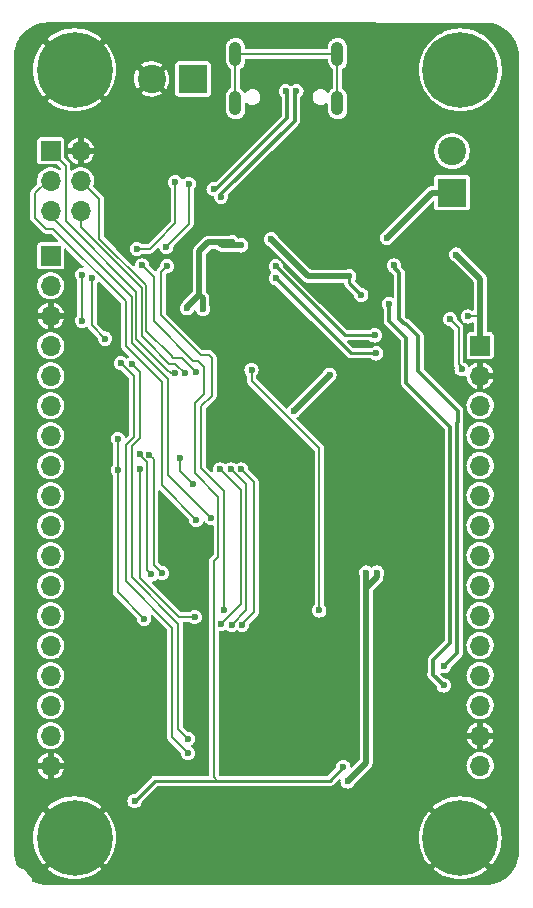
<source format=gbl>
G04 #@! TF.GenerationSoftware,KiCad,Pcbnew,(6.0.7)*
G04 #@! TF.CreationDate,2022-10-10T16:15:31+05:30*
G04 #@! TF.ProjectId,esp_lora_iot,6573705f-6c6f-4726-915f-696f742e6b69,rev?*
G04 #@! TF.SameCoordinates,Original*
G04 #@! TF.FileFunction,Copper,L2,Bot*
G04 #@! TF.FilePolarity,Positive*
%FSLAX46Y46*%
G04 Gerber Fmt 4.6, Leading zero omitted, Abs format (unit mm)*
G04 Created by KiCad (PCBNEW (6.0.7)) date 2022-10-10 16:15:31*
%MOMM*%
%LPD*%
G01*
G04 APERTURE LIST*
G04 #@! TA.AperFunction,ComponentPad*
%ADD10R,1.700000X1.700000*%
G04 #@! TD*
G04 #@! TA.AperFunction,ComponentPad*
%ADD11O,1.700000X1.700000*%
G04 #@! TD*
G04 #@! TA.AperFunction,ComponentPad*
%ADD12C,6.400000*%
G04 #@! TD*
G04 #@! TA.AperFunction,ComponentPad*
%ADD13O,1.050000X2.100000*%
G04 #@! TD*
G04 #@! TA.AperFunction,ComponentPad*
%ADD14R,2.400000X2.400000*%
G04 #@! TD*
G04 #@! TA.AperFunction,ComponentPad*
%ADD15C,2.400000*%
G04 #@! TD*
G04 #@! TA.AperFunction,ViaPad*
%ADD16C,0.600000*%
G04 #@! TD*
G04 #@! TA.AperFunction,Conductor*
%ADD17C,0.200000*%
G04 #@! TD*
G04 #@! TA.AperFunction,Conductor*
%ADD18C,0.500000*%
G04 #@! TD*
G04 #@! TA.AperFunction,Conductor*
%ADD19C,0.300000*%
G04 #@! TD*
G04 #@! TA.AperFunction,Conductor*
%ADD20C,0.250000*%
G04 #@! TD*
G04 APERTURE END LIST*
D10*
X154559000Y-56896000D03*
D11*
X157099000Y-56896000D03*
X154559000Y-59436000D03*
X157099000Y-59436000D03*
X154559000Y-61976000D03*
X157099000Y-61976000D03*
D12*
X156564000Y-50038000D03*
D13*
X178830000Y-52863500D03*
X170190000Y-52863500D03*
X178830000Y-48683500D03*
X170190000Y-48683500D03*
D14*
X188530000Y-60424000D03*
D15*
X188530000Y-56924000D03*
D10*
X154559000Y-65786000D03*
D11*
X154559000Y-68326000D03*
X154559000Y-70866000D03*
X154559000Y-73406000D03*
X154559000Y-75946000D03*
X154559000Y-78486000D03*
X154559000Y-81026000D03*
X154559000Y-83566000D03*
X154559000Y-86106000D03*
X154559000Y-88646000D03*
X154559000Y-91186000D03*
X154559000Y-93726000D03*
X154559000Y-96266000D03*
X154559000Y-98806000D03*
X154559000Y-101346000D03*
X154559000Y-103886000D03*
X154559000Y-106426000D03*
X154559000Y-108966000D03*
D12*
X189230000Y-115062000D03*
D14*
X166596000Y-50800000D03*
D15*
X163096000Y-50800000D03*
D12*
X189230000Y-50038000D03*
X156564000Y-115062000D03*
D10*
X190906400Y-73386000D03*
D11*
X190906400Y-75926000D03*
X190906400Y-78466000D03*
X190906400Y-81006000D03*
X190906400Y-83546000D03*
X190906400Y-86086000D03*
X190906400Y-88626000D03*
X190906400Y-91166000D03*
X190906400Y-93706000D03*
X190906400Y-96246000D03*
X190906400Y-98786000D03*
X190906400Y-101326000D03*
X190906400Y-103866000D03*
X190906400Y-106406000D03*
X190906400Y-108946000D03*
D16*
X188874400Y-65684400D03*
X189865000Y-70916800D03*
X182168800Y-92608400D03*
X181254400Y-92608400D03*
X179679600Y-110286800D03*
X158953200Y-68732400D03*
X186131200Y-68224400D03*
X158648400Y-102412800D03*
X162560000Y-112268000D03*
X170053000Y-68199000D03*
X183388000Y-118364000D03*
X178612800Y-95656400D03*
X162433000Y-61341000D03*
X167640000Y-111760000D03*
X169672000Y-111760000D03*
X169037000Y-66294000D03*
X183794400Y-87426800D03*
X181965600Y-84429600D03*
X185623200Y-110236000D03*
X184658000Y-112268000D03*
X162048645Y-118260295D03*
X164846000Y-55727600D03*
X188569600Y-66852800D03*
X183388000Y-115316000D03*
X183388000Y-113792000D03*
X170053000Y-66294000D03*
X159562800Y-97688400D03*
X171704000Y-111760000D03*
X179832000Y-111658400D03*
X162052000Y-113792000D03*
X169722800Y-55067200D03*
X162052000Y-115316000D03*
X160629600Y-55219600D03*
X170053000Y-67183000D03*
X187198000Y-98186300D03*
X179070000Y-55219600D03*
X159562800Y-76200000D03*
X187147200Y-64668400D03*
X183515000Y-50419000D03*
X181559200Y-91033600D03*
X178435000Y-61468000D03*
X169291000Y-71120000D03*
X177800000Y-111760000D03*
X165862000Y-111607600D03*
X193243200Y-67589400D03*
X183388000Y-116840000D03*
X186994800Y-85648800D03*
X169037000Y-67183000D03*
X193243200Y-66395600D03*
X186588400Y-106781600D03*
X179476400Y-69392800D03*
X169037000Y-68199000D03*
X173736000Y-111760000D03*
X187655200Y-103682800D03*
X165481000Y-67564000D03*
X162052000Y-116840000D03*
X165227000Y-70358000D03*
X159207200Y-80264000D03*
X173736000Y-70485000D03*
X165481000Y-68453000D03*
X177800000Y-69342000D03*
X170789600Y-55270400D03*
X177546000Y-61468000D03*
X175260000Y-111760000D03*
X183515000Y-48768000D03*
X178054000Y-55321200D03*
X163982400Y-92659200D03*
X162900271Y-82606962D03*
X187858400Y-100533200D03*
X183591200Y-66598800D03*
X183007000Y-64262000D03*
X166735200Y-96377200D03*
X162102800Y-83820000D03*
X166624000Y-85140800D03*
X165455600Y-82905600D03*
X180848000Y-69088000D03*
X183192274Y-69843062D03*
X170688000Y-64897000D03*
X179832000Y-67503000D03*
X173228000Y-64389000D03*
X166117462Y-70230791D03*
X187819300Y-102158800D03*
X169926000Y-64643000D03*
X167438943Y-70286472D03*
X182118000Y-74041000D03*
X173609000Y-67691000D03*
X173609000Y-66675000D03*
X181991000Y-72517000D03*
X168337801Y-60133801D03*
X174446965Y-51853268D03*
X168974199Y-60770199D03*
X175346965Y-51853268D03*
X157209877Y-67376923D03*
X157175200Y-71272400D03*
X160477200Y-74879200D03*
X166166800Y-107899200D03*
X159156400Y-72796400D03*
X158038800Y-67665600D03*
X166166800Y-106680000D03*
X161442400Y-74930000D03*
X188378379Y-71158516D03*
X189331600Y-75387200D03*
X162458400Y-96520000D03*
X160223200Y-81280000D03*
X160223200Y-83921600D03*
X166878000Y-75641200D03*
X165906259Y-75732906D03*
X168148000Y-87985600D03*
X166878000Y-88138000D03*
X165049200Y-75742800D03*
X179324000Y-109067600D03*
X162306000Y-66598800D03*
X161645600Y-111963200D03*
X170738800Y-97028000D03*
X170688000Y-83870800D03*
X169875200Y-97028000D03*
X169824400Y-83870800D03*
X161833479Y-65196926D03*
X165100000Y-59563000D03*
X164338000Y-65024000D03*
X166243000Y-59690000D03*
X168910000Y-83870800D03*
X168960800Y-96977200D03*
X178155600Y-75844400D03*
X175158400Y-78892400D03*
X171551600Y-75438000D03*
X177292000Y-95808800D03*
X162102800Y-82550000D03*
X163068000Y-92760800D03*
X164395667Y-66667971D03*
X169214800Y-95758000D03*
D17*
X189865000Y-70916800D02*
X190779400Y-70916800D01*
X190779400Y-70916800D02*
X190906400Y-71043800D01*
D18*
X188874400Y-65684400D02*
X190906400Y-67716400D01*
X190906400Y-71043800D02*
X190906400Y-73386000D01*
X190906400Y-67716400D02*
X190906400Y-71043800D01*
X181254400Y-108712000D02*
X179679600Y-110286800D01*
X182168800Y-93014800D02*
X181254400Y-93929200D01*
X181254400Y-93929200D02*
X181254400Y-108712000D01*
X181254400Y-92608400D02*
X181254400Y-93929200D01*
X182168800Y-92608400D02*
X182168800Y-93014800D01*
D17*
X163271200Y-82977891D02*
X162900271Y-82606962D01*
X163271200Y-91948000D02*
X163271200Y-82977891D01*
X163982400Y-92659200D02*
X163271200Y-91948000D01*
X178830000Y-52863500D02*
X178830000Y-48683500D01*
X170190000Y-48683500D02*
X178830000Y-48683500D01*
X170190000Y-52863500D02*
X170190000Y-48683500D01*
D18*
X183007000Y-64262000D02*
X186845000Y-60424000D01*
D19*
X188976000Y-99415600D02*
X188976000Y-79908400D01*
D18*
X186845000Y-60424000D02*
X188530000Y-60424000D01*
D19*
X189026800Y-79857600D02*
X189026800Y-78892400D01*
X184658000Y-71577200D02*
X184556400Y-71577200D01*
X185674000Y-75539600D02*
X185674000Y-72593200D01*
X184076869Y-67230731D02*
X183591200Y-66745061D01*
X188976000Y-79908400D02*
X189026800Y-79857600D01*
X187858400Y-100533200D02*
X188976000Y-99415600D01*
X183591200Y-66745061D02*
X183591200Y-66598800D01*
X184076869Y-71097669D02*
X184076869Y-67230731D01*
X189026800Y-78892400D02*
X185674000Y-75539600D01*
X184556400Y-71577200D02*
X184076869Y-71097669D01*
X185674000Y-72593200D02*
X184658000Y-71577200D01*
D17*
X165455600Y-83972400D02*
X166624000Y-85140800D01*
X165408000Y-96377200D02*
X166735200Y-96377200D01*
X164360200Y-95329400D02*
X162102800Y-93072000D01*
X162102800Y-93072000D02*
X162102800Y-83820000D01*
X165455600Y-82905600D02*
X165455600Y-83972400D01*
X164360200Y-95329400D02*
X165408000Y-96377200D01*
D18*
X167894000Y-64643000D02*
X168783000Y-64643000D01*
D17*
X187604400Y-99314000D02*
X188290200Y-98628200D01*
D19*
X183192274Y-71279874D02*
X183192274Y-69843062D01*
D17*
X186893200Y-101232700D02*
X186893200Y-101041200D01*
D18*
X167438943Y-69394943D02*
X167132000Y-69088000D01*
D20*
X179832000Y-68072000D02*
X180848000Y-69088000D01*
D18*
X166117462Y-70230791D02*
X166117462Y-70102538D01*
D17*
X186893200Y-101041200D02*
X186893200Y-100025200D01*
D18*
X176342000Y-67503000D02*
X173228000Y-64389000D01*
D17*
X187819300Y-102158800D02*
X186949850Y-101289350D01*
D19*
X188366400Y-98552000D02*
X186949850Y-99968550D01*
D18*
X167132000Y-65405000D02*
X167894000Y-64643000D01*
X170688000Y-64897000D02*
X169037000Y-64897000D01*
D20*
X179832000Y-67503000D02*
X179832000Y-68072000D01*
D18*
X167438943Y-70286472D02*
X167438943Y-69394943D01*
X166117462Y-70102538D02*
X167005000Y-69215000D01*
D17*
X186893200Y-100025200D02*
X187604400Y-99314000D01*
D19*
X188366400Y-80264000D02*
X188366400Y-98552000D01*
D18*
X167005000Y-69215000D02*
X167132000Y-69088000D01*
X169037000Y-64897000D02*
X168783000Y-64643000D01*
D19*
X184658000Y-72745600D02*
X183192274Y-71279874D01*
X188366400Y-98552000D02*
X188290200Y-98628200D01*
D18*
X167132000Y-69088000D02*
X167132000Y-65405000D01*
D19*
X184658000Y-72745600D02*
X184658000Y-76555600D01*
X186893200Y-101232700D02*
X187819300Y-102158800D01*
D18*
X179832000Y-67503000D02*
X176342000Y-67503000D01*
D17*
X186949850Y-101289350D02*
X186893200Y-101232700D01*
D19*
X184658000Y-76555600D02*
X188366400Y-80264000D01*
X186949850Y-99968550D02*
X186949850Y-101289350D01*
D18*
X168783000Y-64643000D02*
X169926000Y-64643000D01*
D20*
X173609000Y-67691000D02*
X179959000Y-74041000D01*
X179959000Y-74041000D02*
X182118000Y-74041000D01*
X179451000Y-72517000D02*
X173609000Y-66675000D01*
X181991000Y-72517000D02*
X179451000Y-72517000D01*
D19*
X168549934Y-60133801D02*
X174596964Y-54086771D01*
X168337801Y-60133801D02*
X168549934Y-60133801D01*
X174596964Y-54086771D02*
X174596964Y-52003267D01*
X174596964Y-52003267D02*
X174446965Y-51853268D01*
X175196966Y-52003267D02*
X175346965Y-51853268D01*
X168974199Y-60558066D02*
X175196966Y-54335299D01*
X168974199Y-60770199D02*
X168974199Y-60558066D01*
X175196966Y-54335299D02*
X175196966Y-52003267D01*
D17*
X164820600Y-97256600D02*
X164820600Y-106553000D01*
X160883600Y-81831914D02*
X160883600Y-93319600D01*
X161594800Y-81120714D02*
X160883600Y-81831914D01*
X160477200Y-74879200D02*
X161594800Y-75996800D01*
X157175200Y-71272400D02*
X157175200Y-67411600D01*
X161594800Y-75996800D02*
X161594800Y-81120714D01*
X164820600Y-106553000D02*
X166166800Y-107899200D01*
X157175200Y-67411600D02*
X157209877Y-67376923D01*
X160883600Y-93319600D02*
X164820600Y-97256600D01*
X159156400Y-72796400D02*
X158038800Y-71678800D01*
X161391600Y-81889600D02*
X161391600Y-93014800D01*
X161442400Y-74930000D02*
X162102800Y-75590400D01*
X162102800Y-75590400D02*
X162102800Y-81178400D01*
X158038800Y-67665600D02*
X158038800Y-69596000D01*
X165328600Y-96951800D02*
X165328600Y-105841800D01*
X161391600Y-93014800D02*
X165328600Y-96951800D01*
X165328600Y-105841800D02*
X166166800Y-106680000D01*
X162102800Y-81178400D02*
X161391600Y-81889600D01*
X158038800Y-71678800D02*
X158038800Y-69596000D01*
X188378379Y-71158516D02*
X189077600Y-71857737D01*
X189331600Y-75234800D02*
X189077600Y-74980800D01*
X189077600Y-71857737D02*
X189077600Y-72948800D01*
X189331600Y-75387200D02*
X189331600Y-75234800D01*
X189077600Y-74980800D02*
X189077600Y-72948800D01*
X160223200Y-84683600D02*
X160223200Y-81280000D01*
X162458400Y-96520000D02*
X160223200Y-94284800D01*
X160223200Y-94284800D02*
X160223200Y-84683600D01*
X160223200Y-84683600D02*
X160223200Y-83921600D01*
X165608000Y-74422000D02*
X165658800Y-74422000D01*
X158673800Y-64338200D02*
X158673800Y-61010800D01*
X158673800Y-61010800D02*
X157099000Y-59436000D01*
X164693600Y-74218800D02*
X164896800Y-74422000D01*
X165658800Y-74422000D02*
X166878000Y-75641200D01*
X164896800Y-74422000D02*
X165608000Y-74422000D01*
X162655200Y-68319600D02*
X162610800Y-68275200D01*
X162655200Y-70344714D02*
X162655200Y-68319600D01*
X162655200Y-72180400D02*
X164693600Y-74218800D01*
X162610800Y-68275200D02*
X158673800Y-64338200D01*
X162655200Y-70344714D02*
X162655200Y-72180400D01*
X162255200Y-70510400D02*
X162255200Y-72593200D01*
X164592000Y-74930000D02*
X165100000Y-74930000D01*
X162610800Y-72948800D02*
X164592000Y-74930000D01*
X162255200Y-72593200D02*
X162610800Y-72948800D01*
X157099000Y-63373000D02*
X157099000Y-61976000D01*
X162255200Y-70510400D02*
X162255200Y-68529200D01*
X165100000Y-74930000D02*
X165902906Y-75732906D01*
X165902906Y-75732906D02*
X165906259Y-75732906D01*
X162255200Y-68529200D02*
X157099000Y-63373000D01*
X161391600Y-69240400D02*
X156337000Y-64185800D01*
X164490400Y-76250800D02*
X161493200Y-73253600D01*
X168148000Y-87985600D02*
X164490400Y-84328000D01*
X161391600Y-73152000D02*
X161391600Y-69240400D01*
X161493200Y-73253600D02*
X161391600Y-73152000D01*
X164490400Y-84328000D02*
X164490400Y-76301600D01*
X154559000Y-62407800D02*
X154559000Y-61976000D01*
X156337000Y-64185800D02*
X154559000Y-62407800D01*
X164490400Y-76301600D02*
X164490400Y-76250800D01*
X160883600Y-73406000D02*
X160883600Y-69611071D01*
X153212800Y-62585600D02*
X153212800Y-60502800D01*
X163931600Y-76454000D02*
X160883600Y-73406000D01*
X154127200Y-63500000D02*
X153212800Y-62585600D01*
X154279600Y-59436000D02*
X154559000Y-59436000D01*
X154772528Y-63500000D02*
X154127200Y-63500000D01*
X163931600Y-85191600D02*
X163931600Y-76454000D01*
X153212800Y-60502800D02*
X154279600Y-59436000D01*
X160883600Y-69611071D02*
X154772528Y-63500000D01*
X166878000Y-88138000D02*
X163931600Y-85191600D01*
X164693600Y-75742800D02*
X165049200Y-75742800D01*
X161798000Y-72136000D02*
X161798000Y-72847200D01*
X161798000Y-72847200D02*
X164388800Y-75438000D01*
X161798000Y-68834000D02*
X155803600Y-62839600D01*
X161798000Y-72136000D02*
X161798000Y-68834000D01*
X155803600Y-58140600D02*
X154559000Y-56896000D01*
X164388800Y-75438000D02*
X164693600Y-75742800D01*
X155803600Y-62839600D02*
X155803600Y-58140600D01*
X166725600Y-84175600D02*
X166725600Y-78282800D01*
D20*
X168656000Y-110236000D02*
X178155600Y-110236000D01*
D17*
X168360800Y-109432800D02*
X168360800Y-109940800D01*
D20*
X178155600Y-110236000D02*
X179324000Y-109067600D01*
D17*
X163271200Y-67564000D02*
X162306000Y-66598800D01*
X163271200Y-71323200D02*
X163271200Y-67564000D01*
X168748000Y-86198000D02*
X166725600Y-84175600D01*
X167030400Y-74676000D02*
X166624000Y-74676000D01*
X168360800Y-109432800D02*
X168360800Y-91633600D01*
X168360800Y-109940800D02*
X168656000Y-110236000D01*
X166725600Y-78282800D02*
X167538400Y-77470000D01*
X166624000Y-74676000D02*
X163271200Y-71323200D01*
X167538400Y-77470000D02*
X167538400Y-75184000D01*
D20*
X161645600Y-111963200D02*
X163372800Y-110236000D01*
D17*
X168748000Y-91246400D02*
X168748000Y-86198000D01*
X168360800Y-91633600D02*
X168748000Y-91246400D01*
X167538400Y-75184000D02*
X167030400Y-74676000D01*
D20*
X163372800Y-110236000D02*
X168656000Y-110236000D01*
D17*
X171754800Y-95976272D02*
X171754800Y-84937600D01*
X171754800Y-84937600D02*
X170688000Y-83870800D01*
X170738800Y-97028000D02*
X170738800Y-96992271D01*
X170738800Y-96992271D02*
X171754800Y-95976272D01*
X171094400Y-85140800D02*
X169824400Y-83870800D01*
X171094400Y-95808800D02*
X171094400Y-85140800D01*
X169875200Y-97028000D02*
X171094400Y-95808800D01*
X163474400Y-64668400D02*
X162945874Y-65196926D01*
X165100000Y-63042800D02*
X165100000Y-59563000D01*
X163474400Y-64668400D02*
X165100000Y-63042800D01*
X162945874Y-65196926D02*
X161833479Y-65196926D01*
X166243000Y-63119000D02*
X166243000Y-59690000D01*
X164338000Y-65024000D02*
X166243000Y-63119000D01*
X170637200Y-95300800D02*
X170637200Y-86461600D01*
X168960800Y-96977200D02*
X170637200Y-95300800D01*
X170637200Y-85598000D02*
X170637200Y-86461600D01*
X168910000Y-83870800D02*
X170637200Y-85598000D01*
D18*
X178155600Y-75895200D02*
X175158400Y-78892400D01*
X178155600Y-75844400D02*
X178155600Y-75895200D01*
D17*
X177292000Y-82092800D02*
X173532800Y-78333600D01*
X173532800Y-78333600D02*
X171551600Y-76352400D01*
X177292000Y-95808800D02*
X177292000Y-82092800D01*
X171551600Y-76352400D02*
X171551600Y-75438000D01*
X162712400Y-83267620D02*
X162102800Y-82658020D01*
X162102800Y-82658020D02*
X162102800Y-82550000D01*
X162712400Y-92405200D02*
X162712400Y-83267620D01*
X163068000Y-92760800D02*
X162712400Y-92405200D01*
X169214800Y-93065600D02*
X169214800Y-91084400D01*
X167944800Y-74168000D02*
X167233600Y-74168000D01*
X169214800Y-91084400D02*
X169214800Y-85699600D01*
X167284400Y-78536800D02*
X168198800Y-77622400D01*
X167284400Y-83769200D02*
X167284400Y-78536800D01*
X169214800Y-93065600D02*
X169214800Y-95758000D01*
X168198800Y-74422000D02*
X167944800Y-74168000D01*
X163880800Y-67182838D02*
X164395667Y-66667971D01*
X168198800Y-77622400D02*
X168198800Y-74422000D01*
X163880800Y-70815200D02*
X163880800Y-67182838D01*
X169214800Y-85699600D02*
X167284400Y-83769200D01*
X167233600Y-74168000D02*
X163880800Y-70815200D01*
G04 #@! TA.AperFunction,Conductor*
G36*
X173048649Y-46025494D02*
G01*
X191293353Y-46030355D01*
X191310516Y-46031859D01*
X191319801Y-46033496D01*
X191319803Y-46033496D01*
X191328333Y-46035000D01*
X191336984Y-46033475D01*
X191359723Y-46032127D01*
X191644624Y-46048130D01*
X191655652Y-46049373D01*
X191962486Y-46101509D01*
X191973303Y-46103977D01*
X192272380Y-46190142D01*
X192282851Y-46193807D01*
X192570393Y-46312912D01*
X192580391Y-46317727D01*
X192852789Y-46468278D01*
X192862188Y-46474184D01*
X193116025Y-46654291D01*
X193124693Y-46661204D01*
X193356766Y-46868598D01*
X193364602Y-46876434D01*
X193571996Y-47108507D01*
X193578909Y-47117175D01*
X193638197Y-47200733D01*
X193759016Y-47371012D01*
X193764922Y-47380411D01*
X193795027Y-47434881D01*
X193915339Y-47652566D01*
X193915473Y-47652809D01*
X193920288Y-47662807D01*
X194035303Y-47940474D01*
X194039392Y-47950345D01*
X194043058Y-47960820D01*
X194116618Y-48216146D01*
X194129222Y-48259894D01*
X194131691Y-48270714D01*
X194134178Y-48285348D01*
X194183827Y-48577546D01*
X194185070Y-48588578D01*
X194201073Y-48873476D01*
X194199725Y-48896216D01*
X194198200Y-48904867D01*
X194199704Y-48913396D01*
X194201332Y-48922629D01*
X194202836Y-48939821D01*
X194202836Y-116160179D01*
X194201332Y-116177371D01*
X194198200Y-116195133D01*
X194199725Y-116203784D01*
X194201073Y-116226524D01*
X194185070Y-116511422D01*
X194183827Y-116522452D01*
X194133164Y-116820622D01*
X194131692Y-116829283D01*
X194129222Y-116840106D01*
X194043059Y-117139176D01*
X194039393Y-117149651D01*
X193921625Y-117433966D01*
X193920290Y-117437188D01*
X193915475Y-117447187D01*
X193877020Y-117516765D01*
X193764922Y-117719589D01*
X193759016Y-117728988D01*
X193578909Y-117982825D01*
X193571996Y-117991493D01*
X193364602Y-118223566D01*
X193356766Y-118231402D01*
X193124693Y-118438796D01*
X193116025Y-118445709D01*
X192972228Y-118547739D01*
X192862188Y-118625816D01*
X192852789Y-118631722D01*
X192601586Y-118770559D01*
X192580391Y-118782273D01*
X192570393Y-118787088D01*
X192282851Y-118906193D01*
X192272380Y-118909858D01*
X191973303Y-118996023D01*
X191962486Y-118998491D01*
X191655652Y-119050627D01*
X191644624Y-119051870D01*
X191359723Y-119067873D01*
X191336984Y-119066525D01*
X191328333Y-119065000D01*
X191319804Y-119066504D01*
X191310571Y-119068132D01*
X191293379Y-119069636D01*
X154349821Y-119069636D01*
X154332629Y-119068132D01*
X154323396Y-119066504D01*
X154314867Y-119065000D01*
X154306216Y-119066525D01*
X154283477Y-119067873D01*
X153998576Y-119051870D01*
X153987548Y-119050627D01*
X153680714Y-118998491D01*
X153669897Y-118996023D01*
X153370820Y-118909858D01*
X153360349Y-118906193D01*
X153072807Y-118787088D01*
X153062810Y-118782273D01*
X153024142Y-118760902D01*
X152982358Y-118716206D01*
X152979154Y-118708533D01*
X152927461Y-118568415D01*
X152795176Y-118323247D01*
X152721546Y-118223559D01*
X152631744Y-118101977D01*
X152631742Y-118101974D01*
X152629666Y-118099164D01*
X152535483Y-118003491D01*
X152436690Y-117903133D01*
X152436683Y-117903127D01*
X152434233Y-117900638D01*
X152212778Y-117731628D01*
X152209721Y-117729916D01*
X152209718Y-117729914D01*
X152173266Y-117709500D01*
X154275883Y-117709500D01*
X154276272Y-117711960D01*
X154278937Y-117715251D01*
X154501909Y-117895810D01*
X154506109Y-117898862D01*
X154809420Y-118095834D01*
X154813906Y-118098424D01*
X155136168Y-118262625D01*
X155140886Y-118264725D01*
X155478528Y-118394334D01*
X155483460Y-118395937D01*
X155832801Y-118489543D01*
X155837880Y-118490622D01*
X156195082Y-118547197D01*
X156200244Y-118547739D01*
X156561405Y-118566667D01*
X156566595Y-118566667D01*
X156927756Y-118547739D01*
X156932918Y-118547197D01*
X157290120Y-118490622D01*
X157295199Y-118489543D01*
X157644540Y-118395937D01*
X157649472Y-118394334D01*
X157987114Y-118264725D01*
X157991832Y-118262625D01*
X158314094Y-118098424D01*
X158318580Y-118095834D01*
X158621891Y-117898862D01*
X158626091Y-117895810D01*
X158844963Y-117718571D01*
X158850854Y-117709500D01*
X186941883Y-117709500D01*
X186942272Y-117711960D01*
X186944937Y-117715251D01*
X187167909Y-117895810D01*
X187172109Y-117898862D01*
X187475420Y-118095834D01*
X187479906Y-118098424D01*
X187802168Y-118262625D01*
X187806886Y-118264725D01*
X188144528Y-118394334D01*
X188149460Y-118395937D01*
X188498801Y-118489543D01*
X188503880Y-118490622D01*
X188861082Y-118547197D01*
X188866244Y-118547739D01*
X189227405Y-118566667D01*
X189232595Y-118566667D01*
X189593756Y-118547739D01*
X189598918Y-118547197D01*
X189956120Y-118490622D01*
X189961199Y-118489543D01*
X190310540Y-118395937D01*
X190315472Y-118394334D01*
X190653114Y-118264725D01*
X190657832Y-118262625D01*
X190980094Y-118098424D01*
X190984580Y-118095834D01*
X191287891Y-117898862D01*
X191292091Y-117895810D01*
X191510963Y-117718571D01*
X191518228Y-117707384D01*
X191518098Y-117704897D01*
X191515792Y-117701346D01*
X189241086Y-115426639D01*
X189229203Y-115420585D01*
X189224172Y-115421381D01*
X186947937Y-117697617D01*
X186941883Y-117709500D01*
X158850854Y-117709500D01*
X158852228Y-117707384D01*
X158852098Y-117704897D01*
X158849792Y-117701346D01*
X156575086Y-115426639D01*
X156563203Y-115420585D01*
X156558172Y-115421381D01*
X154281937Y-117697617D01*
X154275883Y-117709500D01*
X152173266Y-117709500D01*
X151972777Y-117597221D01*
X151972776Y-117597220D01*
X151969718Y-117595508D01*
X151799714Y-117529738D01*
X151752266Y-117491110D01*
X151748788Y-117485297D01*
X151727727Y-117447191D01*
X151722910Y-117437188D01*
X151721576Y-117433966D01*
X151603807Y-117149651D01*
X151600141Y-117139176D01*
X151513978Y-116840106D01*
X151511508Y-116829283D01*
X151510037Y-116820622D01*
X151459373Y-116522452D01*
X151458130Y-116511422D01*
X151442127Y-116226524D01*
X151443475Y-116203784D01*
X151445000Y-116195133D01*
X151441868Y-116177371D01*
X151441863Y-116177341D01*
X151440359Y-116160164D01*
X151440198Y-115064595D01*
X153059333Y-115064595D01*
X153078261Y-115425756D01*
X153078803Y-115430918D01*
X153135378Y-115788120D01*
X153136457Y-115793199D01*
X153230063Y-116142540D01*
X153231666Y-116147472D01*
X153361275Y-116485114D01*
X153363375Y-116489832D01*
X153527576Y-116812093D01*
X153530166Y-116816579D01*
X153727139Y-117119891D01*
X153730190Y-117124091D01*
X153907429Y-117342963D01*
X153918616Y-117350228D01*
X153921103Y-117350098D01*
X153924654Y-117347792D01*
X156199361Y-115073086D01*
X156204603Y-115062797D01*
X156922585Y-115062797D01*
X156923381Y-115067828D01*
X159199617Y-117344063D01*
X159211500Y-117350117D01*
X159213960Y-117349728D01*
X159217251Y-117347063D01*
X159397810Y-117124091D01*
X159400861Y-117119891D01*
X159597834Y-116816579D01*
X159600424Y-116812093D01*
X159764625Y-116489832D01*
X159766725Y-116485114D01*
X159896334Y-116147472D01*
X159897937Y-116142540D01*
X159991543Y-115793199D01*
X159992622Y-115788120D01*
X160049197Y-115430918D01*
X160049739Y-115425756D01*
X160068667Y-115064595D01*
X185725333Y-115064595D01*
X185744261Y-115425756D01*
X185744803Y-115430918D01*
X185801378Y-115788120D01*
X185802457Y-115793199D01*
X185896063Y-116142540D01*
X185897666Y-116147472D01*
X186027275Y-116485114D01*
X186029375Y-116489832D01*
X186193576Y-116812093D01*
X186196166Y-116816579D01*
X186393139Y-117119891D01*
X186396190Y-117124091D01*
X186573429Y-117342963D01*
X186584616Y-117350228D01*
X186587103Y-117350098D01*
X186590654Y-117347792D01*
X188865361Y-115073086D01*
X188870603Y-115062797D01*
X189588585Y-115062797D01*
X189589381Y-115067828D01*
X191865617Y-117344063D01*
X191877500Y-117350117D01*
X191879960Y-117349728D01*
X191883251Y-117347063D01*
X192063810Y-117124091D01*
X192066861Y-117119891D01*
X192263834Y-116816579D01*
X192266424Y-116812093D01*
X192430625Y-116489832D01*
X192432725Y-116485114D01*
X192562334Y-116147472D01*
X192563937Y-116142540D01*
X192657543Y-115793199D01*
X192658622Y-115788120D01*
X192715197Y-115430918D01*
X192715739Y-115425756D01*
X192734667Y-115064595D01*
X192734667Y-115059405D01*
X192715739Y-114698244D01*
X192715197Y-114693082D01*
X192658622Y-114335880D01*
X192657543Y-114330801D01*
X192563937Y-113981460D01*
X192562334Y-113976528D01*
X192432725Y-113638886D01*
X192430625Y-113634168D01*
X192266424Y-113311907D01*
X192263834Y-113307421D01*
X192066861Y-113004109D01*
X192063810Y-112999909D01*
X191886571Y-112781037D01*
X191875384Y-112773772D01*
X191872897Y-112773902D01*
X191869346Y-112776208D01*
X189594639Y-115050914D01*
X189588585Y-115062797D01*
X188870603Y-115062797D01*
X188871415Y-115061203D01*
X188870619Y-115056172D01*
X186594383Y-112779937D01*
X186582500Y-112773883D01*
X186580040Y-112774272D01*
X186576749Y-112776937D01*
X186396190Y-112999909D01*
X186393139Y-113004109D01*
X186196166Y-113307421D01*
X186193576Y-113311907D01*
X186029375Y-113634168D01*
X186027275Y-113638886D01*
X185897666Y-113976528D01*
X185896063Y-113981460D01*
X185802457Y-114330801D01*
X185801378Y-114335880D01*
X185744803Y-114693082D01*
X185744261Y-114698244D01*
X185725333Y-115059405D01*
X185725333Y-115064595D01*
X160068667Y-115064595D01*
X160068667Y-115059405D01*
X160049739Y-114698244D01*
X160049197Y-114693082D01*
X159992622Y-114335880D01*
X159991543Y-114330801D01*
X159897937Y-113981460D01*
X159896334Y-113976528D01*
X159766725Y-113638886D01*
X159764625Y-113634168D01*
X159600424Y-113311907D01*
X159597834Y-113307421D01*
X159400861Y-113004109D01*
X159397810Y-112999909D01*
X159220571Y-112781037D01*
X159209384Y-112773772D01*
X159206897Y-112773902D01*
X159203346Y-112776208D01*
X156928639Y-115050914D01*
X156922585Y-115062797D01*
X156204603Y-115062797D01*
X156205415Y-115061203D01*
X156204619Y-115056172D01*
X153928383Y-112779937D01*
X153916500Y-112773883D01*
X153914040Y-112774272D01*
X153910749Y-112776937D01*
X153730190Y-112999909D01*
X153727139Y-113004109D01*
X153530166Y-113307421D01*
X153527576Y-113311907D01*
X153363375Y-113634168D01*
X153361275Y-113638886D01*
X153231666Y-113976528D01*
X153230063Y-113981460D01*
X153136457Y-114330801D01*
X153135378Y-114335880D01*
X153078803Y-114693082D01*
X153078261Y-114698244D01*
X153059333Y-115059405D01*
X153059333Y-115064595D01*
X151440198Y-115064595D01*
X151439810Y-112416616D01*
X154275772Y-112416616D01*
X154275902Y-112419103D01*
X154278208Y-112422654D01*
X156552914Y-114697361D01*
X156564797Y-114703415D01*
X156569828Y-114702619D01*
X158846063Y-112426383D01*
X158852117Y-112414500D01*
X158851728Y-112412040D01*
X158849063Y-112408749D01*
X158626091Y-112228190D01*
X158621891Y-112225138D01*
X158318580Y-112028166D01*
X158314094Y-112025576D01*
X157991832Y-111861375D01*
X157987114Y-111859275D01*
X157649472Y-111729666D01*
X157644540Y-111728063D01*
X157295199Y-111634457D01*
X157290120Y-111633378D01*
X156932918Y-111576803D01*
X156927756Y-111576261D01*
X156566595Y-111557333D01*
X156561405Y-111557333D01*
X156200244Y-111576261D01*
X156195082Y-111576803D01*
X155837880Y-111633378D01*
X155832801Y-111634457D01*
X155483460Y-111728063D01*
X155478528Y-111729666D01*
X155140886Y-111859275D01*
X155136168Y-111861375D01*
X154813907Y-112025576D01*
X154809421Y-112028166D01*
X154506109Y-112225139D01*
X154501909Y-112228190D01*
X154283037Y-112405429D01*
X154275772Y-112416616D01*
X151439810Y-112416616D01*
X151439342Y-109229592D01*
X153439352Y-109229592D01*
X153469200Y-109347121D01*
X153472220Y-109355649D01*
X153556904Y-109539341D01*
X153561422Y-109547167D01*
X153678171Y-109712363D01*
X153684035Y-109719229D01*
X153828931Y-109860381D01*
X153835954Y-109866068D01*
X154004138Y-109978446D01*
X154012093Y-109982764D01*
X154197929Y-110062606D01*
X154206540Y-110065404D01*
X154293705Y-110085127D01*
X154306603Y-110083942D01*
X154308737Y-110076180D01*
X154809000Y-110076180D01*
X154813122Y-110088865D01*
X154814292Y-110089716D01*
X154820272Y-110090225D01*
X154824123Y-110089667D01*
X154832907Y-110087558D01*
X155024450Y-110022538D01*
X155032714Y-110018858D01*
X155209194Y-109920026D01*
X155216652Y-109914900D01*
X155372157Y-109785568D01*
X155378568Y-109779157D01*
X155507900Y-109623652D01*
X155513026Y-109616194D01*
X155611858Y-109439714D01*
X155615538Y-109431450D01*
X155680558Y-109239907D01*
X155682594Y-109231428D01*
X155680351Y-109218372D01*
X155679314Y-109217363D01*
X155673470Y-109216000D01*
X154824680Y-109216000D01*
X154811995Y-109220122D01*
X154809000Y-109224243D01*
X154809000Y-110076180D01*
X154308737Y-110076180D01*
X154309000Y-110075224D01*
X154309000Y-109231680D01*
X154304878Y-109218995D01*
X154300757Y-109216000D01*
X153451580Y-109216000D01*
X153439670Y-109219870D01*
X153439352Y-109229592D01*
X151439342Y-109229592D01*
X151439265Y-108701024D01*
X153437028Y-108701024D01*
X153437180Y-108712649D01*
X153447727Y-108716000D01*
X154293320Y-108716000D01*
X154306005Y-108711878D01*
X154309000Y-108707757D01*
X154309000Y-108700320D01*
X154809000Y-108700320D01*
X154813122Y-108713005D01*
X154817243Y-108716000D01*
X155667759Y-108716000D01*
X155679249Y-108712267D01*
X155679453Y-108701866D01*
X155638449Y-108556481D01*
X155635208Y-108548037D01*
X155545745Y-108366624D01*
X155541020Y-108358914D01*
X155419994Y-108196840D01*
X155413945Y-108190122D01*
X155265405Y-108052814D01*
X155258240Y-108047315D01*
X155087163Y-107939374D01*
X155079110Y-107935271D01*
X154891234Y-107860315D01*
X154882565Y-107857747D01*
X154824379Y-107846174D01*
X154811133Y-107847742D01*
X154811100Y-107847772D01*
X154809000Y-107855819D01*
X154809000Y-108700320D01*
X154309000Y-108700320D01*
X154309000Y-107857700D01*
X154304878Y-107845015D01*
X154304274Y-107844576D01*
X154297127Y-107844060D01*
X154264550Y-107849658D01*
X154255831Y-107851995D01*
X154066050Y-107922009D01*
X154057887Y-107925902D01*
X153884047Y-108029326D01*
X153876745Y-108034631D01*
X153724657Y-108168010D01*
X153718434Y-108174568D01*
X153593209Y-108333415D01*
X153588284Y-108340998D01*
X153494097Y-108520018D01*
X153490643Y-108528358D01*
X153437028Y-108701024D01*
X151439265Y-108701024D01*
X151438927Y-106395754D01*
X153403967Y-106395754D01*
X153409397Y-106478597D01*
X153412323Y-106523238D01*
X153417796Y-106606749D01*
X153418912Y-106611142D01*
X153418912Y-106611144D01*
X153441425Y-106699789D01*
X153469845Y-106811690D01*
X153471747Y-106815815D01*
X153471747Y-106815816D01*
X153510518Y-106899916D01*
X153558369Y-107003714D01*
X153680405Y-107176391D01*
X153831865Y-107323937D01*
X153835638Y-107326458D01*
X154003899Y-107438887D01*
X154003902Y-107438889D01*
X154007677Y-107441411D01*
X154104472Y-107482997D01*
X154197774Y-107523083D01*
X154197778Y-107523084D01*
X154201953Y-107524878D01*
X154206387Y-107525881D01*
X154206386Y-107525881D01*
X154403760Y-107570543D01*
X154403765Y-107570544D01*
X154408186Y-107571544D01*
X154513828Y-107575695D01*
X154614937Y-107579668D01*
X154614938Y-107579668D01*
X154619470Y-107579846D01*
X154828730Y-107549504D01*
X154833029Y-107548045D01*
X154833032Y-107548044D01*
X155024654Y-107482997D01*
X155028955Y-107481537D01*
X155038716Y-107476071D01*
X155209481Y-107380437D01*
X155213442Y-107378219D01*
X155376012Y-107243012D01*
X155511219Y-107080442D01*
X155614537Y-106895955D01*
X155636815Y-106830326D01*
X155681044Y-106700032D01*
X155681045Y-106700029D01*
X155682504Y-106695730D01*
X155707515Y-106523238D01*
X155712426Y-106489369D01*
X155712426Y-106489363D01*
X155712846Y-106486470D01*
X155714429Y-106426000D01*
X155695081Y-106215440D01*
X155655281Y-106074318D01*
X155638920Y-106016306D01*
X155638920Y-106016305D01*
X155637686Y-106011931D01*
X155544165Y-105822290D01*
X155417651Y-105652867D01*
X155262381Y-105509337D01*
X155227479Y-105487315D01*
X155087391Y-105398926D01*
X155083554Y-105396505D01*
X154887160Y-105318152D01*
X154679775Y-105276901D01*
X154575599Y-105275537D01*
X154472886Y-105274192D01*
X154472881Y-105274192D01*
X154468346Y-105274133D01*
X154463873Y-105274902D01*
X154463868Y-105274902D01*
X154364394Y-105291995D01*
X154259953Y-105309941D01*
X154061575Y-105383127D01*
X154057676Y-105385446D01*
X154057671Y-105385449D01*
X153907770Y-105474631D01*
X153879856Y-105491238D01*
X153876441Y-105494233D01*
X153876438Y-105494235D01*
X153861977Y-105506917D01*
X153720881Y-105630655D01*
X153718073Y-105634217D01*
X153602361Y-105780998D01*
X153589976Y-105796708D01*
X153491523Y-105983836D01*
X153490179Y-105988165D01*
X153438995Y-106153005D01*
X153428820Y-106185773D01*
X153403967Y-106395754D01*
X151438927Y-106395754D01*
X151438554Y-103855754D01*
X153403967Y-103855754D01*
X153408410Y-103923545D01*
X153416189Y-104042223D01*
X153417796Y-104066749D01*
X153418912Y-104071142D01*
X153418912Y-104071144D01*
X153441487Y-104160032D01*
X153469845Y-104271690D01*
X153471747Y-104275815D01*
X153471747Y-104275816D01*
X153510518Y-104359916D01*
X153558369Y-104463714D01*
X153680405Y-104636391D01*
X153831865Y-104783937D01*
X153835638Y-104786458D01*
X154003899Y-104898887D01*
X154003902Y-104898889D01*
X154007677Y-104901411D01*
X154104472Y-104942997D01*
X154197774Y-104983083D01*
X154197778Y-104983084D01*
X154201953Y-104984878D01*
X154206387Y-104985881D01*
X154206386Y-104985881D01*
X154403760Y-105030543D01*
X154403765Y-105030544D01*
X154408186Y-105031544D01*
X154513828Y-105035695D01*
X154614937Y-105039668D01*
X154614938Y-105039668D01*
X154619470Y-105039846D01*
X154828730Y-105009504D01*
X154833029Y-105008045D01*
X154833032Y-105008044D01*
X155024654Y-104942997D01*
X155028955Y-104941537D01*
X155062061Y-104922997D01*
X155209481Y-104840437D01*
X155213442Y-104838219D01*
X155376012Y-104703012D01*
X155511219Y-104540442D01*
X155614537Y-104355955D01*
X155615997Y-104351654D01*
X155681044Y-104160032D01*
X155681045Y-104160029D01*
X155682504Y-104155730D01*
X155712846Y-103946470D01*
X155713447Y-103923545D01*
X155714353Y-103888914D01*
X155714353Y-103888909D01*
X155714429Y-103886000D01*
X155712592Y-103866000D01*
X155695496Y-103679960D01*
X155695081Y-103675440D01*
X155637686Y-103471931D01*
X155544165Y-103282290D01*
X155417651Y-103112867D01*
X155262381Y-102969337D01*
X155083554Y-102856505D01*
X154887160Y-102778152D01*
X154679775Y-102736901D01*
X154575599Y-102735537D01*
X154472886Y-102734192D01*
X154472881Y-102734192D01*
X154468346Y-102734133D01*
X154463873Y-102734902D01*
X154463868Y-102734902D01*
X154367211Y-102751511D01*
X154259953Y-102769941D01*
X154061575Y-102843127D01*
X154057676Y-102845446D01*
X154057671Y-102845449D01*
X153887119Y-102946917D01*
X153879856Y-102951238D01*
X153876441Y-102954233D01*
X153876438Y-102954235D01*
X153861977Y-102966917D01*
X153720881Y-103090655D01*
X153718073Y-103094217D01*
X153605743Y-103236708D01*
X153589976Y-103256708D01*
X153587862Y-103260726D01*
X153502046Y-103423836D01*
X153491523Y-103443836D01*
X153428820Y-103645773D01*
X153403967Y-103855754D01*
X151438554Y-103855754D01*
X151438182Y-101315754D01*
X153403967Y-101315754D01*
X153407719Y-101372995D01*
X153416495Y-101506896D01*
X153417796Y-101526749D01*
X153418912Y-101531142D01*
X153418912Y-101531144D01*
X153441487Y-101620032D01*
X153469845Y-101731690D01*
X153471747Y-101735815D01*
X153471747Y-101735816D01*
X153527134Y-101855959D01*
X153558369Y-101923714D01*
X153680405Y-102096391D01*
X153831865Y-102243937D01*
X153835638Y-102246458D01*
X154003899Y-102358887D01*
X154003902Y-102358889D01*
X154007677Y-102361411D01*
X154104472Y-102402997D01*
X154197774Y-102443083D01*
X154197778Y-102443084D01*
X154201953Y-102444878D01*
X154206387Y-102445881D01*
X154206386Y-102445881D01*
X154403760Y-102490543D01*
X154403765Y-102490544D01*
X154408186Y-102491544D01*
X154513828Y-102495695D01*
X154614937Y-102499668D01*
X154614938Y-102499668D01*
X154619470Y-102499846D01*
X154828730Y-102469504D01*
X154833029Y-102468045D01*
X154833032Y-102468044D01*
X155024654Y-102402997D01*
X155028955Y-102401537D01*
X155062061Y-102382997D01*
X155140824Y-102338887D01*
X155213442Y-102298219D01*
X155376012Y-102163012D01*
X155511219Y-102000442D01*
X155614537Y-101815955D01*
X155615997Y-101811654D01*
X155681044Y-101620032D01*
X155681045Y-101620029D01*
X155682504Y-101615730D01*
X155712846Y-101406470D01*
X155713447Y-101383545D01*
X155714353Y-101348914D01*
X155714353Y-101348909D01*
X155714429Y-101346000D01*
X155712592Y-101326000D01*
X155702261Y-101213575D01*
X155695081Y-101135440D01*
X155686714Y-101105773D01*
X155638920Y-100936306D01*
X155638920Y-100936305D01*
X155637686Y-100931931D01*
X155544165Y-100742290D01*
X155417651Y-100572867D01*
X155262381Y-100429337D01*
X155083554Y-100316505D01*
X154887160Y-100238152D01*
X154679775Y-100196901D01*
X154575599Y-100195537D01*
X154472886Y-100194192D01*
X154472881Y-100194192D01*
X154468346Y-100194133D01*
X154463873Y-100194902D01*
X154463868Y-100194902D01*
X154367211Y-100211511D01*
X154259953Y-100229941D01*
X154061575Y-100303127D01*
X154057676Y-100305446D01*
X154057671Y-100305449D01*
X153887119Y-100406917D01*
X153879856Y-100411238D01*
X153876441Y-100414233D01*
X153876438Y-100414235D01*
X153861977Y-100426917D01*
X153720881Y-100550655D01*
X153718073Y-100554217D01*
X153605743Y-100696708D01*
X153589976Y-100716708D01*
X153587862Y-100720726D01*
X153502046Y-100883836D01*
X153491523Y-100903836D01*
X153428820Y-101105773D01*
X153428286Y-101110283D01*
X153428286Y-101110284D01*
X153425002Y-101138035D01*
X153403967Y-101315754D01*
X151438182Y-101315754D01*
X151437810Y-98775754D01*
X153403967Y-98775754D01*
X153408410Y-98843545D01*
X153416189Y-98962223D01*
X153417796Y-98986749D01*
X153418912Y-98991142D01*
X153418912Y-98991144D01*
X153441487Y-99080032D01*
X153469845Y-99191690D01*
X153471747Y-99195815D01*
X153471747Y-99195816D01*
X153510518Y-99279916D01*
X153558369Y-99383714D01*
X153680405Y-99556391D01*
X153831865Y-99703937D01*
X153835638Y-99706458D01*
X154003899Y-99818887D01*
X154003902Y-99818889D01*
X154007677Y-99821411D01*
X154104472Y-99862997D01*
X154197774Y-99903083D01*
X154197778Y-99903084D01*
X154201953Y-99904878D01*
X154206387Y-99905881D01*
X154206386Y-99905881D01*
X154403760Y-99950543D01*
X154403765Y-99950544D01*
X154408186Y-99951544D01*
X154513828Y-99955695D01*
X154614937Y-99959668D01*
X154614938Y-99959668D01*
X154619470Y-99959846D01*
X154828730Y-99929504D01*
X154833029Y-99928045D01*
X154833032Y-99928044D01*
X155024654Y-99862997D01*
X155028955Y-99861537D01*
X155062061Y-99842997D01*
X155140824Y-99798887D01*
X155213442Y-99758219D01*
X155376012Y-99623012D01*
X155511219Y-99460442D01*
X155614537Y-99275955D01*
X155615997Y-99271654D01*
X155681044Y-99080032D01*
X155681045Y-99080029D01*
X155682504Y-99075730D01*
X155712846Y-98866470D01*
X155713447Y-98843545D01*
X155714353Y-98808914D01*
X155714353Y-98808909D01*
X155714429Y-98806000D01*
X155712592Y-98786000D01*
X155695496Y-98599960D01*
X155695081Y-98595440D01*
X155637686Y-98391931D01*
X155544165Y-98202290D01*
X155417651Y-98032867D01*
X155262381Y-97889337D01*
X155083554Y-97776505D01*
X154887160Y-97698152D01*
X154679775Y-97656901D01*
X154575599Y-97655537D01*
X154472886Y-97654192D01*
X154472881Y-97654192D01*
X154468346Y-97654133D01*
X154463873Y-97654902D01*
X154463868Y-97654902D01*
X154367211Y-97671511D01*
X154259953Y-97689941D01*
X154061575Y-97763127D01*
X154057676Y-97765446D01*
X154057671Y-97765449D01*
X153887119Y-97866917D01*
X153879856Y-97871238D01*
X153876441Y-97874233D01*
X153876438Y-97874235D01*
X153861977Y-97886917D01*
X153720881Y-98010655D01*
X153718073Y-98014217D01*
X153605743Y-98156708D01*
X153589976Y-98176708D01*
X153587862Y-98180726D01*
X153502046Y-98343836D01*
X153491523Y-98363836D01*
X153428820Y-98565773D01*
X153403967Y-98775754D01*
X151437810Y-98775754D01*
X151437438Y-96235754D01*
X153403967Y-96235754D01*
X153406947Y-96281223D01*
X153416189Y-96422223D01*
X153417796Y-96446749D01*
X153418912Y-96451142D01*
X153418912Y-96451144D01*
X153441487Y-96540032D01*
X153469845Y-96651690D01*
X153471747Y-96655815D01*
X153471747Y-96655816D01*
X153542567Y-96809436D01*
X153558369Y-96843714D01*
X153680405Y-97016391D01*
X153831865Y-97163937D01*
X153835638Y-97166458D01*
X154003899Y-97278887D01*
X154003902Y-97278889D01*
X154007677Y-97281411D01*
X154104472Y-97322997D01*
X154197774Y-97363083D01*
X154197778Y-97363084D01*
X154201953Y-97364878D01*
X154206387Y-97365881D01*
X154206386Y-97365881D01*
X154403760Y-97410543D01*
X154403765Y-97410544D01*
X154408186Y-97411544D01*
X154513828Y-97415695D01*
X154614937Y-97419668D01*
X154614938Y-97419668D01*
X154619470Y-97419846D01*
X154828730Y-97389504D01*
X154833029Y-97388045D01*
X154833032Y-97388044D01*
X155024654Y-97322997D01*
X155028955Y-97321537D01*
X155062061Y-97302997D01*
X155209481Y-97220437D01*
X155213442Y-97218219D01*
X155376012Y-97083012D01*
X155511219Y-96920442D01*
X155578486Y-96800329D01*
X155612319Y-96739916D01*
X155612320Y-96739914D01*
X155614537Y-96735955D01*
X155615997Y-96731654D01*
X155681044Y-96540032D01*
X155681045Y-96540029D01*
X155682504Y-96535730D01*
X155700085Y-96414482D01*
X155712426Y-96329369D01*
X155712426Y-96329363D01*
X155712846Y-96326470D01*
X155713447Y-96303545D01*
X155714353Y-96268914D01*
X155714353Y-96268909D01*
X155714429Y-96266000D01*
X155712592Y-96246000D01*
X155703278Y-96144642D01*
X155695081Y-96055440D01*
X155655281Y-95914318D01*
X155638920Y-95856306D01*
X155638920Y-95856305D01*
X155637686Y-95851931D01*
X155544165Y-95662290D01*
X155417651Y-95492867D01*
X155262381Y-95349337D01*
X155235112Y-95332131D01*
X155087391Y-95238926D01*
X155083554Y-95236505D01*
X154887160Y-95158152D01*
X154679775Y-95116901D01*
X154575599Y-95115537D01*
X154472886Y-95114192D01*
X154472881Y-95114192D01*
X154468346Y-95114133D01*
X154463873Y-95114902D01*
X154463868Y-95114902D01*
X154367211Y-95131511D01*
X154259953Y-95149941D01*
X154061575Y-95223127D01*
X154057676Y-95225446D01*
X154057671Y-95225449D01*
X153883762Y-95328914D01*
X153879856Y-95331238D01*
X153876441Y-95334233D01*
X153876438Y-95334235D01*
X153834381Y-95371118D01*
X153720881Y-95470655D01*
X153718073Y-95474217D01*
X153605743Y-95616708D01*
X153589976Y-95636708D01*
X153587862Y-95640726D01*
X153496049Y-95815234D01*
X153491523Y-95823836D01*
X153487651Y-95836306D01*
X153434402Y-96007797D01*
X153428820Y-96025773D01*
X153428286Y-96030283D01*
X153428286Y-96030284D01*
X153406490Y-96214441D01*
X153403967Y-96235754D01*
X151437438Y-96235754D01*
X151437066Y-93695754D01*
X153403967Y-93695754D01*
X153408410Y-93763545D01*
X153416189Y-93882223D01*
X153417796Y-93906749D01*
X153418912Y-93911142D01*
X153418912Y-93911144D01*
X153441487Y-94000032D01*
X153469845Y-94111690D01*
X153471747Y-94115815D01*
X153471747Y-94115816D01*
X153510518Y-94199916D01*
X153558369Y-94303714D01*
X153680405Y-94476391D01*
X153831865Y-94623937D01*
X153835638Y-94626458D01*
X154003899Y-94738887D01*
X154003902Y-94738889D01*
X154007677Y-94741411D01*
X154104472Y-94782997D01*
X154197774Y-94823083D01*
X154197778Y-94823084D01*
X154201953Y-94824878D01*
X154206387Y-94825881D01*
X154206386Y-94825881D01*
X154403760Y-94870543D01*
X154403765Y-94870544D01*
X154408186Y-94871544D01*
X154513828Y-94875695D01*
X154614937Y-94879668D01*
X154614938Y-94879668D01*
X154619470Y-94879846D01*
X154828730Y-94849504D01*
X154833029Y-94848045D01*
X154833032Y-94848044D01*
X155024654Y-94782997D01*
X155028955Y-94781537D01*
X155062061Y-94762997D01*
X155209481Y-94680437D01*
X155213442Y-94678219D01*
X155376012Y-94543012D01*
X155511219Y-94380442D01*
X155614537Y-94195955D01*
X155615997Y-94191654D01*
X155681044Y-94000032D01*
X155681045Y-94000029D01*
X155682504Y-93995730D01*
X155686855Y-93965719D01*
X155712426Y-93789369D01*
X155712426Y-93789363D01*
X155712846Y-93786470D01*
X155713253Y-93770946D01*
X155714353Y-93728914D01*
X155714353Y-93728909D01*
X155714429Y-93726000D01*
X155712592Y-93706000D01*
X155704193Y-93614601D01*
X155695081Y-93515440D01*
X155637686Y-93311931D01*
X155628334Y-93292966D01*
X155572520Y-93179788D01*
X155544165Y-93122290D01*
X155429227Y-92968369D01*
X155420367Y-92956504D01*
X155420366Y-92956503D01*
X155417651Y-92952867D01*
X155262381Y-92809337D01*
X155083554Y-92696505D01*
X154887160Y-92618152D01*
X154679775Y-92576901D01*
X154575599Y-92575537D01*
X154472886Y-92574192D01*
X154472881Y-92574192D01*
X154468346Y-92574133D01*
X154463873Y-92574902D01*
X154463868Y-92574902D01*
X154367211Y-92591511D01*
X154259953Y-92609941D01*
X154061575Y-92683127D01*
X154057676Y-92685446D01*
X154057671Y-92685449D01*
X153887119Y-92786917D01*
X153879856Y-92791238D01*
X153876441Y-92794233D01*
X153876438Y-92794235D01*
X153844825Y-92821959D01*
X153720881Y-92930655D01*
X153718073Y-92934217D01*
X153594633Y-93090801D01*
X153589976Y-93096708D01*
X153587862Y-93100726D01*
X153502046Y-93263836D01*
X153491523Y-93283836D01*
X153476898Y-93330936D01*
X153434943Y-93466055D01*
X153428820Y-93485773D01*
X153403967Y-93695754D01*
X151437066Y-93695754D01*
X151436694Y-91155754D01*
X153403967Y-91155754D01*
X153408410Y-91223545D01*
X153416189Y-91342223D01*
X153417796Y-91366749D01*
X153418912Y-91371142D01*
X153418912Y-91371144D01*
X153440697Y-91456921D01*
X153469845Y-91571690D01*
X153471747Y-91575815D01*
X153471747Y-91575816D01*
X153510518Y-91659916D01*
X153558369Y-91763714D01*
X153680405Y-91936391D01*
X153831865Y-92083937D01*
X153835638Y-92086458D01*
X154003899Y-92198887D01*
X154003902Y-92198889D01*
X154007677Y-92201411D01*
X154104472Y-92242997D01*
X154197774Y-92283083D01*
X154197778Y-92283084D01*
X154201953Y-92284878D01*
X154206387Y-92285881D01*
X154206386Y-92285881D01*
X154403760Y-92330543D01*
X154403765Y-92330544D01*
X154408186Y-92331544D01*
X154513828Y-92335695D01*
X154614937Y-92339668D01*
X154614938Y-92339668D01*
X154619470Y-92339846D01*
X154828730Y-92309504D01*
X154833029Y-92308045D01*
X154833032Y-92308044D01*
X155024654Y-92242997D01*
X155028955Y-92241537D01*
X155038716Y-92236071D01*
X155145110Y-92176487D01*
X155213442Y-92138219D01*
X155376012Y-92003012D01*
X155511219Y-91840442D01*
X155614537Y-91655955D01*
X155615997Y-91651654D01*
X155681044Y-91460032D01*
X155681045Y-91460029D01*
X155682504Y-91455730D01*
X155712846Y-91246470D01*
X155713447Y-91223545D01*
X155714353Y-91188914D01*
X155714353Y-91188909D01*
X155714429Y-91186000D01*
X155712592Y-91166000D01*
X155695496Y-90979960D01*
X155695081Y-90975440D01*
X155637686Y-90771931D01*
X155544165Y-90582290D01*
X155417651Y-90412867D01*
X155262381Y-90269337D01*
X155083554Y-90156505D01*
X154887160Y-90078152D01*
X154679775Y-90036901D01*
X154575599Y-90035537D01*
X154472886Y-90034192D01*
X154472881Y-90034192D01*
X154468346Y-90034133D01*
X154463873Y-90034902D01*
X154463868Y-90034902D01*
X154367211Y-90051511D01*
X154259953Y-90069941D01*
X154061575Y-90143127D01*
X154057676Y-90145446D01*
X154057671Y-90145449D01*
X153887119Y-90246917D01*
X153879856Y-90251238D01*
X153876441Y-90254233D01*
X153876438Y-90254235D01*
X153861977Y-90266917D01*
X153720881Y-90390655D01*
X153718073Y-90394217D01*
X153605743Y-90536708D01*
X153589976Y-90556708D01*
X153587862Y-90560726D01*
X153502046Y-90723836D01*
X153491523Y-90743836D01*
X153428820Y-90945773D01*
X153428286Y-90950283D01*
X153428286Y-90950284D01*
X153417727Y-91039501D01*
X153403967Y-91155754D01*
X151436694Y-91155754D01*
X151436322Y-88615754D01*
X153403967Y-88615754D01*
X153408410Y-88683545D01*
X153416189Y-88802223D01*
X153417796Y-88826749D01*
X153418912Y-88831142D01*
X153418912Y-88831144D01*
X153441487Y-88920032D01*
X153469845Y-89031690D01*
X153471747Y-89035815D01*
X153471747Y-89035816D01*
X153510518Y-89119916D01*
X153558369Y-89223714D01*
X153680405Y-89396391D01*
X153831865Y-89543937D01*
X153835638Y-89546458D01*
X154003899Y-89658887D01*
X154003902Y-89658889D01*
X154007677Y-89661411D01*
X154104472Y-89702997D01*
X154197774Y-89743083D01*
X154197778Y-89743084D01*
X154201953Y-89744878D01*
X154206387Y-89745881D01*
X154206386Y-89745881D01*
X154403760Y-89790543D01*
X154403765Y-89790544D01*
X154408186Y-89791544D01*
X154513828Y-89795695D01*
X154614937Y-89799668D01*
X154614938Y-89799668D01*
X154619470Y-89799846D01*
X154828730Y-89769504D01*
X154833029Y-89768045D01*
X154833032Y-89768044D01*
X155024654Y-89702997D01*
X155028955Y-89701537D01*
X155062061Y-89682997D01*
X155209481Y-89600437D01*
X155213442Y-89598219D01*
X155376012Y-89463012D01*
X155511219Y-89300442D01*
X155614537Y-89115955D01*
X155615997Y-89111654D01*
X155681044Y-88920032D01*
X155681045Y-88920029D01*
X155682504Y-88915730D01*
X155698962Y-88802223D01*
X155712426Y-88709369D01*
X155712426Y-88709363D01*
X155712846Y-88706470D01*
X155713447Y-88683545D01*
X155714353Y-88648914D01*
X155714353Y-88648909D01*
X155714429Y-88646000D01*
X155713445Y-88635284D01*
X155695496Y-88439960D01*
X155695081Y-88435440D01*
X155637686Y-88231931D01*
X155544165Y-88042290D01*
X155417651Y-87872867D01*
X155262381Y-87729337D01*
X155235082Y-87712112D01*
X155087391Y-87618926D01*
X155083554Y-87616505D01*
X154887160Y-87538152D01*
X154679775Y-87496901D01*
X154575599Y-87495537D01*
X154472886Y-87494192D01*
X154472881Y-87494192D01*
X154468346Y-87494133D01*
X154463873Y-87494902D01*
X154463868Y-87494902D01*
X154367211Y-87511511D01*
X154259953Y-87529941D01*
X154061575Y-87603127D01*
X154057676Y-87605446D01*
X154057671Y-87605449D01*
X153883762Y-87708914D01*
X153879856Y-87711238D01*
X153876441Y-87714233D01*
X153876438Y-87714235D01*
X153861977Y-87726917D01*
X153720881Y-87850655D01*
X153718073Y-87854217D01*
X153605743Y-87996708D01*
X153589976Y-88016708D01*
X153587862Y-88020726D01*
X153502046Y-88183836D01*
X153491523Y-88203836D01*
X153487651Y-88216306D01*
X153464482Y-88290924D01*
X153428820Y-88405773D01*
X153403967Y-88615754D01*
X151436322Y-88615754D01*
X151435950Y-86075754D01*
X153403967Y-86075754D01*
X153408410Y-86143545D01*
X153416189Y-86262223D01*
X153417796Y-86286749D01*
X153418912Y-86291142D01*
X153418912Y-86291144D01*
X153441487Y-86380032D01*
X153469845Y-86491690D01*
X153471747Y-86495815D01*
X153471747Y-86495816D01*
X153510518Y-86579916D01*
X153558369Y-86683714D01*
X153680405Y-86856391D01*
X153831865Y-87003937D01*
X153835638Y-87006458D01*
X154003899Y-87118887D01*
X154003902Y-87118889D01*
X154007677Y-87121411D01*
X154104472Y-87162997D01*
X154197774Y-87203083D01*
X154197778Y-87203084D01*
X154201953Y-87204878D01*
X154206387Y-87205881D01*
X154206386Y-87205881D01*
X154403760Y-87250543D01*
X154403765Y-87250544D01*
X154408186Y-87251544D01*
X154513828Y-87255695D01*
X154614937Y-87259668D01*
X154614938Y-87259668D01*
X154619470Y-87259846D01*
X154828730Y-87229504D01*
X154833029Y-87228045D01*
X154833032Y-87228044D01*
X155024654Y-87162997D01*
X155028955Y-87161537D01*
X155062061Y-87142997D01*
X155209481Y-87060437D01*
X155213442Y-87058219D01*
X155376012Y-86923012D01*
X155511219Y-86760442D01*
X155614537Y-86575955D01*
X155615997Y-86571654D01*
X155681044Y-86380032D01*
X155681045Y-86380029D01*
X155682504Y-86375730D01*
X155712846Y-86166470D01*
X155713447Y-86143545D01*
X155714353Y-86108914D01*
X155714353Y-86108909D01*
X155714429Y-86106000D01*
X155712592Y-86086000D01*
X155695496Y-85899960D01*
X155695081Y-85895440D01*
X155637686Y-85691931D01*
X155544165Y-85502290D01*
X155417651Y-85332867D01*
X155262381Y-85189337D01*
X155083554Y-85076505D01*
X154887160Y-84998152D01*
X154679775Y-84956901D01*
X154575599Y-84955537D01*
X154472886Y-84954192D01*
X154472881Y-84954192D01*
X154468346Y-84954133D01*
X154463873Y-84954902D01*
X154463868Y-84954902D01*
X154367211Y-84971511D01*
X154259953Y-84989941D01*
X154061575Y-85063127D01*
X154057676Y-85065446D01*
X154057671Y-85065449D01*
X153887119Y-85166917D01*
X153879856Y-85171238D01*
X153876441Y-85174233D01*
X153876438Y-85174235D01*
X153773262Y-85264718D01*
X153720881Y-85310655D01*
X153718073Y-85314217D01*
X153602156Y-85461258D01*
X153589976Y-85476708D01*
X153587862Y-85480726D01*
X153502046Y-85643836D01*
X153491523Y-85663836D01*
X153484065Y-85687855D01*
X153433339Y-85851221D01*
X153428820Y-85865773D01*
X153403967Y-86075754D01*
X151435950Y-86075754D01*
X151435578Y-83535754D01*
X153403967Y-83535754D01*
X153406471Y-83573954D01*
X153416189Y-83722223D01*
X153417796Y-83746749D01*
X153418912Y-83751142D01*
X153418912Y-83751144D01*
X153441487Y-83840032D01*
X153469845Y-83951690D01*
X153471747Y-83955815D01*
X153471747Y-83955816D01*
X153536924Y-84097195D01*
X153558369Y-84143714D01*
X153680405Y-84316391D01*
X153831865Y-84463937D01*
X153835638Y-84466458D01*
X154003899Y-84578887D01*
X154003902Y-84578889D01*
X154007677Y-84581411D01*
X154104472Y-84622997D01*
X154197774Y-84663083D01*
X154197778Y-84663084D01*
X154201953Y-84664878D01*
X154206387Y-84665881D01*
X154206386Y-84665881D01*
X154403760Y-84710543D01*
X154403765Y-84710544D01*
X154408186Y-84711544D01*
X154513828Y-84715695D01*
X154614937Y-84719668D01*
X154614938Y-84719668D01*
X154619470Y-84719846D01*
X154828730Y-84689504D01*
X154833029Y-84688045D01*
X154833032Y-84688044D01*
X155024654Y-84622997D01*
X155028955Y-84621537D01*
X155062061Y-84602997D01*
X155209481Y-84520437D01*
X155213442Y-84518219D01*
X155376012Y-84383012D01*
X155511219Y-84220442D01*
X155584713Y-84089209D01*
X155612319Y-84039916D01*
X155612320Y-84039914D01*
X155614537Y-84035955D01*
X155617386Y-84027562D01*
X155681044Y-83840032D01*
X155681045Y-83840029D01*
X155682504Y-83835730D01*
X155700149Y-83714038D01*
X155712426Y-83629369D01*
X155712426Y-83629363D01*
X155712846Y-83626470D01*
X155713447Y-83603545D01*
X155714353Y-83568914D01*
X155714353Y-83568909D01*
X155714429Y-83566000D01*
X155712592Y-83546000D01*
X155702719Y-83438564D01*
X155695081Y-83355440D01*
X155655612Y-83215492D01*
X155638920Y-83156306D01*
X155638920Y-83156305D01*
X155637686Y-83151931D01*
X155544165Y-82962290D01*
X155417651Y-82792867D01*
X155262381Y-82649337D01*
X155250246Y-82641680D01*
X155087391Y-82538926D01*
X155083554Y-82536505D01*
X154887160Y-82458152D01*
X154679775Y-82416901D01*
X154575599Y-82415537D01*
X154472886Y-82414192D01*
X154472881Y-82414192D01*
X154468346Y-82414133D01*
X154463873Y-82414902D01*
X154463868Y-82414902D01*
X154367211Y-82431511D01*
X154259953Y-82449941D01*
X154061575Y-82523127D01*
X154057676Y-82525446D01*
X154057671Y-82525449D01*
X153887119Y-82626917D01*
X153879856Y-82631238D01*
X153876441Y-82634233D01*
X153876438Y-82634235D01*
X153773262Y-82724718D01*
X153720881Y-82770655D01*
X153718073Y-82774217D01*
X153605743Y-82916708D01*
X153589976Y-82936708D01*
X153587862Y-82940726D01*
X153502046Y-83103836D01*
X153491523Y-83123836D01*
X153488043Y-83135044D01*
X153441246Y-83285756D01*
X153428820Y-83325773D01*
X153428286Y-83330283D01*
X153428286Y-83330284D01*
X153414460Y-83447103D01*
X153403967Y-83535754D01*
X151435578Y-83535754D01*
X151435341Y-81920968D01*
X151435205Y-80995754D01*
X153403967Y-80995754D01*
X153408410Y-81063545D01*
X153416189Y-81182223D01*
X153417796Y-81206749D01*
X153418912Y-81211142D01*
X153418912Y-81211144D01*
X153440465Y-81296009D01*
X153469845Y-81411690D01*
X153471747Y-81415815D01*
X153471747Y-81415816D01*
X153510518Y-81499916D01*
X153558369Y-81603714D01*
X153680405Y-81776391D01*
X153831865Y-81923937D01*
X153835638Y-81926458D01*
X154003899Y-82038887D01*
X154003902Y-82038889D01*
X154007677Y-82041411D01*
X154103143Y-82082426D01*
X154197774Y-82123083D01*
X154197778Y-82123084D01*
X154201953Y-82124878D01*
X154206387Y-82125881D01*
X154206386Y-82125881D01*
X154403760Y-82170543D01*
X154403765Y-82170544D01*
X154408186Y-82171544D01*
X154513828Y-82175695D01*
X154614937Y-82179668D01*
X154614938Y-82179668D01*
X154619470Y-82179846D01*
X154828730Y-82149504D01*
X154833029Y-82148045D01*
X154833032Y-82148044D01*
X155024654Y-82082997D01*
X155028955Y-82081537D01*
X155062061Y-82062997D01*
X155157073Y-82009787D01*
X155213442Y-81978219D01*
X155376012Y-81843012D01*
X155511219Y-81680442D01*
X155614537Y-81495955D01*
X155615997Y-81491654D01*
X155681044Y-81300032D01*
X155681045Y-81300029D01*
X155682504Y-81295730D01*
X155696080Y-81202103D01*
X155712426Y-81089369D01*
X155712426Y-81089363D01*
X155712846Y-81086470D01*
X155713447Y-81063545D01*
X155714353Y-81028914D01*
X155714353Y-81028909D01*
X155714429Y-81026000D01*
X155712592Y-81006000D01*
X155698888Y-80856871D01*
X155695081Y-80815440D01*
X155637686Y-80611931D01*
X155544165Y-80422290D01*
X155417651Y-80252867D01*
X155262381Y-80109337D01*
X155201279Y-80070784D01*
X155087391Y-79998926D01*
X155083554Y-79996505D01*
X154887160Y-79918152D01*
X154679775Y-79876901D01*
X154575599Y-79875537D01*
X154472886Y-79874192D01*
X154472881Y-79874192D01*
X154468346Y-79874133D01*
X154463873Y-79874902D01*
X154463868Y-79874902D01*
X154367211Y-79891511D01*
X154259953Y-79909941D01*
X154061575Y-79983127D01*
X154057676Y-79985446D01*
X154057671Y-79985449D01*
X153887119Y-80086917D01*
X153879856Y-80091238D01*
X153876441Y-80094233D01*
X153876438Y-80094235D01*
X153861977Y-80106917D01*
X153720881Y-80230655D01*
X153718073Y-80234217D01*
X153605743Y-80376708D01*
X153589976Y-80396708D01*
X153587862Y-80400726D01*
X153502046Y-80563836D01*
X153491523Y-80583836D01*
X153428820Y-80785773D01*
X153403967Y-80995754D01*
X151435205Y-80995754D01*
X151434833Y-78455754D01*
X153403967Y-78455754D01*
X153408410Y-78523545D01*
X153416189Y-78642223D01*
X153417796Y-78666749D01*
X153418912Y-78671142D01*
X153418912Y-78671144D01*
X153440903Y-78757731D01*
X153469845Y-78871690D01*
X153471747Y-78875815D01*
X153471747Y-78875816D01*
X153510518Y-78959916D01*
X153558369Y-79063714D01*
X153680405Y-79236391D01*
X153831865Y-79383937D01*
X153835638Y-79386458D01*
X154003899Y-79498887D01*
X154003902Y-79498889D01*
X154007677Y-79501411D01*
X154104472Y-79542997D01*
X154197774Y-79583083D01*
X154197778Y-79583084D01*
X154201953Y-79584878D01*
X154206387Y-79585881D01*
X154206386Y-79585881D01*
X154403760Y-79630543D01*
X154403765Y-79630544D01*
X154408186Y-79631544D01*
X154513828Y-79635695D01*
X154614937Y-79639668D01*
X154614938Y-79639668D01*
X154619470Y-79639846D01*
X154828730Y-79609504D01*
X154833029Y-79608045D01*
X154833032Y-79608044D01*
X155024654Y-79542997D01*
X155028955Y-79541537D01*
X155062061Y-79522997D01*
X155209481Y-79440437D01*
X155213442Y-79438219D01*
X155376012Y-79303012D01*
X155511219Y-79140442D01*
X155614537Y-78955955D01*
X155615997Y-78951654D01*
X155681044Y-78760032D01*
X155681045Y-78760029D01*
X155682504Y-78755730D01*
X155692090Y-78689621D01*
X155712426Y-78549369D01*
X155712426Y-78549363D01*
X155712846Y-78546470D01*
X155713447Y-78523545D01*
X155714353Y-78488914D01*
X155714353Y-78488909D01*
X155714429Y-78486000D01*
X155712592Y-78466000D01*
X155703574Y-78367864D01*
X155695081Y-78275440D01*
X155682346Y-78230284D01*
X155638920Y-78076306D01*
X155638920Y-78076305D01*
X155637686Y-78071931D01*
X155544165Y-77882290D01*
X155417651Y-77712867D01*
X155262381Y-77569337D01*
X155083554Y-77456505D01*
X154887160Y-77378152D01*
X154679775Y-77336901D01*
X154575599Y-77335537D01*
X154472886Y-77334192D01*
X154472881Y-77334192D01*
X154468346Y-77334133D01*
X154463873Y-77334902D01*
X154463868Y-77334902D01*
X154367211Y-77351511D01*
X154259953Y-77369941D01*
X154061575Y-77443127D01*
X154057676Y-77445446D01*
X154057671Y-77445449D01*
X153887119Y-77546917D01*
X153879856Y-77551238D01*
X153876441Y-77554233D01*
X153876438Y-77554235D01*
X153861977Y-77566917D01*
X153720881Y-77690655D01*
X153718073Y-77694217D01*
X153603735Y-77839255D01*
X153589976Y-77856708D01*
X153587862Y-77860726D01*
X153502046Y-78023836D01*
X153491523Y-78043836D01*
X153487651Y-78056306D01*
X153439320Y-78211959D01*
X153428820Y-78245773D01*
X153428286Y-78250283D01*
X153428286Y-78250284D01*
X153414370Y-78367864D01*
X153403967Y-78455754D01*
X151434833Y-78455754D01*
X151434461Y-75915754D01*
X153403967Y-75915754D01*
X153407725Y-75973091D01*
X153415606Y-76093329D01*
X153417796Y-76126749D01*
X153418912Y-76131142D01*
X153418912Y-76131144D01*
X153453501Y-76267336D01*
X153469845Y-76331690D01*
X153471747Y-76335815D01*
X153471747Y-76335816D01*
X153540358Y-76484644D01*
X153558369Y-76523714D01*
X153680405Y-76696391D01*
X153831865Y-76843937D01*
X153835638Y-76846458D01*
X154003899Y-76958887D01*
X154003902Y-76958889D01*
X154007677Y-76961411D01*
X154104472Y-77002997D01*
X154197774Y-77043083D01*
X154197778Y-77043084D01*
X154201953Y-77044878D01*
X154206387Y-77045881D01*
X154206386Y-77045881D01*
X154403760Y-77090543D01*
X154403765Y-77090544D01*
X154408186Y-77091544D01*
X154513828Y-77095695D01*
X154614937Y-77099668D01*
X154614938Y-77099668D01*
X154619470Y-77099846D01*
X154828730Y-77069504D01*
X154833029Y-77068045D01*
X154833032Y-77068044D01*
X155024654Y-77002997D01*
X155028955Y-77001537D01*
X155213442Y-76898219D01*
X155376012Y-76763012D01*
X155511219Y-76600442D01*
X155584265Y-76470009D01*
X155612319Y-76419916D01*
X155612320Y-76419914D01*
X155614537Y-76415955D01*
X155637441Y-76348482D01*
X155681044Y-76220032D01*
X155681045Y-76220029D01*
X155682504Y-76215730D01*
X155700484Y-76091727D01*
X155712426Y-76009369D01*
X155712426Y-76009363D01*
X155712846Y-76006470D01*
X155713154Y-75994726D01*
X155714353Y-75948914D01*
X155714353Y-75948909D01*
X155714429Y-75946000D01*
X155711308Y-75912028D01*
X155699441Y-75782888D01*
X155695081Y-75735440D01*
X155643885Y-75553910D01*
X155638920Y-75536306D01*
X155638920Y-75536305D01*
X155637686Y-75531931D01*
X155544165Y-75342290D01*
X155430890Y-75190596D01*
X155420367Y-75176504D01*
X155420366Y-75176503D01*
X155417651Y-75172867D01*
X155262381Y-75029337D01*
X155227479Y-75007315D01*
X155087391Y-74918926D01*
X155083554Y-74916505D01*
X154887160Y-74838152D01*
X154679775Y-74796901D01*
X154575599Y-74795537D01*
X154472886Y-74794192D01*
X154472881Y-74794192D01*
X154468346Y-74794133D01*
X154463873Y-74794902D01*
X154463868Y-74794902D01*
X154364394Y-74811995D01*
X154259953Y-74829941D01*
X154061575Y-74903127D01*
X154057676Y-74905446D01*
X154057671Y-74905449D01*
X153907770Y-74994631D01*
X153879856Y-75011238D01*
X153876441Y-75014233D01*
X153876438Y-75014235D01*
X153798847Y-75082281D01*
X153720881Y-75150655D01*
X153718073Y-75154217D01*
X153622666Y-75275241D01*
X153589976Y-75316708D01*
X153587862Y-75320726D01*
X153534963Y-75421271D01*
X153491523Y-75503836D01*
X153475975Y-75553910D01*
X153432453Y-75694074D01*
X153428820Y-75705773D01*
X153428286Y-75710283D01*
X153428286Y-75710284D01*
X153405863Y-75899739D01*
X153403967Y-75915754D01*
X151434461Y-75915754D01*
X151434089Y-73375754D01*
X153403967Y-73375754D01*
X153409168Y-73455109D01*
X153416026Y-73559738D01*
X153417796Y-73586749D01*
X153418912Y-73591142D01*
X153418912Y-73591144D01*
X153441487Y-73680032D01*
X153469845Y-73791690D01*
X153471747Y-73795815D01*
X153471747Y-73795816D01*
X153510518Y-73879916D01*
X153558369Y-73983714D01*
X153680405Y-74156391D01*
X153831865Y-74303937D01*
X153835638Y-74306458D01*
X154003899Y-74418887D01*
X154003902Y-74418889D01*
X154007677Y-74421411D01*
X154104472Y-74462997D01*
X154197774Y-74503083D01*
X154197778Y-74503084D01*
X154201953Y-74504878D01*
X154206387Y-74505881D01*
X154206386Y-74505881D01*
X154403760Y-74550543D01*
X154403765Y-74550544D01*
X154408186Y-74551544D01*
X154513828Y-74555695D01*
X154614937Y-74559668D01*
X154614938Y-74559668D01*
X154619470Y-74559846D01*
X154828730Y-74529504D01*
X154833029Y-74528045D01*
X154833032Y-74528044D01*
X155024654Y-74462997D01*
X155028955Y-74461537D01*
X155037375Y-74456822D01*
X155155845Y-74390475D01*
X155213442Y-74358219D01*
X155376012Y-74223012D01*
X155511219Y-74060442D01*
X155606294Y-73890674D01*
X155612319Y-73879916D01*
X155612320Y-73879914D01*
X155614537Y-73875955D01*
X155633231Y-73820883D01*
X155681044Y-73680032D01*
X155681045Y-73680029D01*
X155682504Y-73675730D01*
X155694007Y-73596395D01*
X155712426Y-73469369D01*
X155712426Y-73469363D01*
X155712846Y-73466470D01*
X155712973Y-73461641D01*
X155714353Y-73408914D01*
X155714353Y-73408909D01*
X155714429Y-73406000D01*
X155713992Y-73401235D01*
X155695496Y-73199960D01*
X155695081Y-73195440D01*
X155671409Y-73111504D01*
X155638920Y-72996306D01*
X155638920Y-72996305D01*
X155637686Y-72991931D01*
X155544165Y-72802290D01*
X155417651Y-72632867D01*
X155262381Y-72489337D01*
X155235746Y-72472531D01*
X155087391Y-72378926D01*
X155083554Y-72376505D01*
X154887160Y-72298152D01*
X154679775Y-72256901D01*
X154575599Y-72255537D01*
X154472886Y-72254192D01*
X154472881Y-72254192D01*
X154468346Y-72254133D01*
X154463873Y-72254902D01*
X154463868Y-72254902D01*
X154365156Y-72271864D01*
X154259953Y-72289941D01*
X154061575Y-72363127D01*
X154057676Y-72365446D01*
X154057671Y-72365449D01*
X153901216Y-72458530D01*
X153879856Y-72471238D01*
X153876441Y-72474233D01*
X153876438Y-72474235D01*
X153773262Y-72564718D01*
X153720881Y-72610655D01*
X153718073Y-72614217D01*
X153627616Y-72728962D01*
X153589976Y-72776708D01*
X153587862Y-72780726D01*
X153493984Y-72959159D01*
X153491523Y-72963836D01*
X153428820Y-73165773D01*
X153428286Y-73170283D01*
X153428286Y-73170284D01*
X153422458Y-73219529D01*
X153403967Y-73375754D01*
X151434089Y-73375754D01*
X151433760Y-71129592D01*
X153439352Y-71129592D01*
X153469200Y-71247121D01*
X153472220Y-71255649D01*
X153556904Y-71439341D01*
X153561422Y-71447167D01*
X153678171Y-71612363D01*
X153684035Y-71619229D01*
X153828931Y-71760381D01*
X153835954Y-71766068D01*
X154004138Y-71878446D01*
X154012093Y-71882764D01*
X154197929Y-71962606D01*
X154206540Y-71965404D01*
X154293705Y-71985127D01*
X154306603Y-71983942D01*
X154308737Y-71976180D01*
X154809000Y-71976180D01*
X154813122Y-71988865D01*
X154814292Y-71989716D01*
X154820272Y-71990225D01*
X154824123Y-71989667D01*
X154832907Y-71987558D01*
X155024450Y-71922538D01*
X155032714Y-71918858D01*
X155209194Y-71820026D01*
X155216652Y-71814900D01*
X155372157Y-71685568D01*
X155378568Y-71679157D01*
X155507900Y-71523652D01*
X155513026Y-71516194D01*
X155611858Y-71339714D01*
X155615538Y-71331450D01*
X155680558Y-71139907D01*
X155682594Y-71131428D01*
X155680351Y-71118372D01*
X155679314Y-71117363D01*
X155673470Y-71116000D01*
X154824680Y-71116000D01*
X154811995Y-71120122D01*
X154809000Y-71124243D01*
X154809000Y-71976180D01*
X154308737Y-71976180D01*
X154309000Y-71975224D01*
X154309000Y-71131680D01*
X154304878Y-71118995D01*
X154300757Y-71116000D01*
X153451580Y-71116000D01*
X153439670Y-71119870D01*
X153439352Y-71129592D01*
X151433760Y-71129592D01*
X151433682Y-70601024D01*
X153437028Y-70601024D01*
X153437180Y-70612649D01*
X153447727Y-70616000D01*
X154293320Y-70616000D01*
X154306005Y-70611878D01*
X154309000Y-70607757D01*
X154309000Y-70600320D01*
X154809000Y-70600320D01*
X154813122Y-70613005D01*
X154817243Y-70616000D01*
X155667759Y-70616000D01*
X155679249Y-70612267D01*
X155679453Y-70601866D01*
X155638449Y-70456481D01*
X155635208Y-70448037D01*
X155545745Y-70266624D01*
X155541020Y-70258914D01*
X155419994Y-70096840D01*
X155413945Y-70090122D01*
X155265405Y-69952814D01*
X155258240Y-69947315D01*
X155087163Y-69839374D01*
X155079110Y-69835271D01*
X154891234Y-69760315D01*
X154882565Y-69757747D01*
X154824379Y-69746174D01*
X154811133Y-69747742D01*
X154811100Y-69747772D01*
X154809000Y-69755819D01*
X154809000Y-70600320D01*
X154309000Y-70600320D01*
X154309000Y-69757700D01*
X154304878Y-69745015D01*
X154304274Y-69744576D01*
X154297127Y-69744060D01*
X154264550Y-69749658D01*
X154255831Y-69751995D01*
X154066050Y-69822009D01*
X154057887Y-69825902D01*
X153884047Y-69929326D01*
X153876745Y-69934631D01*
X153724657Y-70068010D01*
X153718434Y-70074568D01*
X153593209Y-70233415D01*
X153588284Y-70240998D01*
X153494097Y-70420018D01*
X153490643Y-70428358D01*
X153437028Y-70601024D01*
X151433682Y-70601024D01*
X151433344Y-68295754D01*
X153403967Y-68295754D01*
X153406259Y-68330728D01*
X153416225Y-68482776D01*
X153417796Y-68506749D01*
X153418912Y-68511142D01*
X153418912Y-68511144D01*
X153441487Y-68600032D01*
X153469845Y-68711690D01*
X153471747Y-68715815D01*
X153471747Y-68715816D01*
X153546127Y-68877158D01*
X153558369Y-68903714D01*
X153680405Y-69076391D01*
X153831865Y-69223937D01*
X153835638Y-69226458D01*
X154003899Y-69338887D01*
X154003902Y-69338889D01*
X154007677Y-69341411D01*
X154104472Y-69382997D01*
X154197774Y-69423083D01*
X154197778Y-69423084D01*
X154201953Y-69424878D01*
X154206387Y-69425881D01*
X154206386Y-69425881D01*
X154403760Y-69470543D01*
X154403765Y-69470544D01*
X154408186Y-69471544D01*
X154513828Y-69475695D01*
X154614937Y-69479668D01*
X154614938Y-69479668D01*
X154619470Y-69479846D01*
X154828730Y-69449504D01*
X154833029Y-69448045D01*
X154833032Y-69448044D01*
X155024654Y-69382997D01*
X155028955Y-69381537D01*
X155213442Y-69278219D01*
X155376012Y-69143012D01*
X155511219Y-68980442D01*
X155614537Y-68795955D01*
X155619950Y-68780010D01*
X155681044Y-68600032D01*
X155681045Y-68600029D01*
X155682504Y-68595730D01*
X155698882Y-68482776D01*
X155712426Y-68389369D01*
X155712426Y-68389363D01*
X155712846Y-68386470D01*
X155714306Y-68330728D01*
X155714353Y-68328914D01*
X155714353Y-68328909D01*
X155714429Y-68326000D01*
X155713974Y-68321041D01*
X155700245Y-68171638D01*
X155695081Y-68115440D01*
X155682945Y-68072407D01*
X155638920Y-67916306D01*
X155638920Y-67916305D01*
X155637686Y-67911931D01*
X155544165Y-67722290D01*
X155417651Y-67552867D01*
X155262381Y-67409337D01*
X155231321Y-67389739D01*
X155087391Y-67298926D01*
X155083554Y-67296505D01*
X154887160Y-67218152D01*
X154679775Y-67176901D01*
X154575599Y-67175537D01*
X154472886Y-67174192D01*
X154472881Y-67174192D01*
X154468346Y-67174133D01*
X154463873Y-67174902D01*
X154463868Y-67174902D01*
X154361414Y-67192507D01*
X154259953Y-67209941D01*
X154061575Y-67283127D01*
X154057676Y-67285446D01*
X154057671Y-67285449D01*
X153883762Y-67388914D01*
X153879856Y-67391238D01*
X153876441Y-67394233D01*
X153876438Y-67394235D01*
X153861977Y-67406917D01*
X153720881Y-67530655D01*
X153718073Y-67534217D01*
X153594476Y-67691000D01*
X153589976Y-67696708D01*
X153587862Y-67700726D01*
X153512549Y-67843873D01*
X153491523Y-67883836D01*
X153468737Y-67957218D01*
X153437669Y-68057276D01*
X153428820Y-68085773D01*
X153428286Y-68090283D01*
X153428286Y-68090284D01*
X153407302Y-68267581D01*
X153403967Y-68295754D01*
X151433344Y-68295754D01*
X151432516Y-62649033D01*
X152812300Y-62649033D01*
X152819755Y-62671975D01*
X152823381Y-62687081D01*
X152827154Y-62710904D01*
X152838105Y-62732397D01*
X152844048Y-62746743D01*
X152851504Y-62769690D01*
X152856085Y-62775995D01*
X152865683Y-62789205D01*
X152873798Y-62802446D01*
X152884750Y-62823942D01*
X152907313Y-62846505D01*
X152907316Y-62846509D01*
X153866291Y-63805484D01*
X153866295Y-63805487D01*
X153888858Y-63828050D01*
X153910354Y-63839002D01*
X153923593Y-63847116D01*
X153943110Y-63861296D01*
X153950521Y-63863704D01*
X153966057Y-63868752D01*
X153980403Y-63874695D01*
X154001896Y-63885646D01*
X154009589Y-63886864D01*
X154009591Y-63886865D01*
X154025719Y-63889419D01*
X154040820Y-63893044D01*
X154063767Y-63900500D01*
X154565627Y-63900500D01*
X154623818Y-63919407D01*
X154635631Y-63929496D01*
X155172631Y-64466496D01*
X155200408Y-64521013D01*
X155190837Y-64581445D01*
X155147572Y-64624710D01*
X155102627Y-64635500D01*
X153664354Y-64635500D01*
X153647951Y-64637452D01*
X153645531Y-64637740D01*
X153645530Y-64637740D01*
X153638154Y-64638618D01*
X153535847Y-64684061D01*
X153529390Y-64690529D01*
X153529389Y-64690530D01*
X153495976Y-64724002D01*
X153456759Y-64763287D01*
X153411494Y-64865673D01*
X153408500Y-64891354D01*
X153408500Y-66680646D01*
X153411618Y-66706846D01*
X153457061Y-66809153D01*
X153536287Y-66888241D01*
X153558734Y-66898165D01*
X153631864Y-66930496D01*
X153631866Y-66930496D01*
X153638673Y-66933506D01*
X153646067Y-66934368D01*
X153661378Y-66936153D01*
X153664354Y-66936500D01*
X155453646Y-66936500D01*
X155471561Y-66934368D01*
X155472469Y-66934260D01*
X155472470Y-66934260D01*
X155479846Y-66933382D01*
X155582153Y-66887939D01*
X155661241Y-66808713D01*
X155684739Y-66755562D01*
X155703496Y-66713136D01*
X155703496Y-66713134D01*
X155706506Y-66706327D01*
X155709500Y-66680646D01*
X155709500Y-65242373D01*
X155728407Y-65184182D01*
X155777907Y-65148218D01*
X155839093Y-65148218D01*
X155878504Y-65172369D01*
X156722376Y-66016240D01*
X157311709Y-66605573D01*
X157339486Y-66660090D01*
X157329915Y-66720522D01*
X157286650Y-66763787D01*
X157228783Y-66773730D01*
X157216311Y-66772088D01*
X157209877Y-66771241D01*
X157053115Y-66791879D01*
X156907036Y-66852387D01*
X156781595Y-66948641D01*
X156685341Y-67074082D01*
X156624833Y-67220161D01*
X156604195Y-67376923D01*
X156624833Y-67533685D01*
X156685341Y-67679764D01*
X156689292Y-67684913D01*
X156754242Y-67769558D01*
X156774700Y-67829825D01*
X156774700Y-70776527D01*
X156755793Y-70834718D01*
X156749375Y-70842233D01*
X156746918Y-70844118D01*
X156650664Y-70969559D01*
X156590156Y-71115638D01*
X156569518Y-71272400D01*
X156570365Y-71278834D01*
X156572386Y-71294184D01*
X156590156Y-71429162D01*
X156650664Y-71575241D01*
X156746918Y-71700682D01*
X156872359Y-71796936D01*
X157018438Y-71857444D01*
X157175200Y-71878082D01*
X157331962Y-71857444D01*
X157478041Y-71796936D01*
X157506873Y-71774812D01*
X157564547Y-71754389D01*
X157623213Y-71771766D01*
X157655347Y-71808408D01*
X157664105Y-71825597D01*
X157670048Y-71839943D01*
X157677504Y-71862890D01*
X157688807Y-71878446D01*
X157691683Y-71882405D01*
X157699798Y-71895646D01*
X157710750Y-71917142D01*
X157733313Y-71939705D01*
X157733316Y-71939709D01*
X158522569Y-72728962D01*
X158550346Y-72783479D01*
X158551122Y-72793334D01*
X158550718Y-72796400D01*
X158551565Y-72802834D01*
X158553015Y-72813846D01*
X158571356Y-72953162D01*
X158631864Y-73099241D01*
X158728118Y-73224682D01*
X158853559Y-73320936D01*
X158999638Y-73381444D01*
X159156400Y-73402082D01*
X159313162Y-73381444D01*
X159459241Y-73320936D01*
X159584682Y-73224682D01*
X159680936Y-73099241D01*
X159741444Y-72953162D01*
X159759785Y-72813846D01*
X159761235Y-72802834D01*
X159762082Y-72796400D01*
X159760019Y-72780726D01*
X159742291Y-72646074D01*
X159741444Y-72639638D01*
X159680936Y-72493559D01*
X159584682Y-72368118D01*
X159459241Y-72271864D01*
X159313162Y-72211356D01*
X159156400Y-72190718D01*
X159156371Y-72190722D01*
X159100775Y-72172658D01*
X159088962Y-72162569D01*
X158468296Y-71541903D01*
X158440519Y-71487386D01*
X158439300Y-71471899D01*
X158439300Y-68161473D01*
X158458207Y-68103282D01*
X158464625Y-68095767D01*
X158467082Y-68093882D01*
X158542912Y-67995058D01*
X158593337Y-67960403D01*
X158654501Y-67962005D01*
X158691458Y-67985322D01*
X160454104Y-69747967D01*
X160481881Y-69802484D01*
X160483100Y-69817971D01*
X160483100Y-73469433D01*
X160490555Y-73492375D01*
X160494181Y-73507481D01*
X160497954Y-73531304D01*
X160508905Y-73552797D01*
X160514848Y-73567143D01*
X160522304Y-73590090D01*
X160526885Y-73596395D01*
X160536483Y-73609605D01*
X160544598Y-73622846D01*
X160555550Y-73644342D01*
X160578113Y-73666905D01*
X160578116Y-73666909D01*
X161161233Y-74250026D01*
X161189010Y-74304543D01*
X161179439Y-74364975D01*
X161141961Y-74404469D01*
X161139559Y-74405464D01*
X161064581Y-74462997D01*
X161048818Y-74475092D01*
X160991143Y-74495516D01*
X160932477Y-74478138D01*
X160914035Y-74460640D01*
X160914020Y-74460655D01*
X160913434Y-74460069D01*
X160910012Y-74456822D01*
X160909435Y-74456070D01*
X160905482Y-74450918D01*
X160780041Y-74354664D01*
X160633962Y-74294156D01*
X160477200Y-74273518D01*
X160320438Y-74294156D01*
X160174359Y-74354664D01*
X160048918Y-74450918D01*
X159952664Y-74576359D01*
X159892156Y-74722438D01*
X159871518Y-74879200D01*
X159892156Y-75035962D01*
X159952664Y-75182041D01*
X160048918Y-75307482D01*
X160174359Y-75403736D01*
X160320438Y-75464244D01*
X160442480Y-75480311D01*
X160470766Y-75484035D01*
X160477200Y-75484882D01*
X160477229Y-75484878D01*
X160532825Y-75502942D01*
X160544638Y-75513031D01*
X161165304Y-76133697D01*
X161193081Y-76188214D01*
X161194300Y-76203701D01*
X161194300Y-80913813D01*
X161175393Y-80972004D01*
X161165304Y-80983817D01*
X160974795Y-81174326D01*
X160920278Y-81202103D01*
X160859846Y-81192532D01*
X160816581Y-81149267D01*
X160809164Y-81129945D01*
X160809091Y-81129673D01*
X160808244Y-81123238D01*
X160747736Y-80977159D01*
X160651482Y-80851718D01*
X160526041Y-80755464D01*
X160379962Y-80694956D01*
X160223200Y-80674318D01*
X160066438Y-80694956D01*
X159920359Y-80755464D01*
X159794918Y-80851718D01*
X159698664Y-80977159D01*
X159638156Y-81123238D01*
X159617518Y-81280000D01*
X159638156Y-81436762D01*
X159698664Y-81582841D01*
X159794918Y-81708282D01*
X159794943Y-81708301D01*
X159821481Y-81760386D01*
X159822700Y-81775873D01*
X159822700Y-83425727D01*
X159803793Y-83483918D01*
X159797375Y-83491433D01*
X159794918Y-83493318D01*
X159698664Y-83618759D01*
X159638156Y-83764838D01*
X159617518Y-83921600D01*
X159638156Y-84078362D01*
X159698664Y-84224441D01*
X159794918Y-84349882D01*
X159794943Y-84349901D01*
X159821481Y-84401986D01*
X159822700Y-84417473D01*
X159822700Y-94348233D01*
X159830155Y-94371175D01*
X159833781Y-94386281D01*
X159837554Y-94410104D01*
X159848505Y-94431597D01*
X159854448Y-94445943D01*
X159861904Y-94468890D01*
X159866485Y-94475195D01*
X159876083Y-94488405D01*
X159884198Y-94501646D01*
X159895150Y-94523142D01*
X159917713Y-94545705D01*
X159917716Y-94545709D01*
X160883962Y-95511954D01*
X161824569Y-96452561D01*
X161852346Y-96507078D01*
X161853122Y-96516933D01*
X161852718Y-96520000D01*
X161873356Y-96676762D01*
X161933864Y-96822841D01*
X162030118Y-96948282D01*
X162155559Y-97044536D01*
X162301638Y-97105044D01*
X162458400Y-97125682D01*
X162615162Y-97105044D01*
X162761241Y-97044536D01*
X162886682Y-96948282D01*
X162982936Y-96822841D01*
X163043444Y-96676762D01*
X163064082Y-96520000D01*
X163043444Y-96363238D01*
X163009472Y-96281222D01*
X163004671Y-96220226D01*
X163036640Y-96168057D01*
X163093168Y-96144642D01*
X163152663Y-96158925D01*
X163170940Y-96173333D01*
X164391104Y-97393497D01*
X164418881Y-97448014D01*
X164420100Y-97463501D01*
X164420100Y-106616433D01*
X164427555Y-106639375D01*
X164431181Y-106654481D01*
X164432035Y-106659870D01*
X164434954Y-106678304D01*
X164445905Y-106699797D01*
X164451848Y-106714143D01*
X164459304Y-106737090D01*
X164463885Y-106743395D01*
X164473483Y-106756605D01*
X164481598Y-106769846D01*
X164492550Y-106791342D01*
X164515113Y-106813905D01*
X164515116Y-106813909D01*
X165031073Y-107329865D01*
X165532969Y-107831761D01*
X165560746Y-107886278D01*
X165561522Y-107896133D01*
X165561118Y-107899200D01*
X165581756Y-108055962D01*
X165642264Y-108202041D01*
X165738518Y-108327482D01*
X165863959Y-108423736D01*
X166010038Y-108484244D01*
X166128388Y-108499825D01*
X166158855Y-108503836D01*
X166166800Y-108504882D01*
X166174746Y-108503836D01*
X166205212Y-108499825D01*
X166323562Y-108484244D01*
X166469641Y-108423736D01*
X166595082Y-108327482D01*
X166691336Y-108202041D01*
X166751844Y-108055962D01*
X166772482Y-107899200D01*
X166751844Y-107742438D01*
X166691336Y-107596359D01*
X166595082Y-107470918D01*
X166469641Y-107374664D01*
X166467831Y-107373914D01*
X166428170Y-107329865D01*
X166421776Y-107269015D01*
X166452369Y-107216028D01*
X166466257Y-107205938D01*
X166469641Y-107204536D01*
X166595082Y-107108282D01*
X166691336Y-106982841D01*
X166751844Y-106836762D01*
X166772482Y-106680000D01*
X166771354Y-106671428D01*
X166767134Y-106639375D01*
X166751844Y-106523238D01*
X166691336Y-106377159D01*
X166595082Y-106251718D01*
X166469641Y-106155464D01*
X166323562Y-106094956D01*
X166166800Y-106074318D01*
X166166771Y-106074322D01*
X166111175Y-106056258D01*
X166099362Y-106046169D01*
X165758096Y-105704903D01*
X165730319Y-105650386D01*
X165729100Y-105634899D01*
X165729100Y-96888367D01*
X165729084Y-96888318D01*
X165738042Y-96831756D01*
X165781306Y-96788491D01*
X165826252Y-96777700D01*
X166239327Y-96777700D01*
X166297518Y-96796607D01*
X166305033Y-96803025D01*
X166306918Y-96805482D01*
X166432359Y-96901736D01*
X166578438Y-96962244D01*
X166735200Y-96982882D01*
X166891962Y-96962244D01*
X167038041Y-96901736D01*
X167163482Y-96805482D01*
X167259736Y-96680041D01*
X167320244Y-96533962D01*
X167340882Y-96377200D01*
X167320244Y-96220438D01*
X167259736Y-96074359D01*
X167163482Y-95948918D01*
X167038041Y-95852664D01*
X166891962Y-95792156D01*
X166735200Y-95771518D01*
X166578438Y-95792156D01*
X166432359Y-95852664D01*
X166306918Y-95948918D01*
X166306899Y-95948943D01*
X166254814Y-95975481D01*
X166239327Y-95976700D01*
X165614901Y-95976700D01*
X165556710Y-95957793D01*
X165544897Y-95947704D01*
X163117765Y-93520572D01*
X163089988Y-93466055D01*
X163099559Y-93405623D01*
X163142824Y-93362358D01*
X163174847Y-93352415D01*
X163224762Y-93345844D01*
X163370841Y-93285336D01*
X163496282Y-93189082D01*
X163506517Y-93175743D01*
X163556940Y-93141087D01*
X163618104Y-93142688D01*
X163645323Y-93157466D01*
X163679559Y-93183736D01*
X163825638Y-93244244D01*
X163912238Y-93255645D01*
X163974455Y-93263836D01*
X163982400Y-93264882D01*
X163990346Y-93263836D01*
X164052562Y-93255645D01*
X164139162Y-93244244D01*
X164285241Y-93183736D01*
X164410682Y-93087482D01*
X164506936Y-92962041D01*
X164567444Y-92815962D01*
X164588082Y-92659200D01*
X164567444Y-92502438D01*
X164506936Y-92356359D01*
X164410682Y-92230918D01*
X164285241Y-92134664D01*
X164139162Y-92074156D01*
X163982400Y-92053518D01*
X163982371Y-92053522D01*
X163926775Y-92035458D01*
X163914962Y-92025369D01*
X163700696Y-91811103D01*
X163672919Y-91756586D01*
X163671700Y-91741099D01*
X163671700Y-85737101D01*
X163690607Y-85678910D01*
X163740107Y-85642946D01*
X163801293Y-85642946D01*
X163840704Y-85667097D01*
X166244169Y-88070562D01*
X166271946Y-88125079D01*
X166272722Y-88134934D01*
X166272318Y-88138000D01*
X166292956Y-88294762D01*
X166353464Y-88440841D01*
X166449718Y-88566282D01*
X166575159Y-88662536D01*
X166721238Y-88723044D01*
X166878000Y-88743682D01*
X167034762Y-88723044D01*
X167180841Y-88662536D01*
X167306282Y-88566282D01*
X167402536Y-88440841D01*
X167455363Y-88313304D01*
X167495100Y-88266780D01*
X167554594Y-88252496D01*
X167611122Y-88275911D01*
X167625369Y-88290924D01*
X167719718Y-88413882D01*
X167845159Y-88510136D01*
X167991238Y-88570644D01*
X168148000Y-88591282D01*
X168235579Y-88579752D01*
X168295739Y-88590902D01*
X168337856Y-88635284D01*
X168347500Y-88677905D01*
X168347500Y-91039501D01*
X168328593Y-91097692D01*
X168318504Y-91109504D01*
X168184462Y-91243545D01*
X168038258Y-91389749D01*
X168038255Y-91389753D01*
X168032750Y-91395258D01*
X168021798Y-91416754D01*
X168013684Y-91429993D01*
X167999504Y-91449510D01*
X167997096Y-91456921D01*
X167992048Y-91472457D01*
X167986105Y-91486803D01*
X167975154Y-91508296D01*
X167973936Y-91515989D01*
X167973935Y-91515991D01*
X167971381Y-91532119D01*
X167967756Y-91547220D01*
X167960300Y-91570167D01*
X167960300Y-109711500D01*
X167941393Y-109769691D01*
X167891893Y-109805655D01*
X167861300Y-109810500D01*
X163305407Y-109810500D01*
X163280564Y-109818572D01*
X163265465Y-109822196D01*
X163239674Y-109826281D01*
X163232734Y-109829817D01*
X163232731Y-109829818D01*
X163216408Y-109838135D01*
X163202059Y-109844078D01*
X163184633Y-109849740D01*
X163184627Y-109849743D01*
X163177219Y-109852150D01*
X163170916Y-109856729D01*
X163170915Y-109856730D01*
X163156092Y-109867500D01*
X163142845Y-109875618D01*
X163126519Y-109883936D01*
X163126517Y-109883938D01*
X163119580Y-109887472D01*
X161673893Y-111333159D01*
X161616811Y-111361308D01*
X161582213Y-111365863D01*
X161488838Y-111378156D01*
X161342759Y-111438664D01*
X161217318Y-111534918D01*
X161121064Y-111660359D01*
X161060556Y-111806438D01*
X161039918Y-111963200D01*
X161060556Y-112119962D01*
X161121064Y-112266041D01*
X161217318Y-112391482D01*
X161342759Y-112487736D01*
X161488838Y-112548244D01*
X161645600Y-112568882D01*
X161802362Y-112548244D01*
X161948441Y-112487736D01*
X162041127Y-112416616D01*
X186941772Y-112416616D01*
X186941902Y-112419103D01*
X186944208Y-112422654D01*
X189218914Y-114697361D01*
X189230797Y-114703415D01*
X189235828Y-114702619D01*
X191512063Y-112426383D01*
X191518117Y-112414500D01*
X191517728Y-112412040D01*
X191515063Y-112408749D01*
X191292091Y-112228190D01*
X191287891Y-112225138D01*
X190984580Y-112028166D01*
X190980094Y-112025576D01*
X190657832Y-111861375D01*
X190653114Y-111859275D01*
X190315472Y-111729666D01*
X190310540Y-111728063D01*
X189961199Y-111634457D01*
X189956120Y-111633378D01*
X189598918Y-111576803D01*
X189593756Y-111576261D01*
X189232595Y-111557333D01*
X189227405Y-111557333D01*
X188866244Y-111576261D01*
X188861082Y-111576803D01*
X188503880Y-111633378D01*
X188498801Y-111634457D01*
X188149460Y-111728063D01*
X188144528Y-111729666D01*
X187806886Y-111859275D01*
X187802168Y-111861375D01*
X187479907Y-112025576D01*
X187475421Y-112028166D01*
X187172109Y-112225139D01*
X187167909Y-112228190D01*
X186949037Y-112405429D01*
X186941772Y-112416616D01*
X162041127Y-112416616D01*
X162073882Y-112391482D01*
X162170136Y-112266041D01*
X162230644Y-112119962D01*
X162247492Y-111991989D01*
X162275641Y-111934907D01*
X163520052Y-110690496D01*
X163574569Y-110662719D01*
X163590056Y-110661500D01*
X178222993Y-110661500D01*
X178230398Y-110659094D01*
X178230404Y-110659093D01*
X178247833Y-110653430D01*
X178262935Y-110649804D01*
X178281030Y-110646938D01*
X178288726Y-110645719D01*
X178312002Y-110633860D01*
X178326344Y-110627919D01*
X178351181Y-110619849D01*
X178372315Y-110604494D01*
X178385544Y-110596388D01*
X178408820Y-110584528D01*
X178923392Y-110069956D01*
X178977909Y-110042179D01*
X179038341Y-110051750D01*
X179081606Y-110095015D01*
X179091549Y-110152881D01*
X179073918Y-110286800D01*
X179094556Y-110443562D01*
X179155064Y-110589641D01*
X179251318Y-110715082D01*
X179376759Y-110811336D01*
X179522838Y-110871844D01*
X179679600Y-110892482D01*
X179836362Y-110871844D01*
X179982441Y-110811336D01*
X180107882Y-110715082D01*
X180204136Y-110589641D01*
X180231144Y-110524439D01*
X180252604Y-110492321D01*
X181633461Y-109111464D01*
X181636454Y-109108594D01*
X181677588Y-109070769D01*
X181682556Y-109066201D01*
X181706152Y-109028145D01*
X181711434Y-109020459D01*
X181734431Y-108990161D01*
X181738513Y-108984783D01*
X181741000Y-108978502D01*
X181744936Y-108968563D01*
X181752840Y-108952846D01*
X181758480Y-108943748D01*
X181762035Y-108938014D01*
X181768061Y-108917274D01*
X181768503Y-108915754D01*
X189751367Y-108915754D01*
X189753798Y-108952846D01*
X189764875Y-109121844D01*
X189765196Y-109126749D01*
X189766312Y-109131142D01*
X189766312Y-109131144D01*
X189789987Y-109224362D01*
X189817245Y-109331690D01*
X189819147Y-109335815D01*
X189819147Y-109335816D01*
X189867045Y-109439714D01*
X189905769Y-109523714D01*
X190027805Y-109696391D01*
X190179265Y-109843937D01*
X190183038Y-109846458D01*
X190351299Y-109958887D01*
X190351302Y-109958889D01*
X190355077Y-109961411D01*
X190451872Y-110002997D01*
X190545174Y-110043083D01*
X190545178Y-110043084D01*
X190549353Y-110044878D01*
X190553787Y-110045881D01*
X190553786Y-110045881D01*
X190751160Y-110090543D01*
X190751165Y-110090544D01*
X190755586Y-110091544D01*
X190861228Y-110095695D01*
X190962337Y-110099668D01*
X190962338Y-110099668D01*
X190966870Y-110099846D01*
X191176130Y-110069504D01*
X191180429Y-110068045D01*
X191180432Y-110068044D01*
X191372054Y-110002997D01*
X191376355Y-110001537D01*
X191560842Y-109898219D01*
X191723412Y-109763012D01*
X191858619Y-109600442D01*
X191948631Y-109439714D01*
X191959719Y-109419916D01*
X191959720Y-109419914D01*
X191961937Y-109415955D01*
X191985303Y-109347121D01*
X192028444Y-109220032D01*
X192028445Y-109220029D01*
X192029904Y-109215730D01*
X192045022Y-109111464D01*
X192059826Y-109009369D01*
X192059826Y-109009363D01*
X192060246Y-109006470D01*
X192060979Y-108978502D01*
X192061753Y-108948914D01*
X192061753Y-108948909D01*
X192061829Y-108946000D01*
X192061096Y-108938014D01*
X192044702Y-108759610D01*
X192042481Y-108735440D01*
X192022774Y-108665563D01*
X191986320Y-108536306D01*
X191986320Y-108536305D01*
X191985086Y-108531931D01*
X191891565Y-108342290D01*
X191786836Y-108202041D01*
X191767767Y-108176504D01*
X191767766Y-108176503D01*
X191765051Y-108172867D01*
X191609781Y-108029337D01*
X191430954Y-107916505D01*
X191234560Y-107838152D01*
X191027175Y-107796901D01*
X190922999Y-107795537D01*
X190820286Y-107794192D01*
X190820281Y-107794192D01*
X190815746Y-107794133D01*
X190811273Y-107794902D01*
X190811268Y-107794902D01*
X190708001Y-107812647D01*
X190607353Y-107829941D01*
X190408975Y-107903127D01*
X190405076Y-107905446D01*
X190405071Y-107905449D01*
X190231162Y-108008914D01*
X190227256Y-108011238D01*
X190223841Y-108014233D01*
X190223838Y-108014235D01*
X190120662Y-108104718D01*
X190068281Y-108150655D01*
X189937376Y-108316708D01*
X189935262Y-108320726D01*
X189850565Y-108481709D01*
X189838923Y-108503836D01*
X189825516Y-108547015D01*
X189777695Y-108701024D01*
X189776220Y-108705773D01*
X189775686Y-108710283D01*
X189775686Y-108710284D01*
X189753822Y-108895016D01*
X189751367Y-108915754D01*
X181768503Y-108915754D01*
X181774527Y-108895016D01*
X181777548Y-108886190D01*
X181791552Y-108850820D01*
X181794036Y-108844547D01*
X181794741Y-108837839D01*
X181794743Y-108837831D01*
X181795861Y-108827195D01*
X181799248Y-108809927D01*
X181802669Y-108798152D01*
X181804115Y-108793175D01*
X181804900Y-108782485D01*
X181804900Y-108746375D01*
X181805442Y-108736027D01*
X181809097Y-108701253D01*
X181809802Y-108694545D01*
X181806286Y-108673757D01*
X181804900Y-108657247D01*
X181804900Y-106669592D01*
X189786752Y-106669592D01*
X189816600Y-106787121D01*
X189819620Y-106795649D01*
X189904304Y-106979341D01*
X189908822Y-106987167D01*
X190025571Y-107152363D01*
X190031435Y-107159229D01*
X190176331Y-107300381D01*
X190183354Y-107306068D01*
X190351538Y-107418446D01*
X190359493Y-107422764D01*
X190545329Y-107502606D01*
X190553940Y-107505404D01*
X190641105Y-107525127D01*
X190654003Y-107523942D01*
X190656137Y-107516180D01*
X191156400Y-107516180D01*
X191160522Y-107528865D01*
X191161692Y-107529716D01*
X191167672Y-107530225D01*
X191171523Y-107529667D01*
X191180307Y-107527558D01*
X191371850Y-107462538D01*
X191380114Y-107458858D01*
X191556594Y-107360026D01*
X191564052Y-107354900D01*
X191719557Y-107225568D01*
X191725968Y-107219157D01*
X191855300Y-107063652D01*
X191860426Y-107056194D01*
X191959258Y-106879714D01*
X191962938Y-106871450D01*
X192027958Y-106679907D01*
X192029994Y-106671428D01*
X192027751Y-106658372D01*
X192026714Y-106657363D01*
X192020870Y-106656000D01*
X191172080Y-106656000D01*
X191159395Y-106660122D01*
X191156400Y-106664243D01*
X191156400Y-107516180D01*
X190656137Y-107516180D01*
X190656400Y-107515224D01*
X190656400Y-106671680D01*
X190652278Y-106658995D01*
X190648157Y-106656000D01*
X189798980Y-106656000D01*
X189787070Y-106659870D01*
X189786752Y-106669592D01*
X181804900Y-106669592D01*
X181804900Y-106141024D01*
X189784428Y-106141024D01*
X189784580Y-106152649D01*
X189795127Y-106156000D01*
X190640720Y-106156000D01*
X190653405Y-106151878D01*
X190656400Y-106147757D01*
X190656400Y-106140320D01*
X191156400Y-106140320D01*
X191160522Y-106153005D01*
X191164643Y-106156000D01*
X192015159Y-106156000D01*
X192026649Y-106152267D01*
X192026853Y-106141866D01*
X191985849Y-105996481D01*
X191982608Y-105988037D01*
X191893145Y-105806624D01*
X191888420Y-105798914D01*
X191767394Y-105636840D01*
X191761345Y-105630122D01*
X191612805Y-105492814D01*
X191605640Y-105487315D01*
X191434563Y-105379374D01*
X191426510Y-105375271D01*
X191238634Y-105300315D01*
X191229965Y-105297747D01*
X191171779Y-105286174D01*
X191158533Y-105287742D01*
X191158500Y-105287772D01*
X191156400Y-105295819D01*
X191156400Y-106140320D01*
X190656400Y-106140320D01*
X190656400Y-105297700D01*
X190652278Y-105285015D01*
X190651674Y-105284576D01*
X190644527Y-105284060D01*
X190611950Y-105289658D01*
X190603231Y-105291995D01*
X190413450Y-105362009D01*
X190405287Y-105365902D01*
X190231447Y-105469326D01*
X190224145Y-105474631D01*
X190072057Y-105608010D01*
X190065834Y-105614568D01*
X189940609Y-105773415D01*
X189935684Y-105780998D01*
X189841497Y-105960018D01*
X189838043Y-105968358D01*
X189784428Y-106141024D01*
X181804900Y-106141024D01*
X181804900Y-103835754D01*
X189751367Y-103835754D01*
X189754470Y-103883101D01*
X189758814Y-103949369D01*
X189765196Y-104046749D01*
X189766312Y-104051142D01*
X189766312Y-104051144D01*
X189816127Y-104247288D01*
X189817245Y-104251690D01*
X189819147Y-104255815D01*
X189819147Y-104255816D01*
X189857918Y-104339916D01*
X189905769Y-104443714D01*
X190027805Y-104616391D01*
X190179265Y-104763937D01*
X190183038Y-104766458D01*
X190351299Y-104878887D01*
X190351302Y-104878889D01*
X190355077Y-104881411D01*
X190451872Y-104922997D01*
X190545174Y-104963083D01*
X190545178Y-104963084D01*
X190549353Y-104964878D01*
X190553787Y-104965881D01*
X190553786Y-104965881D01*
X190751160Y-105010543D01*
X190751165Y-105010544D01*
X190755586Y-105011544D01*
X190861228Y-105015695D01*
X190962337Y-105019668D01*
X190962338Y-105019668D01*
X190966870Y-105019846D01*
X191176130Y-104989504D01*
X191180429Y-104988045D01*
X191180432Y-104988044D01*
X191372054Y-104922997D01*
X191376355Y-104921537D01*
X191412293Y-104901411D01*
X191521169Y-104840437D01*
X191560842Y-104818219D01*
X191723412Y-104683012D01*
X191858619Y-104520442D01*
X191948518Y-104359916D01*
X191959719Y-104339916D01*
X191959720Y-104339914D01*
X191961937Y-104335955D01*
X191985246Y-104267288D01*
X192028444Y-104140032D01*
X192028445Y-104140029D01*
X192029904Y-104135730D01*
X192060246Y-103926470D01*
X192061306Y-103886000D01*
X192061753Y-103868914D01*
X192061753Y-103868909D01*
X192061829Y-103866000D01*
X192042481Y-103655440D01*
X192032890Y-103621434D01*
X191986320Y-103456306D01*
X191986320Y-103456305D01*
X191985086Y-103451931D01*
X191891565Y-103262290D01*
X191765051Y-103092867D01*
X191609781Y-102949337D01*
X191430954Y-102836505D01*
X191234560Y-102758152D01*
X191027175Y-102716901D01*
X190922999Y-102715537D01*
X190820286Y-102714192D01*
X190820281Y-102714192D01*
X190815746Y-102714133D01*
X190811273Y-102714902D01*
X190811268Y-102714902D01*
X190708001Y-102732647D01*
X190607353Y-102749941D01*
X190408975Y-102823127D01*
X190405076Y-102825446D01*
X190405071Y-102825449D01*
X190231162Y-102928914D01*
X190227256Y-102931238D01*
X190223841Y-102934233D01*
X190223838Y-102934235D01*
X190183812Y-102969337D01*
X190068281Y-103070655D01*
X189937376Y-103236708D01*
X189838923Y-103423836D01*
X189776220Y-103625773D01*
X189775686Y-103630283D01*
X189775686Y-103630284D01*
X189769807Y-103679960D01*
X189751367Y-103835754D01*
X181804900Y-103835754D01*
X181804900Y-94198233D01*
X181823807Y-94140042D01*
X181833896Y-94128229D01*
X182547849Y-93414275D01*
X182550842Y-93411405D01*
X182591988Y-93373569D01*
X182596956Y-93369001D01*
X182620558Y-93330934D01*
X182625841Y-93323249D01*
X182648827Y-93292966D01*
X182648830Y-93292961D01*
X182652912Y-93287583D01*
X182659333Y-93271366D01*
X182667240Y-93255645D01*
X182672878Y-93246552D01*
X182672880Y-93246547D01*
X182676435Y-93240814D01*
X182688929Y-93197810D01*
X182691950Y-93188987D01*
X182705951Y-93153626D01*
X182705953Y-93153619D01*
X182708436Y-93147347D01*
X182710260Y-93129994D01*
X182713647Y-93112732D01*
X182718515Y-93095975D01*
X182719300Y-93085285D01*
X182719300Y-93049169D01*
X182719842Y-93038821D01*
X182723496Y-93004055D01*
X182723496Y-93004054D01*
X182724201Y-92997346D01*
X182720686Y-92976563D01*
X182719300Y-92960054D01*
X182719300Y-92868251D01*
X182726836Y-92830365D01*
X182751360Y-92771159D01*
X182753844Y-92765162D01*
X182774482Y-92608400D01*
X182753844Y-92451638D01*
X182693336Y-92305559D01*
X182597082Y-92180118D01*
X182471641Y-92083864D01*
X182325562Y-92023356D01*
X182168800Y-92002718D01*
X182012038Y-92023356D01*
X181865959Y-92083864D01*
X181860810Y-92087815D01*
X181771867Y-92156063D01*
X181714191Y-92176487D01*
X181651333Y-92156063D01*
X181562390Y-92087815D01*
X181557241Y-92083864D01*
X181411162Y-92023356D01*
X181254400Y-92002718D01*
X181097638Y-92023356D01*
X180951559Y-92083864D01*
X180826118Y-92180118D01*
X180729864Y-92305559D01*
X180669356Y-92451638D01*
X180648718Y-92608400D01*
X180669356Y-92765162D01*
X180671840Y-92771159D01*
X180696364Y-92830365D01*
X180703900Y-92868251D01*
X180703900Y-93894831D01*
X180703358Y-93905179D01*
X180698999Y-93946654D01*
X180700124Y-93953305D01*
X180702514Y-93967436D01*
X180703900Y-93983946D01*
X180703900Y-108442967D01*
X180684993Y-108501158D01*
X180674904Y-108512971D01*
X180292860Y-108895016D01*
X180093809Y-109094067D01*
X180039292Y-109121844D01*
X179978860Y-109112273D01*
X179935595Y-109069008D01*
X179925652Y-109036985D01*
X179912622Y-108938014D01*
X179909044Y-108910838D01*
X179848536Y-108764759D01*
X179752282Y-108639318D01*
X179626841Y-108543064D01*
X179480762Y-108482556D01*
X179324000Y-108461918D01*
X179167238Y-108482556D01*
X179021159Y-108543064D01*
X178895718Y-108639318D01*
X178799464Y-108764759D01*
X178738956Y-108910838D01*
X178730048Y-108978502D01*
X178722108Y-109038812D01*
X178693959Y-109095894D01*
X178008348Y-109781504D01*
X177953831Y-109809281D01*
X177938344Y-109810500D01*
X168860300Y-109810500D01*
X168802109Y-109791593D01*
X168766145Y-109742093D01*
X168761300Y-109711500D01*
X168761300Y-97669505D01*
X168780207Y-97611314D01*
X168829707Y-97575350D01*
X168873221Y-97571352D01*
X168960800Y-97582882D01*
X169117562Y-97562244D01*
X169263641Y-97501736D01*
X169317725Y-97460236D01*
X169324862Y-97454760D01*
X169382538Y-97434336D01*
X169441204Y-97451714D01*
X169446832Y-97456394D01*
X169446918Y-97456282D01*
X169572359Y-97552536D01*
X169718438Y-97613044D01*
X169875200Y-97633682D01*
X170031962Y-97613044D01*
X170178041Y-97552536D01*
X170246733Y-97499827D01*
X170304409Y-97479403D01*
X170367267Y-97499827D01*
X170435959Y-97552536D01*
X170582038Y-97613044D01*
X170738800Y-97633682D01*
X170895562Y-97613044D01*
X171041641Y-97552536D01*
X171167082Y-97456282D01*
X171263336Y-97330841D01*
X171323844Y-97184762D01*
X171344482Y-97028000D01*
X171342127Y-97010114D01*
X171353276Y-96949955D01*
X171370276Y-96927188D01*
X172082850Y-96214614D01*
X172093804Y-96193116D01*
X172101911Y-96179886D01*
X172116096Y-96160362D01*
X172123548Y-96137426D01*
X172129495Y-96123068D01*
X172136910Y-96108517D01*
X172136911Y-96108513D01*
X172140446Y-96101576D01*
X172142008Y-96091718D01*
X172144220Y-96077749D01*
X172147844Y-96062650D01*
X172155299Y-96039706D01*
X172155299Y-96007797D01*
X172155300Y-96007791D01*
X172155300Y-84874167D01*
X172147844Y-84851220D01*
X172144219Y-84836119D01*
X172141665Y-84819991D01*
X172141664Y-84819989D01*
X172140446Y-84812296D01*
X172129495Y-84790803D01*
X172123552Y-84776457D01*
X172118504Y-84760921D01*
X172116096Y-84753510D01*
X172101916Y-84733993D01*
X172093802Y-84720754D01*
X172082850Y-84699258D01*
X172060287Y-84676695D01*
X172060284Y-84676691D01*
X171321831Y-83938238D01*
X171294054Y-83883721D01*
X171293278Y-83873866D01*
X171293682Y-83870800D01*
X171273044Y-83714038D01*
X171212536Y-83567959D01*
X171116282Y-83442518D01*
X170990841Y-83346264D01*
X170844762Y-83285756D01*
X170688000Y-83265118D01*
X170531238Y-83285756D01*
X170385159Y-83346264D01*
X170380010Y-83350215D01*
X170316467Y-83398973D01*
X170258791Y-83419397D01*
X170195933Y-83398973D01*
X170132390Y-83350215D01*
X170127241Y-83346264D01*
X169981162Y-83285756D01*
X169824400Y-83265118D01*
X169667638Y-83285756D01*
X169521559Y-83346264D01*
X169516410Y-83350215D01*
X169427467Y-83418463D01*
X169369791Y-83438887D01*
X169306933Y-83418463D01*
X169217990Y-83350215D01*
X169212841Y-83346264D01*
X169066762Y-83285756D01*
X168910000Y-83265118D01*
X168753238Y-83285756D01*
X168607159Y-83346264D01*
X168481718Y-83442518D01*
X168385464Y-83567959D01*
X168324956Y-83714038D01*
X168304318Y-83870800D01*
X168312878Y-83935816D01*
X168319607Y-83986931D01*
X168308457Y-84047092D01*
X168264075Y-84089209D01*
X168203413Y-84097195D01*
X168151450Y-84069857D01*
X167713896Y-83632303D01*
X167686119Y-83577786D01*
X167684900Y-83562299D01*
X167684900Y-78743701D01*
X167703807Y-78685510D01*
X167713896Y-78673697D01*
X168504284Y-77883309D01*
X168504287Y-77883305D01*
X168526850Y-77860742D01*
X168537802Y-77839246D01*
X168545917Y-77826005D01*
X168555515Y-77812795D01*
X168560096Y-77806490D01*
X168567552Y-77783543D01*
X168573495Y-77769197D01*
X168584446Y-77747704D01*
X168588219Y-77723881D01*
X168591845Y-77708775D01*
X168599300Y-77685833D01*
X168599300Y-75438000D01*
X170945918Y-75438000D01*
X170966556Y-75594762D01*
X171027064Y-75740841D01*
X171123318Y-75866282D01*
X171123343Y-75866301D01*
X171149881Y-75918386D01*
X171151100Y-75933873D01*
X171151100Y-76415833D01*
X171158555Y-76438775D01*
X171162181Y-76453881D01*
X171165954Y-76477704D01*
X171176905Y-76499197D01*
X171182848Y-76513543D01*
X171190304Y-76536490D01*
X171194885Y-76542795D01*
X171204483Y-76556005D01*
X171212598Y-76569246D01*
X171223550Y-76590742D01*
X171246113Y-76613305D01*
X171246116Y-76613309D01*
X176862504Y-82229697D01*
X176890281Y-82284214D01*
X176891500Y-82299701D01*
X176891500Y-95312927D01*
X176872593Y-95371118D01*
X176866175Y-95378633D01*
X176863718Y-95380518D01*
X176767464Y-95505959D01*
X176706956Y-95652038D01*
X176686318Y-95808800D01*
X176687165Y-95815234D01*
X176688827Y-95827855D01*
X176706956Y-95965562D01*
X176709440Y-95971559D01*
X176718671Y-95993846D01*
X176767464Y-96111641D01*
X176863718Y-96237082D01*
X176989159Y-96333336D01*
X177135238Y-96393844D01*
X177292000Y-96414482D01*
X177448762Y-96393844D01*
X177594841Y-96333336D01*
X177720282Y-96237082D01*
X177816536Y-96111641D01*
X177865329Y-95993846D01*
X177874560Y-95971559D01*
X177877044Y-95965562D01*
X177895173Y-95827855D01*
X177896835Y-95815234D01*
X177897682Y-95808800D01*
X177877044Y-95652038D01*
X177816536Y-95505959D01*
X177720282Y-95380518D01*
X177720257Y-95380499D01*
X177693719Y-95328414D01*
X177692500Y-95312927D01*
X177692500Y-82029367D01*
X177685044Y-82006420D01*
X177681419Y-81991319D01*
X177678865Y-81975191D01*
X177678864Y-81975189D01*
X177677646Y-81967496D01*
X177666694Y-81946001D01*
X177660751Y-81931655D01*
X177655704Y-81916120D01*
X177655702Y-81916116D01*
X177653296Y-81908711D01*
X177639113Y-81889190D01*
X177631001Y-81875951D01*
X177623586Y-81861397D01*
X177623584Y-81861395D01*
X177620050Y-81854458D01*
X177597487Y-81831895D01*
X177597484Y-81831891D01*
X175368930Y-79603337D01*
X175341153Y-79548820D01*
X175350724Y-79488388D01*
X175393989Y-79445123D01*
X175401048Y-79441869D01*
X175427418Y-79430946D01*
X175461241Y-79416936D01*
X175586682Y-79320682D01*
X175682936Y-79195241D01*
X175705635Y-79140442D01*
X175709944Y-79130039D01*
X175731404Y-79097921D01*
X178462225Y-76367099D01*
X178471962Y-76358561D01*
X178578729Y-76276636D01*
X178583882Y-76272682D01*
X178680136Y-76147241D01*
X178740644Y-76001162D01*
X178761282Y-75844400D01*
X178740644Y-75687638D01*
X178680136Y-75541559D01*
X178583882Y-75416118D01*
X178458441Y-75319864D01*
X178312362Y-75259356D01*
X178155600Y-75238718D01*
X177998838Y-75259356D01*
X177852759Y-75319864D01*
X177727318Y-75416118D01*
X177631064Y-75541559D01*
X177570556Y-75687638D01*
X177569369Y-75687146D01*
X177547843Y-75724432D01*
X174952880Y-78319396D01*
X174920761Y-78340856D01*
X174855559Y-78367864D01*
X174730118Y-78464118D01*
X174633864Y-78589559D01*
X174631381Y-78595554D01*
X174608931Y-78649752D01*
X174569194Y-78696278D01*
X174509699Y-78710561D01*
X174453171Y-78687146D01*
X174447463Y-78681870D01*
X171981096Y-76215503D01*
X171953319Y-76160986D01*
X171952100Y-76145499D01*
X171952100Y-75933873D01*
X171971007Y-75875682D01*
X171977425Y-75868167D01*
X171979882Y-75866282D01*
X172076136Y-75740841D01*
X172136644Y-75594762D01*
X172157282Y-75438000D01*
X172136644Y-75281238D01*
X172076136Y-75135159D01*
X171979882Y-75009718D01*
X171854441Y-74913464D01*
X171708362Y-74852956D01*
X171551600Y-74832318D01*
X171394838Y-74852956D01*
X171248759Y-74913464D01*
X171123318Y-75009718D01*
X171027064Y-75135159D01*
X170966556Y-75281238D01*
X170945918Y-75438000D01*
X168599300Y-75438000D01*
X168599300Y-74390481D01*
X168599299Y-74390475D01*
X168599299Y-74358567D01*
X168596893Y-74351160D01*
X168596892Y-74351157D01*
X168591846Y-74335627D01*
X168588220Y-74320524D01*
X168585665Y-74304392D01*
X168584446Y-74296696D01*
X168573495Y-74275204D01*
X168567551Y-74260855D01*
X168562504Y-74245321D01*
X168562504Y-74245320D01*
X168560096Y-74237910D01*
X168545911Y-74218386D01*
X168537804Y-74205156D01*
X168526850Y-74183658D01*
X168437142Y-74093950D01*
X168205709Y-73862516D01*
X168205705Y-73862513D01*
X168183142Y-73839950D01*
X168161646Y-73828998D01*
X168148405Y-73820883D01*
X168135195Y-73811285D01*
X168128890Y-73806704D01*
X168105943Y-73799248D01*
X168091597Y-73793305D01*
X168070104Y-73782354D01*
X168062411Y-73781136D01*
X168062409Y-73781135D01*
X168046281Y-73778581D01*
X168031180Y-73774956D01*
X168008233Y-73767500D01*
X167440500Y-73767500D01*
X167382309Y-73748593D01*
X167370496Y-73738504D01*
X164310296Y-70678303D01*
X164282519Y-70623786D01*
X164281300Y-70608299D01*
X164281300Y-70230791D01*
X165511780Y-70230791D01*
X165532418Y-70387553D01*
X165592926Y-70533632D01*
X165689180Y-70659073D01*
X165814621Y-70755327D01*
X165960700Y-70815835D01*
X166117462Y-70836473D01*
X166274224Y-70815835D01*
X166420303Y-70755327D01*
X166545744Y-70659073D01*
X166641998Y-70533632D01*
X166652401Y-70508516D01*
X166675207Y-70453460D01*
X166714944Y-70406934D01*
X166774439Y-70392651D01*
X166830967Y-70416066D01*
X166858134Y-70453459D01*
X166914407Y-70589313D01*
X167010661Y-70714754D01*
X167136102Y-70811008D01*
X167282181Y-70871516D01*
X167438943Y-70892154D01*
X167595705Y-70871516D01*
X167741784Y-70811008D01*
X167867225Y-70714754D01*
X167963479Y-70589313D01*
X168023987Y-70443234D01*
X168044625Y-70286472D01*
X168023987Y-70129710D01*
X167996979Y-70064507D01*
X167989443Y-70026621D01*
X167989443Y-69409378D01*
X167989530Y-69405232D01*
X167991870Y-69349397D01*
X167992153Y-69342649D01*
X167985913Y-69316043D01*
X167981927Y-69299050D01*
X167980227Y-69289880D01*
X167978232Y-69275316D01*
X167974149Y-69245511D01*
X167967219Y-69229497D01*
X167961696Y-69212799D01*
X167957711Y-69195807D01*
X167954460Y-69189894D01*
X167954458Y-69189888D01*
X167936134Y-69156556D01*
X167932032Y-69148183D01*
X167916929Y-69113282D01*
X167916927Y-69113278D01*
X167914248Y-69107088D01*
X167904002Y-69094434D01*
X167903272Y-69093533D01*
X167893459Y-69078929D01*
X167887548Y-69068178D01*
X167887546Y-69068175D01*
X167885050Y-69063635D01*
X167878046Y-69055521D01*
X167852499Y-69029974D01*
X167845566Y-69022273D01*
X167823577Y-68995119D01*
X167819329Y-68989873D01*
X167813828Y-68985964D01*
X167813826Y-68985962D01*
X167802152Y-68977666D01*
X167789496Y-68966972D01*
X167711496Y-68888972D01*
X167683719Y-68834455D01*
X167682500Y-68818968D01*
X167682500Y-67691000D01*
X173003318Y-67691000D01*
X173023956Y-67847762D01*
X173084464Y-67993841D01*
X173180718Y-68119282D01*
X173306159Y-68215536D01*
X173452238Y-68276044D01*
X173545613Y-68288337D01*
X173580211Y-68292892D01*
X173637293Y-68321041D01*
X176625095Y-71308842D01*
X179610471Y-74294218D01*
X179610472Y-74294220D01*
X179705780Y-74389528D01*
X179729054Y-74401387D01*
X179742293Y-74409500D01*
X179757114Y-74420269D01*
X179757118Y-74420271D01*
X179763419Y-74424849D01*
X179788256Y-74432919D01*
X179802598Y-74438860D01*
X179825874Y-74450719D01*
X179833570Y-74451938D01*
X179851665Y-74454804D01*
X179866767Y-74458430D01*
X179884196Y-74464093D01*
X179884202Y-74464094D01*
X179891607Y-74466500D01*
X181652487Y-74466500D01*
X181712754Y-74486958D01*
X181815159Y-74565536D01*
X181961238Y-74626044D01*
X182118000Y-74646682D01*
X182274762Y-74626044D01*
X182420841Y-74565536D01*
X182546282Y-74469282D01*
X182642536Y-74343841D01*
X182703044Y-74197762D01*
X182723682Y-74041000D01*
X182703044Y-73884238D01*
X182642536Y-73738159D01*
X182546282Y-73612718D01*
X182420841Y-73516464D01*
X182274762Y-73455956D01*
X182118000Y-73435318D01*
X181961238Y-73455956D01*
X181815159Y-73516464D01*
X181719208Y-73590090D01*
X181712754Y-73595042D01*
X181652487Y-73615500D01*
X180176255Y-73615500D01*
X180118064Y-73596593D01*
X180106251Y-73586504D01*
X179631251Y-73111504D01*
X179603474Y-73056987D01*
X179613045Y-72996555D01*
X179656310Y-72953290D01*
X179701255Y-72942500D01*
X181525487Y-72942500D01*
X181585754Y-72962958D01*
X181688159Y-73041536D01*
X181834238Y-73102044D01*
X181991000Y-73122682D01*
X182147762Y-73102044D01*
X182293841Y-73041536D01*
X182419282Y-72945282D01*
X182515536Y-72819841D01*
X182576044Y-72673762D01*
X182596682Y-72517000D01*
X182576044Y-72360238D01*
X182515536Y-72214159D01*
X182419282Y-72088718D01*
X182293841Y-71992464D01*
X182147762Y-71931956D01*
X182016569Y-71914684D01*
X181997434Y-71912165D01*
X181991000Y-71911318D01*
X181984566Y-71912165D01*
X181965431Y-71914684D01*
X181834238Y-71931956D01*
X181688159Y-71992464D01*
X181621644Y-72043503D01*
X181585754Y-72071042D01*
X181525487Y-72091500D01*
X179668256Y-72091500D01*
X179610065Y-72072593D01*
X179598252Y-72062504D01*
X177378810Y-69843062D01*
X182586592Y-69843062D01*
X182607230Y-69999824D01*
X182667738Y-70145903D01*
X182671689Y-70151052D01*
X182721316Y-70215728D01*
X182741774Y-70275995D01*
X182741774Y-71247247D01*
X182741088Y-71258883D01*
X182736910Y-71294184D01*
X182738239Y-71301460D01*
X182738239Y-71301463D01*
X182747522Y-71352288D01*
X182748032Y-71355350D01*
X182756825Y-71413836D01*
X182759953Y-71420349D01*
X182761249Y-71427447D01*
X182771493Y-71447167D01*
X182788472Y-71479854D01*
X182789862Y-71482636D01*
X182812261Y-71529282D01*
X182812263Y-71529285D01*
X182815465Y-71535953D01*
X182819571Y-71540395D01*
X182821094Y-71542655D01*
X182823695Y-71547662D01*
X182827999Y-71552702D01*
X182865631Y-71590334D01*
X182868325Y-71593137D01*
X182902398Y-71629998D01*
X182902401Y-71630000D01*
X182907420Y-71635430D01*
X182913484Y-71638952D01*
X182920809Y-71645512D01*
X184178504Y-72903207D01*
X184206281Y-72957724D01*
X184207500Y-72973211D01*
X184207500Y-76522973D01*
X184206814Y-76534609D01*
X184202636Y-76569910D01*
X184203965Y-76577186D01*
X184203965Y-76577189D01*
X184213248Y-76628014D01*
X184213758Y-76631076D01*
X184222551Y-76689562D01*
X184225679Y-76696075D01*
X184226975Y-76703173D01*
X184230386Y-76709739D01*
X184254198Y-76755580D01*
X184255588Y-76758362D01*
X184277987Y-76805008D01*
X184277989Y-76805011D01*
X184281191Y-76811679D01*
X184285297Y-76816121D01*
X184286820Y-76818381D01*
X184289421Y-76823388D01*
X184293725Y-76828428D01*
X184331357Y-76866060D01*
X184334051Y-76868863D01*
X184368124Y-76905724D01*
X184368127Y-76905726D01*
X184373146Y-76911156D01*
X184379210Y-76914678D01*
X184386535Y-76921238D01*
X187886904Y-80421607D01*
X187914681Y-80476124D01*
X187915900Y-80491611D01*
X187915900Y-98324389D01*
X187896993Y-98382580D01*
X187886904Y-98394393D01*
X186654366Y-99626931D01*
X186645654Y-99634672D01*
X186617740Y-99656678D01*
X186601089Y-99680771D01*
X186584142Y-99705291D01*
X186582333Y-99707822D01*
X186558243Y-99740437D01*
X186547216Y-99755366D01*
X186544823Y-99762182D01*
X186540719Y-99768119D01*
X186538486Y-99775178D01*
X186538486Y-99775179D01*
X186522899Y-99824465D01*
X186521932Y-99827364D01*
X186502331Y-99883181D01*
X186502094Y-99889223D01*
X186501573Y-99891897D01*
X186499870Y-99897280D01*
X186499350Y-99903887D01*
X186499350Y-99925620D01*
X186496025Y-99946613D01*
X186496326Y-99946661D01*
X186495107Y-99954360D01*
X186492700Y-99961767D01*
X186492700Y-101003490D01*
X186484246Y-101043520D01*
X186456750Y-101105714D01*
X186456749Y-101105717D01*
X186453758Y-101112483D01*
X186452889Y-101119829D01*
X186452888Y-101119831D01*
X186450506Y-101139960D01*
X186437836Y-101247010D01*
X186439165Y-101254286D01*
X186439165Y-101254289D01*
X186449569Y-101311250D01*
X186462175Y-101380273D01*
X186465584Y-101386835D01*
X186465585Y-101386839D01*
X186522018Y-101495478D01*
X186522020Y-101495482D01*
X186524621Y-101500488D01*
X186528925Y-101505528D01*
X186623207Y-101599810D01*
X186625901Y-101602613D01*
X186659974Y-101639474D01*
X186659977Y-101639476D01*
X186664996Y-101644906D01*
X186671060Y-101648428D01*
X186678385Y-101654988D01*
X187194620Y-102171223D01*
X187222769Y-102228305D01*
X187234256Y-102315562D01*
X187294764Y-102461641D01*
X187391018Y-102587082D01*
X187516459Y-102683336D01*
X187662538Y-102743844D01*
X187819300Y-102764482D01*
X187976062Y-102743844D01*
X188122141Y-102683336D01*
X188247582Y-102587082D01*
X188343836Y-102461641D01*
X188404344Y-102315562D01*
X188421616Y-102184369D01*
X188424135Y-102165234D01*
X188424982Y-102158800D01*
X188422904Y-102143012D01*
X188405191Y-102008474D01*
X188404344Y-102002038D01*
X188343836Y-101855959D01*
X188247582Y-101730518D01*
X188122141Y-101634264D01*
X187976062Y-101573756D01*
X187888805Y-101562269D01*
X187831723Y-101534120D01*
X187593357Y-101295754D01*
X189751367Y-101295754D01*
X189754470Y-101343101D01*
X189764786Y-101500488D01*
X189765196Y-101506749D01*
X189766312Y-101511142D01*
X189766312Y-101511144D01*
X189798904Y-101639474D01*
X189817245Y-101711690D01*
X189819147Y-101715815D01*
X189819147Y-101715816D01*
X189857918Y-101799916D01*
X189905769Y-101903714D01*
X190027805Y-102076391D01*
X190179265Y-102223937D01*
X190183038Y-102226458D01*
X190351299Y-102338887D01*
X190351302Y-102338889D01*
X190355077Y-102341411D01*
X190451872Y-102382997D01*
X190545174Y-102423083D01*
X190545178Y-102423084D01*
X190549353Y-102424878D01*
X190553787Y-102425881D01*
X190553786Y-102425881D01*
X190751160Y-102470543D01*
X190751165Y-102470544D01*
X190755586Y-102471544D01*
X190861228Y-102475695D01*
X190962337Y-102479668D01*
X190962338Y-102479668D01*
X190966870Y-102479846D01*
X191176130Y-102449504D01*
X191180429Y-102448045D01*
X191180432Y-102448044D01*
X191372054Y-102382997D01*
X191376355Y-102381537D01*
X191412293Y-102361411D01*
X191505654Y-102309126D01*
X191560842Y-102278219D01*
X191723412Y-102143012D01*
X191858619Y-101980442D01*
X191948518Y-101819916D01*
X191959719Y-101799916D01*
X191959720Y-101799914D01*
X191961937Y-101795955D01*
X191985492Y-101726564D01*
X192028444Y-101600032D01*
X192028445Y-101600029D01*
X192029904Y-101595730D01*
X192060246Y-101386470D01*
X192060409Y-101380273D01*
X192061753Y-101328914D01*
X192061753Y-101328909D01*
X192061829Y-101326000D01*
X192042481Y-101115440D01*
X192022198Y-101043520D01*
X191986320Y-100916306D01*
X191986320Y-100916305D01*
X191985086Y-100911931D01*
X191891565Y-100722290D01*
X191765051Y-100552867D01*
X191609781Y-100409337D01*
X191430954Y-100296505D01*
X191234560Y-100218152D01*
X191027175Y-100176901D01*
X190922999Y-100175537D01*
X190820286Y-100174192D01*
X190820281Y-100174192D01*
X190815746Y-100174133D01*
X190811273Y-100174902D01*
X190811268Y-100174902D01*
X190708001Y-100192647D01*
X190607353Y-100209941D01*
X190408975Y-100283127D01*
X190405076Y-100285446D01*
X190405071Y-100285449D01*
X190231162Y-100388914D01*
X190227256Y-100391238D01*
X190223841Y-100394233D01*
X190223838Y-100394235D01*
X190183812Y-100429337D01*
X190068281Y-100530655D01*
X190065473Y-100534217D01*
X189947769Y-100683525D01*
X189937376Y-100696708D01*
X189838923Y-100883836D01*
X189825255Y-100927855D01*
X189784155Y-101060219D01*
X189776220Y-101085773D01*
X189775686Y-101090283D01*
X189775686Y-101090284D01*
X189761094Y-101213575D01*
X189751367Y-101295754D01*
X187593357Y-101295754D01*
X187565695Y-101268092D01*
X187537918Y-101213575D01*
X187547489Y-101153143D01*
X187590754Y-101109878D01*
X187651186Y-101100307D01*
X187673585Y-101106624D01*
X187694869Y-101115440D01*
X187701638Y-101118244D01*
X187858400Y-101138882D01*
X188015162Y-101118244D01*
X188021932Y-101115440D01*
X188104029Y-101081434D01*
X188161241Y-101057736D01*
X188286682Y-100961482D01*
X188382936Y-100836041D01*
X188443444Y-100689962D01*
X188454931Y-100602705D01*
X188483080Y-100545623D01*
X189271484Y-99757219D01*
X189280197Y-99749477D01*
X189302299Y-99732053D01*
X189308110Y-99727472D01*
X189341714Y-99678851D01*
X189343517Y-99676328D01*
X189374236Y-99634739D01*
X189374237Y-99634737D01*
X189378634Y-99628784D01*
X189381027Y-99621968D01*
X189385131Y-99616031D01*
X189389249Y-99603012D01*
X189402951Y-99559685D01*
X189403918Y-99556786D01*
X189423519Y-99500969D01*
X189423756Y-99494927D01*
X189424277Y-99492253D01*
X189425980Y-99486870D01*
X189426500Y-99480263D01*
X189426500Y-99427059D01*
X189426576Y-99423172D01*
X189428548Y-99372997D01*
X189428548Y-99372994D01*
X189428838Y-99365606D01*
X189427041Y-99358828D01*
X189426500Y-99349003D01*
X189426500Y-98755754D01*
X189751367Y-98755754D01*
X189754470Y-98803101D01*
X189758814Y-98869369D01*
X189765196Y-98966749D01*
X189766312Y-98971142D01*
X189766312Y-98971144D01*
X189816127Y-99167288D01*
X189817245Y-99171690D01*
X189819147Y-99175815D01*
X189819147Y-99175816D01*
X189857918Y-99259916D01*
X189905769Y-99363714D01*
X190027805Y-99536391D01*
X190179265Y-99683937D01*
X190183038Y-99686458D01*
X190351299Y-99798887D01*
X190351302Y-99798889D01*
X190355077Y-99801411D01*
X190451872Y-99842997D01*
X190545174Y-99883083D01*
X190545178Y-99883084D01*
X190549353Y-99884878D01*
X190553787Y-99885881D01*
X190553786Y-99885881D01*
X190751160Y-99930543D01*
X190751165Y-99930544D01*
X190755586Y-99931544D01*
X190861228Y-99935695D01*
X190962337Y-99939668D01*
X190962338Y-99939668D01*
X190966870Y-99939846D01*
X191176130Y-99909504D01*
X191180429Y-99908045D01*
X191180432Y-99908044D01*
X191372054Y-99842997D01*
X191376355Y-99841537D01*
X191404199Y-99825944D01*
X191508289Y-99767650D01*
X191560842Y-99738219D01*
X191723412Y-99603012D01*
X191858619Y-99440442D01*
X191948518Y-99279916D01*
X191959719Y-99259916D01*
X191959720Y-99259914D01*
X191961937Y-99255955D01*
X191985246Y-99187288D01*
X192028444Y-99060032D01*
X192028445Y-99060029D01*
X192029904Y-99055730D01*
X192060246Y-98846470D01*
X192061306Y-98806000D01*
X192061753Y-98788914D01*
X192061753Y-98788909D01*
X192061829Y-98786000D01*
X192042481Y-98575440D01*
X192032890Y-98541434D01*
X191986320Y-98376306D01*
X191986320Y-98376305D01*
X191985086Y-98371931D01*
X191891565Y-98182290D01*
X191765051Y-98012867D01*
X191609781Y-97869337D01*
X191430954Y-97756505D01*
X191234560Y-97678152D01*
X191027175Y-97636901D01*
X190922999Y-97635537D01*
X190820286Y-97634192D01*
X190820281Y-97634192D01*
X190815746Y-97634133D01*
X190811273Y-97634902D01*
X190811268Y-97634902D01*
X190708001Y-97652647D01*
X190607353Y-97669941D01*
X190408975Y-97743127D01*
X190405076Y-97745446D01*
X190405071Y-97745449D01*
X190231162Y-97848914D01*
X190227256Y-97851238D01*
X190223841Y-97854233D01*
X190223838Y-97854235D01*
X190183812Y-97889337D01*
X190068281Y-97990655D01*
X189937376Y-98156708D01*
X189935262Y-98160726D01*
X189849155Y-98324389D01*
X189838923Y-98343836D01*
X189776220Y-98545773D01*
X189775686Y-98550283D01*
X189775686Y-98550284D01*
X189769807Y-98599960D01*
X189751367Y-98755754D01*
X189426500Y-98755754D01*
X189426500Y-96215754D01*
X189751367Y-96215754D01*
X189754470Y-96263101D01*
X189762929Y-96392156D01*
X189765196Y-96426749D01*
X189766312Y-96431142D01*
X189766312Y-96431144D01*
X189816127Y-96627288D01*
X189817245Y-96631690D01*
X189819147Y-96635815D01*
X189819147Y-96635816D01*
X189897924Y-96806696D01*
X189905769Y-96823714D01*
X190027805Y-96996391D01*
X190179265Y-97143937D01*
X190183038Y-97146458D01*
X190351299Y-97258887D01*
X190351302Y-97258889D01*
X190355077Y-97261411D01*
X190451872Y-97302997D01*
X190545174Y-97343083D01*
X190545178Y-97343084D01*
X190549353Y-97344878D01*
X190553787Y-97345881D01*
X190553786Y-97345881D01*
X190751160Y-97390543D01*
X190751165Y-97390544D01*
X190755586Y-97391544D01*
X190861228Y-97395695D01*
X190962337Y-97399668D01*
X190962338Y-97399668D01*
X190966870Y-97399846D01*
X191176130Y-97369504D01*
X191180429Y-97368045D01*
X191180432Y-97368044D01*
X191372054Y-97302997D01*
X191376355Y-97301537D01*
X191412293Y-97281411D01*
X191521169Y-97220437D01*
X191560842Y-97198219D01*
X191723412Y-97063012D01*
X191858619Y-96900442D01*
X191948518Y-96739916D01*
X191959719Y-96719916D01*
X191959720Y-96719914D01*
X191961937Y-96715955D01*
X191972380Y-96685190D01*
X192028444Y-96520032D01*
X192028445Y-96520029D01*
X192029904Y-96515730D01*
X192044585Y-96414482D01*
X192059826Y-96309369D01*
X192059826Y-96309363D01*
X192060246Y-96306470D01*
X192061306Y-96266000D01*
X192061753Y-96248914D01*
X192061753Y-96248909D01*
X192061829Y-96246000D01*
X192059452Y-96220123D01*
X192046057Y-96074359D01*
X192042481Y-96035440D01*
X192020958Y-95959126D01*
X191986320Y-95836306D01*
X191986320Y-95836305D01*
X191985086Y-95831931D01*
X191891565Y-95642290D01*
X191765051Y-95472867D01*
X191609781Y-95329337D01*
X191527806Y-95277614D01*
X191434791Y-95218926D01*
X191430954Y-95216505D01*
X191234560Y-95138152D01*
X191027175Y-95096901D01*
X190922999Y-95095537D01*
X190820286Y-95094192D01*
X190820281Y-95094192D01*
X190815746Y-95094133D01*
X190811273Y-95094902D01*
X190811268Y-95094902D01*
X190708001Y-95112647D01*
X190607353Y-95129941D01*
X190408975Y-95203127D01*
X190405076Y-95205446D01*
X190405071Y-95205449D01*
X190283773Y-95277614D01*
X190227256Y-95311238D01*
X190223841Y-95314233D01*
X190223838Y-95314235D01*
X190142381Y-95385671D01*
X190068281Y-95450655D01*
X190065473Y-95454217D01*
X190025747Y-95504610D01*
X189937376Y-95616708D01*
X189935262Y-95620726D01*
X189855481Y-95772365D01*
X189838923Y-95803836D01*
X189837579Y-95808165D01*
X189786844Y-95971559D01*
X189776220Y-96005773D01*
X189775686Y-96010283D01*
X189775686Y-96010284D01*
X189769807Y-96059960D01*
X189751367Y-96215754D01*
X189426500Y-96215754D01*
X189426500Y-93675754D01*
X189751367Y-93675754D01*
X189754470Y-93723101D01*
X189758814Y-93789369D01*
X189765196Y-93886749D01*
X189766312Y-93891142D01*
X189766312Y-93891144D01*
X189813742Y-94077899D01*
X189817245Y-94091690D01*
X189819147Y-94095815D01*
X189819147Y-94095816D01*
X189857918Y-94179916D01*
X189905769Y-94283714D01*
X190027805Y-94456391D01*
X190179265Y-94603937D01*
X190183038Y-94606458D01*
X190351299Y-94718887D01*
X190351302Y-94718889D01*
X190355077Y-94721411D01*
X190451872Y-94762997D01*
X190545174Y-94803083D01*
X190545178Y-94803084D01*
X190549353Y-94804878D01*
X190553787Y-94805881D01*
X190553786Y-94805881D01*
X190751160Y-94850543D01*
X190751165Y-94850544D01*
X190755586Y-94851544D01*
X190861228Y-94855695D01*
X190962337Y-94859668D01*
X190962338Y-94859668D01*
X190966870Y-94859846D01*
X191176130Y-94829504D01*
X191180429Y-94828045D01*
X191180432Y-94828044D01*
X191372054Y-94762997D01*
X191376355Y-94761537D01*
X191412293Y-94741411D01*
X191521169Y-94680437D01*
X191560842Y-94658219D01*
X191723412Y-94523012D01*
X191858619Y-94360442D01*
X191949461Y-94198233D01*
X191959719Y-94179916D01*
X191959720Y-94179914D01*
X191961937Y-94175955D01*
X191985246Y-94107288D01*
X192028444Y-93980032D01*
X192028445Y-93980029D01*
X192029904Y-93975730D01*
X192045945Y-93865101D01*
X192059826Y-93769369D01*
X192059826Y-93769363D01*
X192060246Y-93766470D01*
X192061306Y-93726000D01*
X192061753Y-93708914D01*
X192061753Y-93708909D01*
X192061829Y-93706000D01*
X192054487Y-93626093D01*
X192044734Y-93519960D01*
X192042481Y-93495440D01*
X191999590Y-93343360D01*
X191986320Y-93296306D01*
X191986320Y-93296305D01*
X191985086Y-93291931D01*
X191891565Y-93102290D01*
X191786836Y-92962041D01*
X191767767Y-92936504D01*
X191767766Y-92936503D01*
X191765051Y-92932867D01*
X191609781Y-92789337D01*
X191430954Y-92676505D01*
X191234560Y-92598152D01*
X191027175Y-92556901D01*
X190922999Y-92555537D01*
X190820286Y-92554192D01*
X190820281Y-92554192D01*
X190815746Y-92554133D01*
X190811273Y-92554902D01*
X190811268Y-92554902D01*
X190708001Y-92572647D01*
X190607353Y-92589941D01*
X190408975Y-92663127D01*
X190405076Y-92665446D01*
X190405071Y-92665449D01*
X190237469Y-92765162D01*
X190227256Y-92771238D01*
X190223841Y-92774233D01*
X190223838Y-92774235D01*
X190159834Y-92830365D01*
X190068281Y-92910655D01*
X190065473Y-92914217D01*
X189967244Y-93038821D01*
X189937376Y-93076708D01*
X189935262Y-93080726D01*
X189843233Y-93255645D01*
X189838923Y-93263836D01*
X189831476Y-93287819D01*
X189792211Y-93414275D01*
X189776220Y-93465773D01*
X189775686Y-93470283D01*
X189775686Y-93470284D01*
X189769807Y-93519960D01*
X189751367Y-93675754D01*
X189426500Y-93675754D01*
X189426500Y-91135754D01*
X189751367Y-91135754D01*
X189754470Y-91183101D01*
X189758814Y-91249369D01*
X189765196Y-91346749D01*
X189766312Y-91351142D01*
X189766312Y-91351144D01*
X189812275Y-91532119D01*
X189817245Y-91551690D01*
X189819147Y-91555815D01*
X189819147Y-91555816D01*
X189857918Y-91639916D01*
X189905769Y-91743714D01*
X190027805Y-91916391D01*
X190179265Y-92063937D01*
X190183038Y-92066458D01*
X190351299Y-92178887D01*
X190351302Y-92178889D01*
X190355077Y-92181411D01*
X190451872Y-92222997D01*
X190545174Y-92263083D01*
X190545178Y-92263084D01*
X190549353Y-92264878D01*
X190553787Y-92265881D01*
X190553786Y-92265881D01*
X190751160Y-92310543D01*
X190751165Y-92310544D01*
X190755586Y-92311544D01*
X190861228Y-92315695D01*
X190962337Y-92319668D01*
X190962338Y-92319668D01*
X190966870Y-92319846D01*
X191176130Y-92289504D01*
X191180429Y-92288045D01*
X191180432Y-92288044D01*
X191372054Y-92222997D01*
X191376355Y-92221537D01*
X191412293Y-92201411D01*
X191524422Y-92138615D01*
X191560842Y-92118219D01*
X191723412Y-91983012D01*
X191858619Y-91820442D01*
X191948518Y-91659916D01*
X191959719Y-91639916D01*
X191959720Y-91639914D01*
X191961937Y-91635955D01*
X191986784Y-91562759D01*
X192028444Y-91440032D01*
X192028445Y-91440029D01*
X192029904Y-91435730D01*
X192039044Y-91372695D01*
X192059826Y-91229369D01*
X192059826Y-91229363D01*
X192060246Y-91226470D01*
X192061306Y-91186000D01*
X192061753Y-91168914D01*
X192061753Y-91168909D01*
X192061829Y-91166000D01*
X192042481Y-90955440D01*
X192032890Y-90921434D01*
X191986320Y-90756306D01*
X191986320Y-90756305D01*
X191985086Y-90751931D01*
X191891565Y-90562290D01*
X191765051Y-90392867D01*
X191609781Y-90249337D01*
X191430954Y-90136505D01*
X191234560Y-90058152D01*
X191027175Y-90016901D01*
X190922999Y-90015537D01*
X190820286Y-90014192D01*
X190820281Y-90014192D01*
X190815746Y-90014133D01*
X190811273Y-90014902D01*
X190811268Y-90014902D01*
X190708001Y-90032647D01*
X190607353Y-90049941D01*
X190408975Y-90123127D01*
X190405076Y-90125446D01*
X190405071Y-90125449D01*
X190231162Y-90228914D01*
X190227256Y-90231238D01*
X190223841Y-90234233D01*
X190223838Y-90234235D01*
X190183812Y-90269337D01*
X190068281Y-90370655D01*
X189937376Y-90536708D01*
X189838923Y-90723836D01*
X189776220Y-90925773D01*
X189775686Y-90930283D01*
X189775686Y-90930284D01*
X189769807Y-90979960D01*
X189751367Y-91135754D01*
X189426500Y-91135754D01*
X189426500Y-88595754D01*
X189751367Y-88595754D01*
X189753958Y-88635284D01*
X189758814Y-88709369D01*
X189765196Y-88806749D01*
X189766312Y-88811142D01*
X189766312Y-88811144D01*
X189816127Y-89007288D01*
X189817245Y-89011690D01*
X189819147Y-89015815D01*
X189819147Y-89015816D01*
X189857918Y-89099916D01*
X189905769Y-89203714D01*
X190027805Y-89376391D01*
X190179265Y-89523937D01*
X190183038Y-89526458D01*
X190351299Y-89638887D01*
X190351302Y-89638889D01*
X190355077Y-89641411D01*
X190451872Y-89682997D01*
X190545174Y-89723083D01*
X190545178Y-89723084D01*
X190549353Y-89724878D01*
X190553787Y-89725881D01*
X190553786Y-89725881D01*
X190751160Y-89770543D01*
X190751165Y-89770544D01*
X190755586Y-89771544D01*
X190861228Y-89775695D01*
X190962337Y-89779668D01*
X190962338Y-89779668D01*
X190966870Y-89779846D01*
X191176130Y-89749504D01*
X191180429Y-89748045D01*
X191180432Y-89748044D01*
X191372054Y-89682997D01*
X191376355Y-89681537D01*
X191412293Y-89661411D01*
X191521169Y-89600437D01*
X191560842Y-89578219D01*
X191723412Y-89443012D01*
X191858619Y-89280442D01*
X191948518Y-89119916D01*
X191959719Y-89099916D01*
X191959720Y-89099914D01*
X191961937Y-89095955D01*
X191985246Y-89027288D01*
X192028444Y-88900032D01*
X192028445Y-88900029D01*
X192029904Y-88895730D01*
X192043462Y-88802223D01*
X192059826Y-88689369D01*
X192059826Y-88689363D01*
X192060246Y-88686470D01*
X192060471Y-88677905D01*
X192061753Y-88628914D01*
X192061753Y-88628909D01*
X192061829Y-88626000D01*
X192057580Y-88579752D01*
X192044734Y-88439960D01*
X192042481Y-88415440D01*
X192006664Y-88288441D01*
X191986320Y-88216306D01*
X191986320Y-88216305D01*
X191985086Y-88211931D01*
X191891565Y-88022290D01*
X191765051Y-87852867D01*
X191609781Y-87709337D01*
X191430954Y-87596505D01*
X191234560Y-87518152D01*
X191027175Y-87476901D01*
X190922999Y-87475537D01*
X190820286Y-87474192D01*
X190820281Y-87474192D01*
X190815746Y-87474133D01*
X190811273Y-87474902D01*
X190811268Y-87474902D01*
X190708001Y-87492647D01*
X190607353Y-87509941D01*
X190408975Y-87583127D01*
X190405076Y-87585446D01*
X190405071Y-87585449D01*
X190231162Y-87688914D01*
X190227256Y-87691238D01*
X190223841Y-87694233D01*
X190223838Y-87694235D01*
X190183812Y-87729337D01*
X190068281Y-87830655D01*
X190065473Y-87834217D01*
X189946133Y-87985600D01*
X189937376Y-87996708D01*
X189935262Y-88000726D01*
X189860744Y-88142362D01*
X189838923Y-88183836D01*
X189837579Y-88188165D01*
X189802618Y-88300759D01*
X189776220Y-88385773D01*
X189775686Y-88390283D01*
X189775686Y-88390284D01*
X189751997Y-88590435D01*
X189751367Y-88595754D01*
X189426500Y-88595754D01*
X189426500Y-86055754D01*
X189751367Y-86055754D01*
X189754470Y-86103101D01*
X189758814Y-86169369D01*
X189765196Y-86266749D01*
X189766312Y-86271142D01*
X189766312Y-86271144D01*
X189816127Y-86467288D01*
X189817245Y-86471690D01*
X189819147Y-86475815D01*
X189819147Y-86475816D01*
X189857918Y-86559916D01*
X189905769Y-86663714D01*
X190027805Y-86836391D01*
X190179265Y-86983937D01*
X190183038Y-86986458D01*
X190351299Y-87098887D01*
X190351302Y-87098889D01*
X190355077Y-87101411D01*
X190451872Y-87142997D01*
X190545174Y-87183083D01*
X190545178Y-87183084D01*
X190549353Y-87184878D01*
X190553787Y-87185881D01*
X190553786Y-87185881D01*
X190751160Y-87230543D01*
X190751165Y-87230544D01*
X190755586Y-87231544D01*
X190861228Y-87235695D01*
X190962337Y-87239668D01*
X190962338Y-87239668D01*
X190966870Y-87239846D01*
X191176130Y-87209504D01*
X191180429Y-87208045D01*
X191180432Y-87208044D01*
X191372054Y-87142997D01*
X191376355Y-87141537D01*
X191412293Y-87121411D01*
X191521169Y-87060437D01*
X191560842Y-87038219D01*
X191723412Y-86903012D01*
X191858619Y-86740442D01*
X191948518Y-86579916D01*
X191959719Y-86559916D01*
X191959720Y-86559914D01*
X191961937Y-86555955D01*
X191985246Y-86487288D01*
X192028444Y-86360032D01*
X192028445Y-86360029D01*
X192029904Y-86355730D01*
X192060246Y-86146470D01*
X192061306Y-86106000D01*
X192061753Y-86088914D01*
X192061753Y-86088909D01*
X192061829Y-86086000D01*
X192042481Y-85875440D01*
X191997778Y-85716934D01*
X191986320Y-85676306D01*
X191986320Y-85676305D01*
X191985086Y-85671931D01*
X191891565Y-85482290D01*
X191765051Y-85312867D01*
X191609781Y-85169337D01*
X191430954Y-85056505D01*
X191234560Y-84978152D01*
X191027175Y-84936901D01*
X190922999Y-84935537D01*
X190820286Y-84934192D01*
X190820281Y-84934192D01*
X190815746Y-84934133D01*
X190811273Y-84934902D01*
X190811268Y-84934902D01*
X190708001Y-84952647D01*
X190607353Y-84969941D01*
X190408975Y-85043127D01*
X190405076Y-85045446D01*
X190405071Y-85045449D01*
X190231162Y-85148914D01*
X190227256Y-85151238D01*
X190223841Y-85154233D01*
X190223838Y-85154235D01*
X190183812Y-85189337D01*
X190068281Y-85290655D01*
X189937376Y-85456708D01*
X189838923Y-85643836D01*
X189776220Y-85845773D01*
X189775686Y-85850283D01*
X189775686Y-85850284D01*
X189769807Y-85899960D01*
X189751367Y-86055754D01*
X189426500Y-86055754D01*
X189426500Y-83515754D01*
X189751367Y-83515754D01*
X189754418Y-83562299D01*
X189764785Y-83720474D01*
X189765196Y-83726749D01*
X189766312Y-83731142D01*
X189766312Y-83731144D01*
X189800147Y-83864366D01*
X189817245Y-83931690D01*
X189819147Y-83935815D01*
X189819147Y-83935816D01*
X189893544Y-84097195D01*
X189905769Y-84123714D01*
X190027805Y-84296391D01*
X190179265Y-84443937D01*
X190183038Y-84446458D01*
X190351299Y-84558887D01*
X190351302Y-84558889D01*
X190355077Y-84561411D01*
X190451872Y-84602997D01*
X190545174Y-84643083D01*
X190545178Y-84643084D01*
X190549353Y-84644878D01*
X190553787Y-84645881D01*
X190553786Y-84645881D01*
X190751160Y-84690543D01*
X190751165Y-84690544D01*
X190755586Y-84691544D01*
X190861228Y-84695695D01*
X190962337Y-84699668D01*
X190962338Y-84699668D01*
X190966870Y-84699846D01*
X191176130Y-84669504D01*
X191180429Y-84668045D01*
X191180432Y-84668044D01*
X191372054Y-84602997D01*
X191376355Y-84601537D01*
X191412293Y-84581411D01*
X191521169Y-84520437D01*
X191560842Y-84498219D01*
X191723412Y-84363012D01*
X191858619Y-84200442D01*
X191933807Y-84066184D01*
X191959719Y-84019916D01*
X191959720Y-84019914D01*
X191961937Y-84015955D01*
X191988318Y-83938238D01*
X192028444Y-83820032D01*
X192028445Y-83820029D01*
X192029904Y-83815730D01*
X192045519Y-83708041D01*
X192059826Y-83609369D01*
X192059826Y-83609363D01*
X192060246Y-83606470D01*
X192061098Y-83573954D01*
X192061753Y-83548914D01*
X192061753Y-83548909D01*
X192061829Y-83546000D01*
X192056125Y-83483918D01*
X192044734Y-83359960D01*
X192042481Y-83335440D01*
X192014142Y-83234956D01*
X191986320Y-83136306D01*
X191986320Y-83136305D01*
X191985086Y-83131931D01*
X191891565Y-82942290D01*
X191765051Y-82772867D01*
X191609781Y-82629337D01*
X191430954Y-82516505D01*
X191234560Y-82438152D01*
X191027175Y-82396901D01*
X190922999Y-82395537D01*
X190820286Y-82394192D01*
X190820281Y-82394192D01*
X190815746Y-82394133D01*
X190811273Y-82394902D01*
X190811268Y-82394902D01*
X190708001Y-82412647D01*
X190607353Y-82429941D01*
X190408975Y-82503127D01*
X190405076Y-82505446D01*
X190405071Y-82505449D01*
X190241508Y-82602759D01*
X190227256Y-82611238D01*
X190223841Y-82614233D01*
X190223838Y-82614235D01*
X190126358Y-82699723D01*
X190068281Y-82750655D01*
X190065473Y-82754217D01*
X189941061Y-82912034D01*
X189937376Y-82916708D01*
X189935262Y-82920726D01*
X189854339Y-83074536D01*
X189838923Y-83103836D01*
X189833958Y-83119825D01*
X189788581Y-83265965D01*
X189776220Y-83305773D01*
X189775686Y-83310283D01*
X189775686Y-83310284D01*
X189755575Y-83480205D01*
X189751367Y-83515754D01*
X189426500Y-83515754D01*
X189426500Y-80975754D01*
X189751367Y-80975754D01*
X189754470Y-81023101D01*
X189764382Y-81174326D01*
X189765196Y-81186749D01*
X189766312Y-81191142D01*
X189766312Y-81191144D01*
X189794899Y-81303704D01*
X189817245Y-81391690D01*
X189819147Y-81395815D01*
X189819147Y-81395816D01*
X189857918Y-81479916D01*
X189905769Y-81583714D01*
X190027805Y-81756391D01*
X190179265Y-81903937D01*
X190183038Y-81906458D01*
X190351299Y-82018887D01*
X190351302Y-82018889D01*
X190355077Y-82021411D01*
X190451872Y-82062997D01*
X190545174Y-82103083D01*
X190545178Y-82103084D01*
X190549353Y-82104878D01*
X190553787Y-82105881D01*
X190553786Y-82105881D01*
X190751160Y-82150543D01*
X190751165Y-82150544D01*
X190755586Y-82151544D01*
X190861228Y-82155695D01*
X190962337Y-82159668D01*
X190962338Y-82159668D01*
X190966870Y-82159846D01*
X191176130Y-82129504D01*
X191180429Y-82128045D01*
X191180432Y-82128044D01*
X191372054Y-82062997D01*
X191376355Y-82061537D01*
X191412293Y-82041411D01*
X191521169Y-81980437D01*
X191560842Y-81958219D01*
X191723412Y-81823012D01*
X191858619Y-81660442D01*
X191948518Y-81499916D01*
X191959719Y-81479916D01*
X191959720Y-81479914D01*
X191961937Y-81475955D01*
X191963397Y-81471654D01*
X192028444Y-81280032D01*
X192028445Y-81280029D01*
X192029904Y-81275730D01*
X192040580Y-81202103D01*
X192059826Y-81069369D01*
X192059826Y-81069363D01*
X192060246Y-81066470D01*
X192061306Y-81026000D01*
X192061753Y-81008914D01*
X192061753Y-81008909D01*
X192061829Y-81006000D01*
X192042481Y-80795440D01*
X192008321Y-80674318D01*
X191986320Y-80596306D01*
X191986320Y-80596305D01*
X191985086Y-80591931D01*
X191891565Y-80402290D01*
X191765051Y-80232867D01*
X191609781Y-80089337D01*
X191580377Y-80070784D01*
X191434791Y-79978926D01*
X191430954Y-79976505D01*
X191234560Y-79898152D01*
X191027175Y-79856901D01*
X190922999Y-79855537D01*
X190820286Y-79854192D01*
X190820281Y-79854192D01*
X190815746Y-79854133D01*
X190811273Y-79854902D01*
X190811268Y-79854902D01*
X190708001Y-79872647D01*
X190607353Y-79889941D01*
X190408975Y-79963127D01*
X190405076Y-79965446D01*
X190405071Y-79965449D01*
X190231162Y-80068914D01*
X190227256Y-80071238D01*
X190223841Y-80074233D01*
X190223838Y-80074235D01*
X190183812Y-80109337D01*
X190068281Y-80210655D01*
X189937376Y-80376708D01*
X189935262Y-80380726D01*
X189885071Y-80476124D01*
X189838923Y-80563836D01*
X189776220Y-80765773D01*
X189775686Y-80770283D01*
X189775686Y-80770284D01*
X189769807Y-80819960D01*
X189751367Y-80975754D01*
X189426500Y-80975754D01*
X189426500Y-80097728D01*
X189435587Y-80058529D01*
X189435931Y-80058031D01*
X189453756Y-80001671D01*
X189454718Y-79998786D01*
X189474319Y-79942969D01*
X189474556Y-79936927D01*
X189475077Y-79934253D01*
X189476780Y-79928870D01*
X189477300Y-79922263D01*
X189477300Y-79869059D01*
X189477376Y-79865172D01*
X189479348Y-79814997D01*
X189479348Y-79814994D01*
X189479638Y-79807606D01*
X189477841Y-79800828D01*
X189477300Y-79791003D01*
X189477300Y-78925026D01*
X189477986Y-78913390D01*
X189481294Y-78885437D01*
X189482164Y-78878089D01*
X189480835Y-78870813D01*
X189480835Y-78870809D01*
X189471550Y-78819973D01*
X189471039Y-78816905D01*
X189463349Y-78765755D01*
X189462249Y-78758438D01*
X189459121Y-78751925D01*
X189457825Y-78744827D01*
X189440026Y-78710561D01*
X189430593Y-78692402D01*
X189429203Y-78689621D01*
X189425481Y-78681870D01*
X189403609Y-78636321D01*
X189399505Y-78631881D01*
X189397980Y-78629618D01*
X189395379Y-78624611D01*
X189391075Y-78619572D01*
X189353443Y-78581940D01*
X189350749Y-78579137D01*
X189316676Y-78542276D01*
X189316673Y-78542274D01*
X189311654Y-78536844D01*
X189305590Y-78533322D01*
X189298265Y-78526762D01*
X189207257Y-78435754D01*
X189751367Y-78435754D01*
X189753564Y-78469271D01*
X189764513Y-78636321D01*
X189765196Y-78646749D01*
X189766312Y-78651142D01*
X189766312Y-78651144D01*
X189795420Y-78765755D01*
X189817245Y-78851690D01*
X189819147Y-78855815D01*
X189819147Y-78855816D01*
X189857918Y-78939916D01*
X189905769Y-79043714D01*
X190027805Y-79216391D01*
X190179265Y-79363937D01*
X190183038Y-79366458D01*
X190351299Y-79478887D01*
X190351302Y-79478889D01*
X190355077Y-79481411D01*
X190451872Y-79522997D01*
X190545174Y-79563083D01*
X190545178Y-79563084D01*
X190549353Y-79564878D01*
X190553787Y-79565881D01*
X190553786Y-79565881D01*
X190751160Y-79610543D01*
X190751165Y-79610544D01*
X190755586Y-79611544D01*
X190861228Y-79615695D01*
X190962337Y-79619668D01*
X190962338Y-79619668D01*
X190966870Y-79619846D01*
X191176130Y-79589504D01*
X191180429Y-79588045D01*
X191180432Y-79588044D01*
X191372054Y-79522997D01*
X191376355Y-79521537D01*
X191412293Y-79501411D01*
X191468598Y-79469878D01*
X191560842Y-79418219D01*
X191723412Y-79283012D01*
X191858619Y-79120442D01*
X191948518Y-78959916D01*
X191959719Y-78939916D01*
X191959720Y-78939914D01*
X191961937Y-78935955D01*
X191969597Y-78913390D01*
X192028444Y-78740032D01*
X192028445Y-78740029D01*
X192029904Y-78735730D01*
X192050229Y-78595554D01*
X192059826Y-78529369D01*
X192059826Y-78529363D01*
X192060246Y-78526470D01*
X192061306Y-78486000D01*
X192061753Y-78468914D01*
X192061753Y-78468909D01*
X192061829Y-78466000D01*
X192042481Y-78255440D01*
X191992775Y-78079195D01*
X191986320Y-78056306D01*
X191986320Y-78056305D01*
X191985086Y-78051931D01*
X191891565Y-77862290D01*
X191765051Y-77692867D01*
X191609781Y-77549337D01*
X191430954Y-77436505D01*
X191234560Y-77358152D01*
X191027175Y-77316901D01*
X190922999Y-77315537D01*
X190820286Y-77314192D01*
X190820281Y-77314192D01*
X190815746Y-77314133D01*
X190811273Y-77314902D01*
X190811268Y-77314902D01*
X190708001Y-77332647D01*
X190607353Y-77349941D01*
X190408975Y-77423127D01*
X190405076Y-77425446D01*
X190405071Y-77425449D01*
X190231162Y-77528914D01*
X190227256Y-77531238D01*
X190223841Y-77534233D01*
X190223838Y-77534235D01*
X190183812Y-77569337D01*
X190068281Y-77670655D01*
X190065473Y-77674217D01*
X189940844Y-77832309D01*
X189937376Y-77836708D01*
X189838923Y-78023836D01*
X189837579Y-78028165D01*
X189797421Y-78157496D01*
X189776220Y-78225773D01*
X189775686Y-78230283D01*
X189775686Y-78230284D01*
X189769807Y-78279960D01*
X189751367Y-78435754D01*
X189207257Y-78435754D01*
X186153496Y-75381993D01*
X186125719Y-75327476D01*
X186124500Y-75311989D01*
X186124500Y-72625827D01*
X186125186Y-72614191D01*
X186128494Y-72586238D01*
X186129364Y-72578890D01*
X186118749Y-72520770D01*
X186118241Y-72517717D01*
X186114709Y-72494221D01*
X186109449Y-72459238D01*
X186106321Y-72452725D01*
X186105025Y-72445627D01*
X186077801Y-72393218D01*
X186076412Y-72390438D01*
X186054013Y-72343792D01*
X186054011Y-72343789D01*
X186050809Y-72337121D01*
X186046703Y-72332679D01*
X186045180Y-72330419D01*
X186042579Y-72325412D01*
X186038275Y-72320372D01*
X186000643Y-72282740D01*
X185997949Y-72279937D01*
X185963876Y-72243076D01*
X185963873Y-72243074D01*
X185958854Y-72237644D01*
X185952790Y-72234122D01*
X185945465Y-72227562D01*
X184999619Y-71281716D01*
X184991877Y-71273003D01*
X184974453Y-71250901D01*
X184969872Y-71245090D01*
X184921251Y-71211486D01*
X184918728Y-71209683D01*
X184877139Y-71178964D01*
X184877137Y-71178963D01*
X184871184Y-71174566D01*
X184864368Y-71172173D01*
X184858431Y-71168069D01*
X184828226Y-71158516D01*
X187772697Y-71158516D01*
X187793335Y-71315278D01*
X187853843Y-71461357D01*
X187950097Y-71586798D01*
X188075538Y-71683052D01*
X188221617Y-71743560D01*
X188343659Y-71759627D01*
X188371945Y-71763351D01*
X188378379Y-71764198D01*
X188378408Y-71764194D01*
X188434004Y-71782258D01*
X188445817Y-71792347D01*
X188648104Y-71994634D01*
X188675881Y-72049151D01*
X188677100Y-72064638D01*
X188677100Y-75044233D01*
X188684555Y-75067175D01*
X188688181Y-75082281D01*
X188689460Y-75090354D01*
X188691954Y-75106104D01*
X188702905Y-75127597D01*
X188708848Y-75141943D01*
X188716304Y-75164890D01*
X188724410Y-75176046D01*
X188726003Y-75178239D01*
X188744913Y-75236428D01*
X188744066Y-75249348D01*
X188725918Y-75387200D01*
X188746556Y-75543962D01*
X188807064Y-75690041D01*
X188903318Y-75815482D01*
X189028759Y-75911736D01*
X189174838Y-75972244D01*
X189331600Y-75992882D01*
X189488362Y-75972244D01*
X189556554Y-75943998D01*
X189622146Y-75916829D01*
X189683143Y-75912028D01*
X189735312Y-75943998D01*
X189758820Y-76001818D01*
X189765395Y-76102144D01*
X189766808Y-76111065D01*
X189816600Y-76307121D01*
X189819620Y-76315649D01*
X189904304Y-76499341D01*
X189908822Y-76507167D01*
X190025571Y-76672363D01*
X190031435Y-76679229D01*
X190176331Y-76820381D01*
X190183354Y-76826068D01*
X190351538Y-76938446D01*
X190359493Y-76942764D01*
X190545329Y-77022606D01*
X190553940Y-77025404D01*
X190641105Y-77045127D01*
X190654003Y-77043942D01*
X190656137Y-77036180D01*
X191156400Y-77036180D01*
X191160522Y-77048865D01*
X191161692Y-77049716D01*
X191167672Y-77050225D01*
X191171523Y-77049667D01*
X191180307Y-77047558D01*
X191371850Y-76982538D01*
X191380114Y-76978858D01*
X191556594Y-76880026D01*
X191564052Y-76874900D01*
X191719557Y-76745568D01*
X191725968Y-76739157D01*
X191855300Y-76583652D01*
X191860426Y-76576194D01*
X191959258Y-76399714D01*
X191962938Y-76391450D01*
X192027958Y-76199907D01*
X192029994Y-76191428D01*
X192027751Y-76178372D01*
X192026714Y-76177363D01*
X192020870Y-76176000D01*
X191172080Y-76176000D01*
X191159395Y-76180122D01*
X191156400Y-76184243D01*
X191156400Y-77036180D01*
X190656137Y-77036180D01*
X190656400Y-77035224D01*
X190656400Y-75660320D01*
X191156400Y-75660320D01*
X191160522Y-75673005D01*
X191164643Y-75676000D01*
X192015159Y-75676000D01*
X192026649Y-75672267D01*
X192026853Y-75661866D01*
X191985849Y-75516481D01*
X191982608Y-75508037D01*
X191893145Y-75326624D01*
X191888420Y-75318914D01*
X191767394Y-75156840D01*
X191761345Y-75150122D01*
X191612805Y-75012814D01*
X191605640Y-75007315D01*
X191434563Y-74899374D01*
X191426510Y-74895271D01*
X191238634Y-74820315D01*
X191229965Y-74817747D01*
X191171779Y-74806174D01*
X191158533Y-74807742D01*
X191158500Y-74807772D01*
X191156400Y-74815819D01*
X191156400Y-75660320D01*
X190656400Y-75660320D01*
X190656400Y-74817700D01*
X190652278Y-74805015D01*
X190651674Y-74804576D01*
X190644527Y-74804060D01*
X190611950Y-74809658D01*
X190603231Y-74811995D01*
X190413450Y-74882009D01*
X190405287Y-74885902D01*
X190231447Y-74989326D01*
X190224145Y-74994631D01*
X190072057Y-75128010D01*
X190065836Y-75134566D01*
X190046572Y-75159003D01*
X189995699Y-75192997D01*
X189934561Y-75190596D01*
X189886510Y-75152717D01*
X189877361Y-75135600D01*
X189858619Y-75090354D01*
X189856136Y-75084359D01*
X189759882Y-74958918D01*
X189634441Y-74862664D01*
X189628450Y-74860182D01*
X189628444Y-74860179D01*
X189539215Y-74823220D01*
X189492689Y-74783484D01*
X189478100Y-74731756D01*
X189478100Y-71794304D01*
X189470644Y-71771357D01*
X189467019Y-71756256D01*
X189464465Y-71740128D01*
X189464464Y-71740126D01*
X189463246Y-71732433D01*
X189452294Y-71710938D01*
X189446351Y-71696592D01*
X189441304Y-71681057D01*
X189441302Y-71681053D01*
X189438896Y-71673648D01*
X189424713Y-71654127D01*
X189416601Y-71640888D01*
X189409186Y-71626334D01*
X189409184Y-71626332D01*
X189405650Y-71619395D01*
X189383087Y-71596832D01*
X189383084Y-71596828D01*
X189012210Y-71225954D01*
X188984433Y-71171437D01*
X188983657Y-71161582D01*
X188984061Y-71158516D01*
X188982844Y-71149268D01*
X188978353Y-71115160D01*
X188963423Y-71001754D01*
X188902915Y-70855675D01*
X188806661Y-70730234D01*
X188681220Y-70633980D01*
X188535141Y-70573472D01*
X188378379Y-70552834D01*
X188221617Y-70573472D01*
X188075538Y-70633980D01*
X187950097Y-70730234D01*
X187853843Y-70855675D01*
X187793335Y-71001754D01*
X187778405Y-71115160D01*
X187773915Y-71149268D01*
X187772697Y-71158516D01*
X184828226Y-71158516D01*
X184802090Y-71150250D01*
X184799146Y-71149268D01*
X184768665Y-71138564D01*
X184731463Y-71115160D01*
X184556365Y-70940062D01*
X184528588Y-70885545D01*
X184527369Y-70870058D01*
X184527369Y-67263358D01*
X184528055Y-67251722D01*
X184528237Y-67250185D01*
X184532233Y-67216421D01*
X184527866Y-67192507D01*
X184521621Y-67158317D01*
X184521110Y-67155248D01*
X184513418Y-67104086D01*
X184512318Y-67096769D01*
X184509190Y-67090256D01*
X184507894Y-67083158D01*
X184480670Y-67030749D01*
X184479281Y-67027969D01*
X184456882Y-66981323D01*
X184456880Y-66981320D01*
X184453678Y-66974652D01*
X184449572Y-66970210D01*
X184448049Y-66967950D01*
X184445448Y-66962943D01*
X184441144Y-66957903D01*
X184403512Y-66920271D01*
X184400818Y-66917468D01*
X184366749Y-66880612D01*
X184361723Y-66875175D01*
X184355656Y-66871651D01*
X184348340Y-66865099D01*
X184218041Y-66734799D01*
X184190266Y-66680286D01*
X184189894Y-66651876D01*
X184192359Y-66633159D01*
X184196882Y-66598800D01*
X184176244Y-66442038D01*
X184115736Y-66295959D01*
X184019482Y-66170518D01*
X183894041Y-66074264D01*
X183747962Y-66013756D01*
X183591200Y-65993118D01*
X183434438Y-66013756D01*
X183288359Y-66074264D01*
X183162918Y-66170518D01*
X183066664Y-66295959D01*
X183006156Y-66442038D01*
X182985518Y-66598800D01*
X183006156Y-66755562D01*
X183066664Y-66901641D01*
X183162918Y-67027082D01*
X183288359Y-67123336D01*
X183294350Y-67125818D01*
X183294356Y-67125821D01*
X183345298Y-67146921D01*
X183377417Y-67168382D01*
X183597373Y-67388339D01*
X183625150Y-67442855D01*
X183626369Y-67458342D01*
X183626369Y-69224729D01*
X183607462Y-69282920D01*
X183557962Y-69318884D01*
X183496776Y-69318884D01*
X183489483Y-69316193D01*
X183355033Y-69260502D01*
X183349036Y-69258018D01*
X183192274Y-69237380D01*
X183035512Y-69258018D01*
X182889433Y-69318526D01*
X182763992Y-69414780D01*
X182667738Y-69540221D01*
X182607230Y-69686300D01*
X182586592Y-69843062D01*
X177378810Y-69843062D01*
X174239041Y-66703293D01*
X174210892Y-66646211D01*
X174203803Y-66592366D01*
X174194044Y-66518238D01*
X174191133Y-66511209D01*
X174136019Y-66378154D01*
X174133536Y-66372159D01*
X174066651Y-66284992D01*
X174049206Y-66235730D01*
X174043787Y-66236588D01*
X173999007Y-66217349D01*
X173916990Y-66154415D01*
X173911841Y-66150464D01*
X173765762Y-66089956D01*
X173634569Y-66072684D01*
X173615434Y-66070165D01*
X173609000Y-66069318D01*
X173602566Y-66070165D01*
X173583431Y-66072684D01*
X173452238Y-66089956D01*
X173306159Y-66150464D01*
X173180718Y-66246718D01*
X173084464Y-66372159D01*
X173081981Y-66378154D01*
X173026868Y-66511209D01*
X173023956Y-66518238D01*
X173014197Y-66592366D01*
X173004472Y-66666238D01*
X173003318Y-66675000D01*
X173023956Y-66831762D01*
X173084464Y-66977841D01*
X173180718Y-67103282D01*
X173185871Y-67107236D01*
X173190455Y-67111820D01*
X173188590Y-67113685D01*
X173216904Y-67154870D01*
X173215310Y-67216035D01*
X173188799Y-67252524D01*
X173190455Y-67254180D01*
X173185871Y-67258764D01*
X173180718Y-67262718D01*
X173084464Y-67388159D01*
X173023956Y-67534238D01*
X173003318Y-67691000D01*
X167682500Y-67691000D01*
X167682500Y-65674033D01*
X167701407Y-65615842D01*
X167711496Y-65604029D01*
X168093029Y-65222496D01*
X168147546Y-65194719D01*
X168163033Y-65193500D01*
X168513968Y-65193500D01*
X168572159Y-65212407D01*
X168583972Y-65222496D01*
X168637525Y-65276049D01*
X168640395Y-65279042D01*
X168682799Y-65325156D01*
X168688532Y-65328711D01*
X168688535Y-65328713D01*
X168700803Y-65336319D01*
X168720869Y-65348760D01*
X168728545Y-65354036D01*
X168764216Y-65381112D01*
X168780442Y-65387537D01*
X168796153Y-65395438D01*
X168810986Y-65404635D01*
X168817465Y-65406517D01*
X168817464Y-65406517D01*
X168854003Y-65417133D01*
X168862815Y-65420150D01*
X168904453Y-65436635D01*
X168911162Y-65437340D01*
X168911166Y-65437341D01*
X168921791Y-65438457D01*
X168939069Y-65441847D01*
X168950837Y-65445266D01*
X168950839Y-65445266D01*
X168955825Y-65446715D01*
X168962458Y-65447202D01*
X168964714Y-65447368D01*
X168964721Y-65447368D01*
X168966515Y-65447500D01*
X169002633Y-65447500D01*
X169012982Y-65448042D01*
X169047746Y-65451696D01*
X169054454Y-65452401D01*
X169075237Y-65448886D01*
X169091746Y-65447500D01*
X170428149Y-65447500D01*
X170466036Y-65455036D01*
X170531238Y-65482044D01*
X170688000Y-65502682D01*
X170844762Y-65482044D01*
X170990841Y-65421536D01*
X171116282Y-65325282D01*
X171212536Y-65199841D01*
X171273044Y-65053762D01*
X171293682Y-64897000D01*
X171273044Y-64740238D01*
X171212536Y-64594159D01*
X171116282Y-64468718D01*
X171012391Y-64389000D01*
X172622318Y-64389000D01*
X172642956Y-64545762D01*
X172703464Y-64691841D01*
X172799718Y-64817282D01*
X172925159Y-64913536D01*
X172959091Y-64927591D01*
X172990361Y-64940544D01*
X173022479Y-64962004D01*
X174129278Y-66068803D01*
X174157055Y-66123320D01*
X174155956Y-66130258D01*
X174173310Y-66129803D01*
X174215197Y-66154722D01*
X175942524Y-67882048D01*
X175945394Y-67885041D01*
X175987799Y-67931156D01*
X175993536Y-67934713D01*
X176025864Y-67954757D01*
X176033551Y-67960041D01*
X176063834Y-67983027D01*
X176063839Y-67983030D01*
X176069217Y-67987112D01*
X176085434Y-67993533D01*
X176101155Y-68001440D01*
X176110248Y-68007078D01*
X176110253Y-68007080D01*
X176115986Y-68010635D01*
X176122464Y-68012517D01*
X176158988Y-68023128D01*
X176167813Y-68026150D01*
X176203174Y-68040151D01*
X176203181Y-68040153D01*
X176209453Y-68042636D01*
X176226806Y-68044460D01*
X176244068Y-68047847D01*
X176260825Y-68052715D01*
X176265998Y-68053095D01*
X176265999Y-68053095D01*
X176269714Y-68053368D01*
X176269721Y-68053368D01*
X176271515Y-68053500D01*
X176307631Y-68053500D01*
X176317979Y-68054042D01*
X176352745Y-68057696D01*
X176352746Y-68057696D01*
X176359454Y-68058401D01*
X176380237Y-68054886D01*
X176396746Y-68053500D01*
X179309576Y-68053500D01*
X179367767Y-68072407D01*
X179403731Y-68121907D01*
X179406500Y-68133442D01*
X179406500Y-68139393D01*
X179408908Y-68146805D01*
X179408909Y-68146809D01*
X179414570Y-68164233D01*
X179418196Y-68179335D01*
X179422281Y-68205126D01*
X179434140Y-68228402D01*
X179440081Y-68242744D01*
X179448151Y-68267581D01*
X179463506Y-68288715D01*
X179471612Y-68301944D01*
X179483472Y-68325220D01*
X180217959Y-69059707D01*
X180246108Y-69116789D01*
X180262956Y-69244762D01*
X180323464Y-69390841D01*
X180419718Y-69516282D01*
X180545159Y-69612536D01*
X180691238Y-69673044D01*
X180848000Y-69693682D01*
X181004762Y-69673044D01*
X181150841Y-69612536D01*
X181276282Y-69516282D01*
X181372536Y-69390841D01*
X181433044Y-69244762D01*
X181453682Y-69088000D01*
X181433044Y-68931238D01*
X181372536Y-68785159D01*
X181276282Y-68659718D01*
X181150841Y-68563464D01*
X181004762Y-68502956D01*
X180911387Y-68490663D01*
X180876789Y-68486108D01*
X180819707Y-68457959D01*
X180335892Y-67974144D01*
X180308115Y-67919627D01*
X180317686Y-67859195D01*
X180327354Y-67843873D01*
X180352585Y-67810991D01*
X180352587Y-67810987D01*
X180356536Y-67805841D01*
X180417044Y-67659762D01*
X180437682Y-67503000D01*
X180417044Y-67346238D01*
X180356536Y-67200159D01*
X180260282Y-67074718D01*
X180134841Y-66978464D01*
X179988762Y-66917956D01*
X179832000Y-66897318D01*
X179675238Y-66917956D01*
X179669241Y-66920440D01*
X179610035Y-66944964D01*
X179572149Y-66952500D01*
X176611033Y-66952500D01*
X176552842Y-66933593D01*
X176541029Y-66923504D01*
X175301925Y-65684400D01*
X188268718Y-65684400D01*
X188289356Y-65841162D01*
X188349864Y-65987241D01*
X188446118Y-66112682D01*
X188571559Y-66208936D01*
X188591870Y-66217349D01*
X188636761Y-66235944D01*
X188668879Y-66257404D01*
X189503242Y-67091766D01*
X190326904Y-67915428D01*
X190354681Y-67969945D01*
X190355900Y-67985432D01*
X190355900Y-70335815D01*
X190336993Y-70394006D01*
X190287493Y-70429970D01*
X190226307Y-70429970D01*
X190196636Y-70414359D01*
X190167841Y-70392264D01*
X190021762Y-70331756D01*
X189865000Y-70311118D01*
X189708238Y-70331756D01*
X189562159Y-70392264D01*
X189436718Y-70488518D01*
X189340464Y-70613959D01*
X189279956Y-70760038D01*
X189259318Y-70916800D01*
X189279956Y-71073562D01*
X189340464Y-71219641D01*
X189436718Y-71345082D01*
X189562159Y-71441336D01*
X189708238Y-71501844D01*
X189865000Y-71522482D01*
X190021762Y-71501844D01*
X190167841Y-71441336D01*
X190196634Y-71419242D01*
X190254308Y-71398819D01*
X190312974Y-71416196D01*
X190350221Y-71464738D01*
X190355900Y-71497785D01*
X190355900Y-72136500D01*
X190336993Y-72194691D01*
X190287493Y-72230655D01*
X190256900Y-72235500D01*
X190011754Y-72235500D01*
X189995351Y-72237452D01*
X189992931Y-72237740D01*
X189992930Y-72237740D01*
X189985554Y-72238618D01*
X189883247Y-72284061D01*
X189876790Y-72290529D01*
X189876789Y-72290530D01*
X189867502Y-72299833D01*
X189804159Y-72363287D01*
X189800464Y-72371645D01*
X189762951Y-72456497D01*
X189758894Y-72465673D01*
X189755900Y-72491354D01*
X189755900Y-74280646D01*
X189759018Y-74306846D01*
X189804461Y-74409153D01*
X189810929Y-74415610D01*
X189810930Y-74415611D01*
X189828267Y-74432918D01*
X189883687Y-74488241D01*
X189912809Y-74501116D01*
X189979264Y-74530496D01*
X189979266Y-74530496D01*
X189986073Y-74533506D01*
X189993467Y-74534368D01*
X190008778Y-74536153D01*
X190011754Y-74536500D01*
X191801046Y-74536500D01*
X191818961Y-74534368D01*
X191819869Y-74534260D01*
X191819870Y-74534260D01*
X191827246Y-74533382D01*
X191929553Y-74487939D01*
X191944231Y-74473236D01*
X191970457Y-74446964D01*
X192008641Y-74408713D01*
X192030811Y-74358567D01*
X192050896Y-74313136D01*
X192050896Y-74313134D01*
X192053906Y-74306327D01*
X192056900Y-74280646D01*
X192056900Y-72491354D01*
X192053782Y-72465154D01*
X192008339Y-72362847D01*
X191929113Y-72283759D01*
X191896591Y-72269381D01*
X191833536Y-72241504D01*
X191833534Y-72241504D01*
X191826727Y-72238494D01*
X191812722Y-72236861D01*
X191803894Y-72235832D01*
X191803893Y-72235832D01*
X191801046Y-72235500D01*
X191555900Y-72235500D01*
X191497709Y-72216593D01*
X191461745Y-72167093D01*
X191456900Y-72136500D01*
X191456900Y-67730835D01*
X191456987Y-67726689D01*
X191458213Y-67697434D01*
X191459610Y-67664106D01*
X191449384Y-67620507D01*
X191447684Y-67611337D01*
X191442522Y-67573658D01*
X191441606Y-67566968D01*
X191434676Y-67550954D01*
X191429153Y-67534256D01*
X191425168Y-67517264D01*
X191421917Y-67511351D01*
X191421915Y-67511345D01*
X191403591Y-67478013D01*
X191399489Y-67469640D01*
X191384386Y-67434739D01*
X191384384Y-67434735D01*
X191381705Y-67428545D01*
X191370729Y-67414990D01*
X191360916Y-67400386D01*
X191355005Y-67389635D01*
X191355003Y-67389632D01*
X191352507Y-67385092D01*
X191345503Y-67376978D01*
X191319956Y-67351431D01*
X191313023Y-67343730D01*
X191291033Y-67316575D01*
X191286786Y-67311330D01*
X191269608Y-67299122D01*
X191256954Y-67288429D01*
X189447404Y-65478880D01*
X189425944Y-65446762D01*
X189401419Y-65387554D01*
X189398936Y-65381559D01*
X189302682Y-65256118D01*
X189177241Y-65159864D01*
X189031162Y-65099356D01*
X188874400Y-65078718D01*
X188717638Y-65099356D01*
X188571559Y-65159864D01*
X188446118Y-65256118D01*
X188349864Y-65381559D01*
X188289356Y-65527638D01*
X188268718Y-65684400D01*
X175301925Y-65684400D01*
X173879524Y-64262000D01*
X182401318Y-64262000D01*
X182421956Y-64418762D01*
X182482464Y-64564841D01*
X182578718Y-64690282D01*
X182704159Y-64786536D01*
X182850238Y-64847044D01*
X183007000Y-64867682D01*
X183163762Y-64847044D01*
X183309841Y-64786536D01*
X183435282Y-64690282D01*
X183531536Y-64564841D01*
X183558544Y-64499639D01*
X183580004Y-64467521D01*
X186860496Y-61187029D01*
X186915013Y-61159252D01*
X186975445Y-61168823D01*
X187018710Y-61212088D01*
X187029500Y-61257033D01*
X187029500Y-61668646D01*
X187032618Y-61694846D01*
X187078061Y-61797153D01*
X187157287Y-61876241D01*
X187165645Y-61879936D01*
X187252864Y-61918496D01*
X187252866Y-61918496D01*
X187259673Y-61921506D01*
X187267067Y-61922368D01*
X187282378Y-61924153D01*
X187285354Y-61924500D01*
X189774646Y-61924500D01*
X189792561Y-61922368D01*
X189793469Y-61922260D01*
X189793470Y-61922260D01*
X189800846Y-61921382D01*
X189903153Y-61875939D01*
X189982241Y-61796713D01*
X190027506Y-61694327D01*
X190030500Y-61668646D01*
X190030500Y-59179354D01*
X190027382Y-59153154D01*
X189981939Y-59050847D01*
X189973493Y-59042415D01*
X189929165Y-58998165D01*
X189902713Y-58971759D01*
X189870049Y-58957318D01*
X189807136Y-58929504D01*
X189807134Y-58929504D01*
X189800327Y-58926494D01*
X189786322Y-58924861D01*
X189777494Y-58923832D01*
X189777493Y-58923832D01*
X189774646Y-58923500D01*
X187285354Y-58923500D01*
X187268951Y-58925452D01*
X187266531Y-58925740D01*
X187266530Y-58925740D01*
X187259154Y-58926618D01*
X187156847Y-58972061D01*
X187150390Y-58978529D01*
X187150389Y-58978530D01*
X187139114Y-58989825D01*
X187077759Y-59051287D01*
X187032494Y-59153673D01*
X187029500Y-59179354D01*
X187029500Y-59774500D01*
X187010593Y-59832691D01*
X186961093Y-59868655D01*
X186930500Y-59873500D01*
X186859435Y-59873500D01*
X186855289Y-59873413D01*
X186792706Y-59870790D01*
X186786133Y-59872332D01*
X186786130Y-59872332D01*
X186749107Y-59881016D01*
X186739937Y-59882716D01*
X186730523Y-59884006D01*
X186695568Y-59888794D01*
X186679554Y-59895724D01*
X186662856Y-59901247D01*
X186645864Y-59905232D01*
X186639951Y-59908483D01*
X186639945Y-59908485D01*
X186606613Y-59926809D01*
X186598240Y-59930911D01*
X186563339Y-59946014D01*
X186563335Y-59946016D01*
X186557145Y-59948695D01*
X186551902Y-59952940D01*
X186551901Y-59952941D01*
X186543590Y-59959671D01*
X186528986Y-59969484D01*
X186518235Y-59975395D01*
X186518232Y-59975397D01*
X186513692Y-59977893D01*
X186505578Y-59984897D01*
X186480031Y-60010444D01*
X186472331Y-60017376D01*
X186439930Y-60043614D01*
X186436022Y-60049113D01*
X186427723Y-60060791D01*
X186417029Y-60073446D01*
X182801480Y-63688996D01*
X182769361Y-63710456D01*
X182704159Y-63737464D01*
X182578718Y-63833718D01*
X182482464Y-63959159D01*
X182421956Y-64105238D01*
X182401318Y-64262000D01*
X173879524Y-64262000D01*
X173801004Y-64183480D01*
X173779544Y-64151362D01*
X173757955Y-64099241D01*
X173752536Y-64086159D01*
X173656282Y-63960718D01*
X173530841Y-63864464D01*
X173384762Y-63803956D01*
X173228000Y-63783318D01*
X173071238Y-63803956D01*
X172925159Y-63864464D01*
X172799718Y-63960718D01*
X172703464Y-64086159D01*
X172642956Y-64232238D01*
X172622318Y-64389000D01*
X171012391Y-64389000D01*
X170990841Y-64372464D01*
X170844762Y-64311956D01*
X170688000Y-64291318D01*
X170531238Y-64311956D01*
X170525240Y-64314440D01*
X170525238Y-64314441D01*
X170523760Y-64315053D01*
X170522618Y-64315143D01*
X170518975Y-64316119D01*
X170518794Y-64315444D01*
X170462763Y-64319853D01*
X170407333Y-64283856D01*
X170395500Y-64268434D01*
X170354282Y-64214718D01*
X170228841Y-64118464D01*
X170082762Y-64057956D01*
X169926000Y-64037318D01*
X169769238Y-64057956D01*
X169763241Y-64060440D01*
X169704035Y-64084964D01*
X169666149Y-64092500D01*
X168817369Y-64092500D01*
X168807021Y-64091958D01*
X168772255Y-64088304D01*
X168772254Y-64088304D01*
X168765546Y-64087599D01*
X168752592Y-64089790D01*
X168744764Y-64091114D01*
X168728254Y-64092500D01*
X167908435Y-64092500D01*
X167904289Y-64092413D01*
X167841706Y-64089790D01*
X167835133Y-64091332D01*
X167835130Y-64091332D01*
X167798107Y-64100016D01*
X167788937Y-64101716D01*
X167779523Y-64103006D01*
X167744568Y-64107794D01*
X167728554Y-64114724D01*
X167711856Y-64120247D01*
X167694864Y-64124232D01*
X167688951Y-64127483D01*
X167688945Y-64127485D01*
X167655613Y-64145809D01*
X167647240Y-64149911D01*
X167612339Y-64165014D01*
X167612335Y-64165016D01*
X167606145Y-64167695D01*
X167600902Y-64171940D01*
X167600901Y-64171941D01*
X167592590Y-64178671D01*
X167577986Y-64188484D01*
X167567235Y-64194395D01*
X167567232Y-64194397D01*
X167562692Y-64196893D01*
X167554578Y-64203897D01*
X167529031Y-64229444D01*
X167521331Y-64236376D01*
X167488930Y-64262614D01*
X167485022Y-64268113D01*
X167476723Y-64279791D01*
X167466029Y-64292446D01*
X166752951Y-65005525D01*
X166749958Y-65008395D01*
X166703844Y-65050799D01*
X166686009Y-65079565D01*
X166680243Y-65088864D01*
X166674959Y-65096551D01*
X166651973Y-65126834D01*
X166651970Y-65126839D01*
X166647888Y-65132217D01*
X166641467Y-65148434D01*
X166633560Y-65164155D01*
X166627922Y-65173248D01*
X166627920Y-65173253D01*
X166624365Y-65178986D01*
X166622483Y-65185464D01*
X166611872Y-65221988D01*
X166608850Y-65230813D01*
X166594849Y-65266174D01*
X166594847Y-65266181D01*
X166592364Y-65272453D01*
X166591659Y-65279162D01*
X166590540Y-65289806D01*
X166587153Y-65307068D01*
X166582285Y-65323825D01*
X166581500Y-65334515D01*
X166581500Y-65370631D01*
X166580958Y-65380979D01*
X166576599Y-65422454D01*
X166579117Y-65437341D01*
X166580114Y-65443236D01*
X166581500Y-65459746D01*
X166581500Y-68818967D01*
X166562593Y-68877158D01*
X166552504Y-68888971D01*
X165738413Y-69703063D01*
X165735420Y-69705933D01*
X165689306Y-69748337D01*
X165685749Y-69754074D01*
X165665705Y-69786402D01*
X165660421Y-69794089D01*
X165637435Y-69824372D01*
X165637432Y-69824377D01*
X165633350Y-69829755D01*
X165626929Y-69845972D01*
X165619022Y-69861693D01*
X165613384Y-69870786D01*
X165613382Y-69870791D01*
X165609827Y-69876524D01*
X165607945Y-69883003D01*
X165599224Y-69913020D01*
X165592866Y-69927925D01*
X165592926Y-69927950D01*
X165532418Y-70074029D01*
X165511780Y-70230791D01*
X164281300Y-70230791D01*
X164281300Y-67389739D01*
X164300207Y-67331548D01*
X164310296Y-67319735D01*
X164328229Y-67301802D01*
X164382746Y-67274025D01*
X164392601Y-67273249D01*
X164395667Y-67273653D01*
X164552429Y-67253015D01*
X164698508Y-67192507D01*
X164823949Y-67096253D01*
X164920203Y-66970812D01*
X164975315Y-66837759D01*
X164978227Y-66830730D01*
X164980711Y-66824733D01*
X165001349Y-66667971D01*
X164980711Y-66511209D01*
X164920203Y-66365130D01*
X164823949Y-66239689D01*
X164698508Y-66143435D01*
X164575395Y-66092440D01*
X164558426Y-66085411D01*
X164552429Y-66082927D01*
X164395667Y-66062289D01*
X164238905Y-66082927D01*
X164232908Y-66085411D01*
X164215939Y-66092440D01*
X164092826Y-66143435D01*
X163967385Y-66239689D01*
X163871131Y-66365130D01*
X163810623Y-66511209D01*
X163789985Y-66667971D01*
X163789989Y-66668000D01*
X163771925Y-66723596D01*
X163761836Y-66735409D01*
X163575316Y-66921929D01*
X163575313Y-66921933D01*
X163552750Y-66944496D01*
X163541798Y-66965992D01*
X163533684Y-66979231D01*
X163519504Y-66998748D01*
X163517096Y-67006159D01*
X163512048Y-67021695D01*
X163506107Y-67036037D01*
X163501648Y-67044789D01*
X163458384Y-67088051D01*
X163397952Y-67097621D01*
X163343437Y-67069844D01*
X162939831Y-66666238D01*
X162912054Y-66611721D01*
X162911278Y-66601866D01*
X162911682Y-66598800D01*
X162891044Y-66442038D01*
X162830536Y-66295959D01*
X162734282Y-66170518D01*
X162608841Y-66074264D01*
X162462762Y-66013756D01*
X162306000Y-65993118D01*
X162149238Y-66013756D01*
X162003159Y-66074264D01*
X161877718Y-66170518D01*
X161781464Y-66295959D01*
X161720956Y-66442038D01*
X161720109Y-66448474D01*
X161703309Y-66576077D01*
X161676968Y-66631302D01*
X161623197Y-66660497D01*
X161562535Y-66652511D01*
X161535152Y-66633159D01*
X160098919Y-65196926D01*
X161227797Y-65196926D01*
X161248435Y-65353688D01*
X161308943Y-65499767D01*
X161405197Y-65625208D01*
X161530638Y-65721462D01*
X161676717Y-65781970D01*
X161833479Y-65802608D01*
X161990241Y-65781970D01*
X162136320Y-65721462D01*
X162261761Y-65625208D01*
X162261780Y-65625183D01*
X162313865Y-65598645D01*
X162329352Y-65597426D01*
X163009307Y-65597426D01*
X163032254Y-65589970D01*
X163047355Y-65586345D01*
X163063483Y-65583791D01*
X163063485Y-65583790D01*
X163071178Y-65582572D01*
X163092671Y-65571621D01*
X163107017Y-65565678D01*
X163122553Y-65560630D01*
X163129964Y-65558222D01*
X163149481Y-65544042D01*
X163162720Y-65535928D01*
X163184216Y-65524976D01*
X163206779Y-65502413D01*
X163206783Y-65502410D01*
X163584950Y-65124243D01*
X163639467Y-65096466D01*
X163699899Y-65106037D01*
X163743164Y-65149302D01*
X163750581Y-65168625D01*
X163752109Y-65174328D01*
X163752956Y-65180762D01*
X163755439Y-65186756D01*
X163755439Y-65186757D01*
X163766064Y-65212407D01*
X163813464Y-65326841D01*
X163909718Y-65452282D01*
X164035159Y-65548536D01*
X164181238Y-65609044D01*
X164338000Y-65629682D01*
X164494762Y-65609044D01*
X164640841Y-65548536D01*
X164766282Y-65452282D01*
X164862536Y-65326841D01*
X164923044Y-65180762D01*
X164941554Y-65040164D01*
X164942835Y-65030434D01*
X164943682Y-65024000D01*
X164943678Y-65023971D01*
X164961742Y-64968375D01*
X164971831Y-64956562D01*
X166548484Y-63379909D01*
X166548487Y-63379905D01*
X166571050Y-63357342D01*
X166582001Y-63335849D01*
X166590113Y-63322610D01*
X166604296Y-63303089D01*
X166606702Y-63295684D01*
X166606704Y-63295680D01*
X166611751Y-63280145D01*
X166617694Y-63265799D01*
X166628646Y-63244304D01*
X166632419Y-63220481D01*
X166636045Y-63205375D01*
X166638917Y-63196536D01*
X166643500Y-63182433D01*
X166643500Y-60185873D01*
X166660419Y-60133801D01*
X167732119Y-60133801D01*
X167752757Y-60290563D01*
X167813265Y-60436642D01*
X167909519Y-60562083D01*
X168034960Y-60658337D01*
X168181039Y-60718845D01*
X168272575Y-60730896D01*
X168289628Y-60733141D01*
X168344853Y-60759482D01*
X168374859Y-60818372D01*
X168375625Y-60824192D01*
X168389155Y-60926961D01*
X168449663Y-61073040D01*
X168545917Y-61198481D01*
X168671358Y-61294735D01*
X168817437Y-61355243D01*
X168974199Y-61375881D01*
X169130961Y-61355243D01*
X169277040Y-61294735D01*
X169402481Y-61198481D01*
X169498735Y-61073040D01*
X169559243Y-60926961D01*
X169579881Y-60770199D01*
X169565230Y-60658914D01*
X169576380Y-60598754D01*
X169593379Y-60575989D01*
X173282154Y-56887214D01*
X187024806Y-56887214D01*
X187039010Y-57133545D01*
X187047205Y-57169907D01*
X187090371Y-57361450D01*
X187093255Y-57374249D01*
X187094784Y-57378013D01*
X187094785Y-57378018D01*
X187163074Y-57546194D01*
X187186084Y-57602861D01*
X187315006Y-57813241D01*
X187317665Y-57816311D01*
X187317666Y-57816312D01*
X187439109Y-57956510D01*
X187476557Y-57999741D01*
X187666399Y-58157351D01*
X187879433Y-58281838D01*
X187883220Y-58283284D01*
X187883224Y-58283286D01*
X187997720Y-58327007D01*
X188109939Y-58369859D01*
X188351726Y-58419052D01*
X188355781Y-58419201D01*
X188355784Y-58419201D01*
X188438474Y-58422233D01*
X188598300Y-58428093D01*
X188602319Y-58427578D01*
X188602323Y-58427578D01*
X188839009Y-58397258D01*
X188839015Y-58397257D01*
X188843041Y-58396741D01*
X188846934Y-58395573D01*
X188846939Y-58395572D01*
X189018132Y-58344211D01*
X189079374Y-58325838D01*
X189195986Y-58268711D01*
X189297307Y-58219074D01*
X189297310Y-58219072D01*
X189300954Y-58217287D01*
X189501829Y-58074004D01*
X189676605Y-57899837D01*
X189820588Y-57699463D01*
X189929911Y-57478264D01*
X189931089Y-57474388D01*
X189931091Y-57474382D01*
X190000459Y-57246064D01*
X190000459Y-57246063D01*
X190001639Y-57242180D01*
X190033845Y-56997550D01*
X190035643Y-56924000D01*
X190015425Y-56678089D01*
X190006428Y-56642267D01*
X189956307Y-56442729D01*
X189955316Y-56438783D01*
X189856928Y-56212507D01*
X189722905Y-56005339D01*
X189556846Y-55822842D01*
X189553660Y-55820326D01*
X189553657Y-55820323D01*
X189366398Y-55672435D01*
X189366392Y-55672431D01*
X189363210Y-55669918D01*
X189147198Y-55550673D01*
X189143367Y-55549316D01*
X189143364Y-55549315D01*
X188918446Y-55469667D01*
X188918442Y-55469666D01*
X188914610Y-55468309D01*
X188671694Y-55425039D01*
X188667633Y-55424989D01*
X188667629Y-55424989D01*
X188554411Y-55423606D01*
X188424972Y-55422025D01*
X188181070Y-55459347D01*
X188054879Y-55500593D01*
X187950397Y-55534742D01*
X187950393Y-55534744D01*
X187946540Y-55536003D01*
X187942940Y-55537877D01*
X187731284Y-55648058D01*
X187731281Y-55648060D01*
X187727679Y-55649935D01*
X187724436Y-55652370D01*
X187724431Y-55652373D01*
X187592228Y-55751634D01*
X187530364Y-55798083D01*
X187359896Y-55976468D01*
X187357604Y-55979828D01*
X187276986Y-56098010D01*
X187220851Y-56180300D01*
X187219143Y-56183980D01*
X187219140Y-56183985D01*
X187172357Y-56284771D01*
X187116965Y-56404104D01*
X187115879Y-56408020D01*
X187053801Y-56631866D01*
X187051026Y-56641871D01*
X187024806Y-56887214D01*
X173282154Y-56887214D01*
X175492450Y-54676918D01*
X175501163Y-54669176D01*
X175523265Y-54651752D01*
X175529076Y-54647171D01*
X175562680Y-54598550D01*
X175564483Y-54596027D01*
X175595202Y-54554438D01*
X175595203Y-54554436D01*
X175599600Y-54548483D01*
X175601993Y-54541667D01*
X175606097Y-54535730D01*
X175623922Y-54479370D01*
X175624884Y-54476485D01*
X175644485Y-54420668D01*
X175644722Y-54414626D01*
X175645243Y-54411952D01*
X175646946Y-54406569D01*
X175647466Y-54399962D01*
X175647466Y-54346758D01*
X175647542Y-54342871D01*
X175649513Y-54292698D01*
X175649804Y-54285305D01*
X175648007Y-54278526D01*
X175647466Y-54268706D01*
X175647466Y-52428421D01*
X175666373Y-52370230D01*
X175686199Y-52349879D01*
X175770094Y-52285504D01*
X175775247Y-52281550D01*
X175871501Y-52156109D01*
X175932009Y-52010030D01*
X175952647Y-51853268D01*
X175932009Y-51696506D01*
X175871501Y-51550427D01*
X175775247Y-51424986D01*
X175649806Y-51328732D01*
X175503727Y-51268224D01*
X175346965Y-51247586D01*
X175190203Y-51268224D01*
X175044124Y-51328732D01*
X175038975Y-51332683D01*
X174957232Y-51395406D01*
X174899556Y-51415830D01*
X174836698Y-51395406D01*
X174754955Y-51332683D01*
X174749806Y-51328732D01*
X174603727Y-51268224D01*
X174446965Y-51247586D01*
X174290203Y-51268224D01*
X174144124Y-51328732D01*
X174018683Y-51424986D01*
X173922429Y-51550427D01*
X173861921Y-51696506D01*
X173841283Y-51853268D01*
X173861921Y-52010030D01*
X173922429Y-52156109D01*
X174018683Y-52281550D01*
X174023836Y-52285504D01*
X174107731Y-52349879D01*
X174142387Y-52400304D01*
X174146464Y-52428421D01*
X174146464Y-53859160D01*
X174127557Y-53917351D01*
X174117468Y-53929164D01*
X168532011Y-59514621D01*
X168477494Y-59542398D01*
X168449087Y-59542770D01*
X168337801Y-59528119D01*
X168181039Y-59548757D01*
X168034960Y-59609265D01*
X167909519Y-59705519D01*
X167813265Y-59830960D01*
X167752757Y-59977039D01*
X167741731Y-60060791D01*
X167734841Y-60113129D01*
X167732119Y-60133801D01*
X166660419Y-60133801D01*
X166662407Y-60127682D01*
X166668825Y-60120167D01*
X166671282Y-60118282D01*
X166767536Y-59992841D01*
X166828044Y-59846762D01*
X166845611Y-59713326D01*
X166847835Y-59696434D01*
X166848682Y-59690000D01*
X166828044Y-59533238D01*
X166767536Y-59387159D01*
X166671282Y-59261718D01*
X166545841Y-59165464D01*
X166399762Y-59104956D01*
X166243000Y-59084318D01*
X166086238Y-59104956D01*
X165940159Y-59165464D01*
X165814718Y-59261718D01*
X165796012Y-59286096D01*
X165745590Y-59320750D01*
X165684426Y-59319149D01*
X165635884Y-59281902D01*
X165630356Y-59271721D01*
X165630264Y-59271774D01*
X165627019Y-59266154D01*
X165624536Y-59260159D01*
X165528282Y-59134718D01*
X165402841Y-59038464D01*
X165256762Y-58977956D01*
X165100000Y-58957318D01*
X164943238Y-58977956D01*
X164797159Y-59038464D01*
X164671718Y-59134718D01*
X164575464Y-59260159D01*
X164514956Y-59406238D01*
X164494318Y-59563000D01*
X164514956Y-59719762D01*
X164575464Y-59865841D01*
X164671718Y-59991282D01*
X164671743Y-59991301D01*
X164698281Y-60043386D01*
X164699500Y-60058873D01*
X164699500Y-62835899D01*
X164680593Y-62894090D01*
X164670504Y-62905903D01*
X162808977Y-64767430D01*
X162754460Y-64795207D01*
X162738973Y-64796426D01*
X162329352Y-64796426D01*
X162271161Y-64777519D01*
X162263646Y-64771101D01*
X162261761Y-64768644D01*
X162136320Y-64672390D01*
X161990241Y-64611882D01*
X161833479Y-64591244D01*
X161676717Y-64611882D01*
X161530638Y-64672390D01*
X161405197Y-64768644D01*
X161308943Y-64894085D01*
X161248435Y-65040164D01*
X161234182Y-65148427D01*
X161229136Y-65186759D01*
X161227797Y-65196926D01*
X160098919Y-65196926D01*
X159103296Y-64201303D01*
X159075519Y-64146786D01*
X159074300Y-64131299D01*
X159074300Y-60947367D01*
X159070428Y-60935449D01*
X159066845Y-60924421D01*
X159063219Y-60909317D01*
X159060665Y-60893192D01*
X159060665Y-60893191D01*
X159059446Y-60885496D01*
X159048495Y-60864003D01*
X159042553Y-60849659D01*
X159035097Y-60826711D01*
X159030519Y-60820410D01*
X159030517Y-60820406D01*
X159020913Y-60807187D01*
X159012797Y-60793943D01*
X159001850Y-60772458D01*
X158979287Y-60749895D01*
X158979284Y-60749891D01*
X158193205Y-59963812D01*
X158165428Y-59909295D01*
X158169463Y-59861986D01*
X158221044Y-59710032D01*
X158221045Y-59710029D01*
X158222504Y-59705730D01*
X158226855Y-59675719D01*
X158252426Y-59499369D01*
X158252426Y-59499363D01*
X158252846Y-59496470D01*
X158253985Y-59452984D01*
X158254353Y-59438914D01*
X158254353Y-59438909D01*
X158254429Y-59436000D01*
X158251695Y-59406238D01*
X158240269Y-59281902D01*
X158235081Y-59225440D01*
X158214694Y-59153154D01*
X158178920Y-59026306D01*
X158178920Y-59026305D01*
X158177686Y-59021931D01*
X158084165Y-58832290D01*
X157957651Y-58662867D01*
X157802381Y-58519337D01*
X157791273Y-58512328D01*
X157627391Y-58408926D01*
X157623554Y-58406505D01*
X157427160Y-58328152D01*
X157219775Y-58286901D01*
X157115599Y-58285537D01*
X157012886Y-58284192D01*
X157012881Y-58284192D01*
X157008346Y-58284133D01*
X157003873Y-58284902D01*
X157003868Y-58284902D01*
X156900601Y-58302647D01*
X156799953Y-58319941D01*
X156601575Y-58393127D01*
X156597676Y-58395446D01*
X156597671Y-58395449D01*
X156423762Y-58498914D01*
X156419856Y-58501238D01*
X156368373Y-58546387D01*
X156312159Y-58570539D01*
X156252482Y-58557035D01*
X156212140Y-58511034D01*
X156204100Y-58471954D01*
X156204100Y-58109081D01*
X156204099Y-58109075D01*
X156204099Y-58077167D01*
X156201693Y-58069760D01*
X156201692Y-58069757D01*
X156196646Y-58054227D01*
X156193020Y-58039124D01*
X156190465Y-58022992D01*
X156189246Y-58015296D01*
X156178295Y-57993804D01*
X156172351Y-57979455D01*
X156167304Y-57963921D01*
X156167304Y-57963920D01*
X156164896Y-57956510D01*
X156150711Y-57936986D01*
X156142604Y-57923756D01*
X156131650Y-57902258D01*
X155738496Y-57509104D01*
X155710719Y-57454587D01*
X155709500Y-57439100D01*
X155709500Y-57159592D01*
X155979352Y-57159592D01*
X156009200Y-57277121D01*
X156012220Y-57285649D01*
X156096904Y-57469341D01*
X156101422Y-57477167D01*
X156218171Y-57642363D01*
X156224035Y-57649229D01*
X156368931Y-57790381D01*
X156375954Y-57796068D01*
X156544138Y-57908446D01*
X156552093Y-57912764D01*
X156737929Y-57992606D01*
X156746540Y-57995404D01*
X156833705Y-58015127D01*
X156846603Y-58013942D01*
X156848737Y-58006180D01*
X157349000Y-58006180D01*
X157353122Y-58018865D01*
X157354292Y-58019716D01*
X157360272Y-58020225D01*
X157364123Y-58019667D01*
X157372907Y-58017558D01*
X157564450Y-57952538D01*
X157572714Y-57948858D01*
X157749194Y-57850026D01*
X157756652Y-57844900D01*
X157912157Y-57715568D01*
X157918568Y-57709157D01*
X158047900Y-57553652D01*
X158053026Y-57546194D01*
X158151858Y-57369714D01*
X158155538Y-57361450D01*
X158220558Y-57169907D01*
X158222594Y-57161428D01*
X158220351Y-57148372D01*
X158219314Y-57147363D01*
X158213470Y-57146000D01*
X157364680Y-57146000D01*
X157351995Y-57150122D01*
X157349000Y-57154243D01*
X157349000Y-58006180D01*
X156848737Y-58006180D01*
X156849000Y-58005224D01*
X156849000Y-57161680D01*
X156844878Y-57148995D01*
X156840757Y-57146000D01*
X155991580Y-57146000D01*
X155979670Y-57149870D01*
X155979352Y-57159592D01*
X155709500Y-57159592D01*
X155709500Y-56631024D01*
X155977028Y-56631024D01*
X155977180Y-56642649D01*
X155987727Y-56646000D01*
X156833320Y-56646000D01*
X156846005Y-56641878D01*
X156849000Y-56637757D01*
X156849000Y-56630320D01*
X157349000Y-56630320D01*
X157353122Y-56643005D01*
X157357243Y-56646000D01*
X158207759Y-56646000D01*
X158219249Y-56642267D01*
X158219453Y-56631866D01*
X158178449Y-56486481D01*
X158175208Y-56478037D01*
X158085745Y-56296624D01*
X158081020Y-56288914D01*
X157959994Y-56126840D01*
X157953945Y-56120122D01*
X157805405Y-55982814D01*
X157798240Y-55977315D01*
X157627163Y-55869374D01*
X157619110Y-55865271D01*
X157431234Y-55790315D01*
X157422565Y-55787747D01*
X157364379Y-55776174D01*
X157351133Y-55777742D01*
X157351100Y-55777772D01*
X157349000Y-55785819D01*
X157349000Y-56630320D01*
X156849000Y-56630320D01*
X156849000Y-55787700D01*
X156844878Y-55775015D01*
X156844274Y-55774576D01*
X156837127Y-55774060D01*
X156804550Y-55779658D01*
X156795831Y-55781995D01*
X156606050Y-55852009D01*
X156597887Y-55855902D01*
X156424047Y-55959326D01*
X156416745Y-55964631D01*
X156264657Y-56098010D01*
X156258434Y-56104568D01*
X156133209Y-56263415D01*
X156128284Y-56270998D01*
X156034097Y-56450018D01*
X156030643Y-56458358D01*
X155977028Y-56631024D01*
X155709500Y-56631024D01*
X155709500Y-56001354D01*
X155706382Y-55975154D01*
X155660939Y-55872847D01*
X155643965Y-55855902D01*
X155608323Y-55820323D01*
X155581713Y-55793759D01*
X155541937Y-55776174D01*
X155486136Y-55751504D01*
X155486134Y-55751504D01*
X155479327Y-55748494D01*
X155465322Y-55746861D01*
X155456494Y-55745832D01*
X155456493Y-55745832D01*
X155453646Y-55745500D01*
X153664354Y-55745500D01*
X153647951Y-55747452D01*
X153645531Y-55747740D01*
X153645530Y-55747740D01*
X153638154Y-55748618D01*
X153535847Y-55794061D01*
X153456759Y-55873287D01*
X153453064Y-55881645D01*
X153416376Y-55964631D01*
X153411494Y-55975673D01*
X153408500Y-56001354D01*
X153408500Y-57790646D01*
X153411618Y-57816846D01*
X153457061Y-57919153D01*
X153536287Y-57998241D01*
X153559162Y-58008354D01*
X153631864Y-58040496D01*
X153631866Y-58040496D01*
X153638673Y-58043506D01*
X153664354Y-58046500D01*
X155102100Y-58046500D01*
X155160291Y-58065407D01*
X155172104Y-58075496D01*
X155374104Y-58277496D01*
X155401881Y-58332013D01*
X155403100Y-58347500D01*
X155403100Y-58428601D01*
X155384193Y-58486792D01*
X155334693Y-58522756D01*
X155273507Y-58522756D01*
X155251272Y-58512328D01*
X155249222Y-58511034D01*
X155083554Y-58406505D01*
X154887160Y-58328152D01*
X154679775Y-58286901D01*
X154575599Y-58285537D01*
X154472886Y-58284192D01*
X154472881Y-58284192D01*
X154468346Y-58284133D01*
X154463873Y-58284902D01*
X154463868Y-58284902D01*
X154360601Y-58302647D01*
X154259953Y-58319941D01*
X154061575Y-58393127D01*
X154057676Y-58395446D01*
X154057671Y-58395449D01*
X153883762Y-58498914D01*
X153879856Y-58501238D01*
X153876441Y-58504233D01*
X153876438Y-58504235D01*
X153800833Y-58570539D01*
X153720881Y-58640655D01*
X153589976Y-58806708D01*
X153587862Y-58810726D01*
X153500324Y-58977109D01*
X153491523Y-58993836D01*
X153490179Y-58998165D01*
X153434803Y-59176506D01*
X153428820Y-59195773D01*
X153428286Y-59200283D01*
X153428286Y-59200284D01*
X153404620Y-59400241D01*
X153403967Y-59405754D01*
X153417796Y-59616749D01*
X153418910Y-59621136D01*
X153418911Y-59621141D01*
X153427161Y-59653622D01*
X153423160Y-59714676D01*
X153401211Y-59747996D01*
X152907316Y-60241891D01*
X152907313Y-60241895D01*
X152884750Y-60264458D01*
X152873798Y-60285954D01*
X152865684Y-60299193D01*
X152851504Y-60318710D01*
X152849096Y-60326121D01*
X152844048Y-60341657D01*
X152838105Y-60356003D01*
X152827154Y-60377496D01*
X152825936Y-60385189D01*
X152825935Y-60385191D01*
X152823381Y-60401319D01*
X152819756Y-60416420D01*
X152812300Y-60439367D01*
X152812300Y-62649033D01*
X151432516Y-62649033D01*
X151431056Y-52685500D01*
X154275883Y-52685500D01*
X154276272Y-52687960D01*
X154278937Y-52691251D01*
X154501909Y-52871810D01*
X154506109Y-52874862D01*
X154809420Y-53071834D01*
X154813906Y-53074424D01*
X155136168Y-53238625D01*
X155140886Y-53240725D01*
X155478528Y-53370334D01*
X155483460Y-53371937D01*
X155832801Y-53465543D01*
X155837880Y-53466622D01*
X156195082Y-53523197D01*
X156200244Y-53523739D01*
X156561405Y-53542667D01*
X156566595Y-53542667D01*
X156927756Y-53523739D01*
X156932918Y-53523197D01*
X157290120Y-53466622D01*
X157295199Y-53465543D01*
X157415494Y-53433310D01*
X169364500Y-53433310D01*
X169364789Y-53435969D01*
X169376435Y-53543168D01*
X169379003Y-53566809D01*
X169436211Y-53736800D01*
X169528587Y-53890540D01*
X169532267Y-53894432D01*
X169532269Y-53894434D01*
X169553941Y-53917351D01*
X169651822Y-54020857D01*
X169800166Y-54121671D01*
X169966698Y-54188279D01*
X170143648Y-54217573D01*
X170212902Y-54213943D01*
X170317406Y-54208467D01*
X170317410Y-54208466D01*
X170322760Y-54208186D01*
X170495679Y-54160557D01*
X170569433Y-54121671D01*
X170649591Y-54079408D01*
X170649593Y-54079407D01*
X170654336Y-54076906D01*
X170658433Y-54073444D01*
X170787235Y-53964598D01*
X170787236Y-53964596D01*
X170791329Y-53961138D01*
X170869297Y-53859160D01*
X170897009Y-53822915D01*
X170897011Y-53822912D01*
X170900267Y-53818653D01*
X170976067Y-53656099D01*
X171015193Y-53481060D01*
X171015500Y-53475569D01*
X171015500Y-52931029D01*
X171034407Y-52872838D01*
X171083907Y-52836874D01*
X171145093Y-52836874D01*
X171171425Y-52850031D01*
X171296067Y-52937632D01*
X171449524Y-52997462D01*
X171455435Y-52998240D01*
X171455438Y-52998241D01*
X171568749Y-53013158D01*
X171575146Y-53014000D01*
X171661302Y-53014000D01*
X171664798Y-53013577D01*
X171777592Y-52999928D01*
X171777595Y-52999927D01*
X171783514Y-52999211D01*
X171937589Y-52940991D01*
X171942506Y-52937611D01*
X171942509Y-52937610D01*
X172068410Y-52851080D01*
X172073328Y-52847700D01*
X172182896Y-52724723D01*
X172185687Y-52719452D01*
X172257176Y-52584435D01*
X172257177Y-52584432D01*
X172259968Y-52579161D01*
X172300093Y-52419416D01*
X172300747Y-52294496D01*
X172300924Y-52260677D01*
X172300924Y-52260675D01*
X172300955Y-52254711D01*
X172262505Y-52094555D01*
X172211265Y-51995279D01*
X172189701Y-51953499D01*
X172189699Y-51953497D01*
X172186962Y-51948193D01*
X172078688Y-51824076D01*
X171943933Y-51729368D01*
X171790476Y-51669538D01*
X171784565Y-51668760D01*
X171784562Y-51668759D01*
X171668067Y-51653423D01*
X171664854Y-51653000D01*
X171578698Y-51653000D01*
X171575732Y-51653359D01*
X171575731Y-51653359D01*
X171462408Y-51667072D01*
X171462405Y-51667073D01*
X171456486Y-51667789D01*
X171302411Y-51726009D01*
X171297494Y-51729389D01*
X171297491Y-51729390D01*
X171212078Y-51788093D01*
X171166672Y-51819300D01*
X171151383Y-51836460D01*
X171061722Y-51937093D01*
X171008895Y-51967963D01*
X170948012Y-51961886D01*
X170902945Y-51922224D01*
X170854173Y-51841053D01*
X170854172Y-51841051D01*
X170851413Y-51836460D01*
X170836460Y-51820647D01*
X170753385Y-51732799D01*
X170728178Y-51706143D01*
X170633854Y-51642041D01*
X170596353Y-51593695D01*
X170590500Y-51560160D01*
X170590500Y-49990283D01*
X170609407Y-49932092D01*
X170643326Y-49902711D01*
X170654336Y-49896906D01*
X170717095Y-49843871D01*
X170787235Y-49784598D01*
X170787236Y-49784596D01*
X170791329Y-49781138D01*
X170873056Y-49674244D01*
X170897009Y-49642915D01*
X170897011Y-49642912D01*
X170900267Y-49638653D01*
X170976067Y-49476099D01*
X170985209Y-49435203D01*
X171014308Y-49305019D01*
X171015193Y-49301060D01*
X171015500Y-49295569D01*
X171015500Y-49183000D01*
X171034407Y-49124809D01*
X171083907Y-49088845D01*
X171114500Y-49084000D01*
X177905500Y-49084000D01*
X177963691Y-49102907D01*
X177999655Y-49152407D01*
X178004500Y-49183000D01*
X178004500Y-49253310D01*
X178004789Y-49255969D01*
X178014794Y-49348061D01*
X178019003Y-49386809D01*
X178076211Y-49556800D01*
X178168587Y-49710540D01*
X178291822Y-49840857D01*
X178296257Y-49843871D01*
X178386146Y-49904959D01*
X178423647Y-49953305D01*
X178429500Y-49986840D01*
X178429500Y-51556717D01*
X178410593Y-51614908D01*
X178376674Y-51644289D01*
X178365664Y-51650094D01*
X178361570Y-51653553D01*
X178361568Y-51653555D01*
X178232765Y-51762402D01*
X178228671Y-51765862D01*
X178193099Y-51812389D01*
X178122991Y-51904085D01*
X178122989Y-51904088D01*
X178119733Y-51908347D01*
X178117467Y-51913206D01*
X178114688Y-51917795D01*
X178112932Y-51916731D01*
X178076993Y-51955278D01*
X178016933Y-51966959D01*
X177961478Y-51941107D01*
X177954385Y-51933776D01*
X177862609Y-51828571D01*
X177858688Y-51824076D01*
X177723933Y-51729368D01*
X177570476Y-51669538D01*
X177564565Y-51668760D01*
X177564562Y-51668759D01*
X177448067Y-51653423D01*
X177444854Y-51653000D01*
X177358698Y-51653000D01*
X177355732Y-51653359D01*
X177355731Y-51653359D01*
X177242408Y-51667072D01*
X177242405Y-51667073D01*
X177236486Y-51667789D01*
X177082411Y-51726009D01*
X177077494Y-51729389D01*
X177077491Y-51729390D01*
X176992078Y-51788093D01*
X176946672Y-51819300D01*
X176931383Y-51836460D01*
X176841723Y-51937093D01*
X176837104Y-51942277D01*
X176834313Y-51947547D01*
X176834313Y-51947548D01*
X176765435Y-52077635D01*
X176760032Y-52087839D01*
X176719907Y-52247584D01*
X176719652Y-52296365D01*
X176719196Y-52383506D01*
X176719045Y-52412289D01*
X176757495Y-52572445D01*
X176792940Y-52641119D01*
X176817117Y-52687960D01*
X176833038Y-52718807D01*
X176941312Y-52842924D01*
X177076067Y-52937632D01*
X177229524Y-52997462D01*
X177235435Y-52998240D01*
X177235438Y-52998241D01*
X177348749Y-53013158D01*
X177355146Y-53014000D01*
X177441302Y-53014000D01*
X177444798Y-53013577D01*
X177557592Y-52999928D01*
X177557595Y-52999927D01*
X177563514Y-52999211D01*
X177717589Y-52940991D01*
X177849428Y-52850380D01*
X177908092Y-52833004D01*
X177965767Y-52853428D01*
X178000423Y-52903853D01*
X178004500Y-52931970D01*
X178004500Y-53433310D01*
X178004789Y-53435969D01*
X178016435Y-53543168D01*
X178019003Y-53566809D01*
X178076211Y-53736800D01*
X178168587Y-53890540D01*
X178172267Y-53894432D01*
X178172269Y-53894434D01*
X178193941Y-53917351D01*
X178291822Y-54020857D01*
X178440166Y-54121671D01*
X178606698Y-54188279D01*
X178783648Y-54217573D01*
X178852902Y-54213943D01*
X178957406Y-54208467D01*
X178957410Y-54208466D01*
X178962760Y-54208186D01*
X179135679Y-54160557D01*
X179209433Y-54121671D01*
X179289591Y-54079408D01*
X179289593Y-54079407D01*
X179294336Y-54076906D01*
X179298433Y-54073444D01*
X179427235Y-53964598D01*
X179427236Y-53964596D01*
X179431329Y-53961138D01*
X179509297Y-53859160D01*
X179537009Y-53822915D01*
X179537011Y-53822912D01*
X179540267Y-53818653D01*
X179616067Y-53656099D01*
X179655193Y-53481060D01*
X179655500Y-53475569D01*
X179655500Y-52293690D01*
X179651790Y-52259538D01*
X179641576Y-52165517D01*
X179641575Y-52165513D01*
X179640997Y-52160191D01*
X179583789Y-51990200D01*
X179501512Y-51853268D01*
X179494173Y-51841053D01*
X179494172Y-51841051D01*
X179491413Y-51836460D01*
X179476460Y-51820647D01*
X179393385Y-51732799D01*
X179368178Y-51706143D01*
X179273854Y-51642041D01*
X179236353Y-51593695D01*
X179230500Y-51560160D01*
X179230500Y-50038000D01*
X185724696Y-50038000D01*
X185743898Y-50404404D01*
X185801295Y-50766794D01*
X185896258Y-51121199D01*
X186027745Y-51463736D01*
X186028916Y-51466034D01*
X186028919Y-51466041D01*
X186161988Y-51727201D01*
X186194318Y-51790652D01*
X186195729Y-51792824D01*
X186195732Y-51792830D01*
X186289892Y-51937823D01*
X186394149Y-52098366D01*
X186625051Y-52383506D01*
X186884494Y-52642949D01*
X187169634Y-52873851D01*
X187273021Y-52940991D01*
X187475170Y-53072268D01*
X187475176Y-53072271D01*
X187477348Y-53073682D01*
X187479656Y-53074858D01*
X187801959Y-53239081D01*
X187801966Y-53239084D01*
X187804264Y-53240255D01*
X188146801Y-53371742D01*
X188265934Y-53403664D01*
X188498697Y-53466033D01*
X188498702Y-53466034D01*
X188501206Y-53466705D01*
X188503777Y-53467112D01*
X188503776Y-53467112D01*
X188861030Y-53523696D01*
X188861038Y-53523697D01*
X188863596Y-53524102D01*
X189230000Y-53543304D01*
X189596404Y-53524102D01*
X189598962Y-53523697D01*
X189598970Y-53523696D01*
X189956224Y-53467112D01*
X189956223Y-53467112D01*
X189958794Y-53466705D01*
X189961298Y-53466034D01*
X189961303Y-53466033D01*
X190194066Y-53403664D01*
X190313199Y-53371742D01*
X190655736Y-53240255D01*
X190658034Y-53239084D01*
X190658041Y-53239081D01*
X190980344Y-53074858D01*
X190982652Y-53073682D01*
X190984824Y-53072271D01*
X190984830Y-53072268D01*
X191186979Y-52940991D01*
X191290366Y-52873851D01*
X191575506Y-52642949D01*
X191834949Y-52383506D01*
X192065851Y-52098366D01*
X192170108Y-51937823D01*
X192264268Y-51792830D01*
X192264271Y-51792824D01*
X192265682Y-51790652D01*
X192298012Y-51727201D01*
X192431081Y-51466041D01*
X192431084Y-51466034D01*
X192432255Y-51463736D01*
X192563742Y-51121199D01*
X192658705Y-50766794D01*
X192716102Y-50404404D01*
X192735304Y-50038000D01*
X192716102Y-49671596D01*
X192711560Y-49642915D01*
X192662825Y-49335220D01*
X192658705Y-49309206D01*
X192656705Y-49301740D01*
X192564412Y-48957302D01*
X192563742Y-48954801D01*
X192432255Y-48612264D01*
X192420187Y-48588578D01*
X192266858Y-48287656D01*
X192265682Y-48285348D01*
X192264158Y-48283000D01*
X192152480Y-48111031D01*
X192065851Y-47977634D01*
X191834949Y-47692494D01*
X191575506Y-47433051D01*
X191290366Y-47202149D01*
X190985498Y-47004166D01*
X190984830Y-47003732D01*
X190984824Y-47003729D01*
X190982652Y-47002318D01*
X190903106Y-46961787D01*
X190658041Y-46836919D01*
X190658034Y-46836916D01*
X190655736Y-46835745D01*
X190313199Y-46704258D01*
X190101843Y-46647625D01*
X189961303Y-46609967D01*
X189961298Y-46609966D01*
X189958794Y-46609295D01*
X189918865Y-46602971D01*
X189598970Y-46552304D01*
X189598962Y-46552303D01*
X189596404Y-46551898D01*
X189230000Y-46532696D01*
X188863596Y-46551898D01*
X188861038Y-46552303D01*
X188861030Y-46552304D01*
X188541135Y-46602971D01*
X188501206Y-46609295D01*
X188498702Y-46609966D01*
X188498697Y-46609967D01*
X188358157Y-46647625D01*
X188146801Y-46704258D01*
X187804264Y-46835745D01*
X187801966Y-46836916D01*
X187801959Y-46836919D01*
X187556894Y-46961787D01*
X187477348Y-47002318D01*
X187475176Y-47003729D01*
X187475170Y-47003732D01*
X187474502Y-47004166D01*
X187169634Y-47202149D01*
X186884494Y-47433051D01*
X186625051Y-47692494D01*
X186394149Y-47977634D01*
X186307520Y-48111031D01*
X186195843Y-48283000D01*
X186194318Y-48285348D01*
X186193142Y-48287656D01*
X186039814Y-48588578D01*
X186027745Y-48612264D01*
X185896258Y-48954801D01*
X185895588Y-48957302D01*
X185803296Y-49301740D01*
X185801295Y-49309206D01*
X185797175Y-49335220D01*
X185748441Y-49642915D01*
X185743898Y-49671596D01*
X185724696Y-50038000D01*
X179230500Y-50038000D01*
X179230500Y-49990283D01*
X179249407Y-49932092D01*
X179283326Y-49902711D01*
X179294336Y-49896906D01*
X179357095Y-49843871D01*
X179427235Y-49784598D01*
X179427236Y-49784596D01*
X179431329Y-49781138D01*
X179513056Y-49674244D01*
X179537009Y-49642915D01*
X179537011Y-49642912D01*
X179540267Y-49638653D01*
X179616067Y-49476099D01*
X179625209Y-49435203D01*
X179654308Y-49305019D01*
X179655193Y-49301060D01*
X179655500Y-49295569D01*
X179655500Y-48113690D01*
X179650313Y-48065940D01*
X179641576Y-47985517D01*
X179641575Y-47985513D01*
X179640997Y-47980191D01*
X179583789Y-47810200D01*
X179491413Y-47656460D01*
X179368178Y-47526143D01*
X179219834Y-47425329D01*
X179053302Y-47358721D01*
X178876352Y-47329427D01*
X178807098Y-47333057D01*
X178702594Y-47338533D01*
X178702590Y-47338534D01*
X178697240Y-47338814D01*
X178524321Y-47386443D01*
X178519579Y-47388943D01*
X178519577Y-47388944D01*
X178370409Y-47467592D01*
X178365664Y-47470094D01*
X178361568Y-47473555D01*
X178361567Y-47473556D01*
X178243598Y-47573248D01*
X178228671Y-47585862D01*
X178225415Y-47590121D01*
X178122991Y-47724085D01*
X178122989Y-47724088D01*
X178119733Y-47728347D01*
X178043933Y-47890901D01*
X178042764Y-47896132D01*
X178042763Y-47896134D01*
X178023974Y-47980191D01*
X178004807Y-48065940D01*
X178004500Y-48071431D01*
X178004500Y-48184000D01*
X177985593Y-48242191D01*
X177936093Y-48278155D01*
X177905500Y-48283000D01*
X171114500Y-48283000D01*
X171056309Y-48264093D01*
X171020345Y-48214593D01*
X171015500Y-48184000D01*
X171015500Y-48113690D01*
X171010313Y-48065940D01*
X171001576Y-47985517D01*
X171001575Y-47985513D01*
X171000997Y-47980191D01*
X170943789Y-47810200D01*
X170851413Y-47656460D01*
X170728178Y-47526143D01*
X170579834Y-47425329D01*
X170413302Y-47358721D01*
X170236352Y-47329427D01*
X170167098Y-47333057D01*
X170062594Y-47338533D01*
X170062590Y-47338534D01*
X170057240Y-47338814D01*
X169884321Y-47386443D01*
X169879579Y-47388943D01*
X169879577Y-47388944D01*
X169730409Y-47467592D01*
X169725664Y-47470094D01*
X169721568Y-47473555D01*
X169721567Y-47473556D01*
X169603598Y-47573248D01*
X169588671Y-47585862D01*
X169585415Y-47590121D01*
X169482991Y-47724085D01*
X169482989Y-47724088D01*
X169479733Y-47728347D01*
X169403933Y-47890901D01*
X169402764Y-47896132D01*
X169402763Y-47896134D01*
X169383974Y-47980191D01*
X169364807Y-48065940D01*
X169364500Y-48071431D01*
X169364500Y-49253310D01*
X169364789Y-49255969D01*
X169374794Y-49348061D01*
X169379003Y-49386809D01*
X169436211Y-49556800D01*
X169528587Y-49710540D01*
X169651822Y-49840857D01*
X169656257Y-49843871D01*
X169746146Y-49904959D01*
X169783647Y-49953305D01*
X169789500Y-49986840D01*
X169789500Y-51556717D01*
X169770593Y-51614908D01*
X169736674Y-51644289D01*
X169725664Y-51650094D01*
X169721570Y-51653553D01*
X169721568Y-51653555D01*
X169592765Y-51762402D01*
X169588671Y-51765862D01*
X169553099Y-51812389D01*
X169482991Y-51904085D01*
X169482989Y-51904088D01*
X169479733Y-51908347D01*
X169403933Y-52070901D01*
X169402764Y-52076132D01*
X169402763Y-52076134D01*
X169374508Y-52202539D01*
X169364807Y-52245940D01*
X169364500Y-52251431D01*
X169364500Y-53433310D01*
X157415494Y-53433310D01*
X157644540Y-53371937D01*
X157649472Y-53370334D01*
X157987114Y-53240725D01*
X157991832Y-53238625D01*
X158314094Y-53074424D01*
X158318580Y-53071834D01*
X158621891Y-52874862D01*
X158626091Y-52871810D01*
X158844963Y-52694571D01*
X158852228Y-52683384D01*
X158852098Y-52680897D01*
X158849792Y-52677346D01*
X156575086Y-50402639D01*
X156563203Y-50396585D01*
X156558172Y-50397381D01*
X154281937Y-52673617D01*
X154275883Y-52685500D01*
X151431056Y-52685500D01*
X151430668Y-50040595D01*
X153059333Y-50040595D01*
X153078261Y-50401756D01*
X153078803Y-50406918D01*
X153135378Y-50764120D01*
X153136457Y-50769199D01*
X153230063Y-51118540D01*
X153231666Y-51123472D01*
X153361275Y-51461114D01*
X153363375Y-51465832D01*
X153527576Y-51788093D01*
X153530166Y-51792579D01*
X153727139Y-52095891D01*
X153730190Y-52100091D01*
X153907429Y-52318963D01*
X153918616Y-52326228D01*
X153921103Y-52326098D01*
X153924654Y-52323792D01*
X156199361Y-50049086D01*
X156204603Y-50038797D01*
X156922585Y-50038797D01*
X156923381Y-50043828D01*
X159199617Y-52320063D01*
X159211500Y-52326117D01*
X159213960Y-52325728D01*
X159217251Y-52323063D01*
X159397810Y-52100091D01*
X159400861Y-52095891D01*
X159445960Y-52026445D01*
X162228937Y-52026445D01*
X162229377Y-52029224D01*
X162231178Y-52031476D01*
X162236195Y-52034989D01*
X162442146Y-52155337D01*
X162449441Y-52158833D01*
X162672279Y-52243926D01*
X162680060Y-52246187D01*
X162913805Y-52293743D01*
X162921844Y-52294702D01*
X163160225Y-52303443D01*
X163168301Y-52303077D01*
X163404915Y-52272765D01*
X163412824Y-52271083D01*
X163641294Y-52202539D01*
X163648842Y-52199581D01*
X163863050Y-52094643D01*
X163870005Y-52090496D01*
X163934284Y-52044646D01*
X165095500Y-52044646D01*
X165098618Y-52070846D01*
X165144061Y-52173153D01*
X165223287Y-52252241D01*
X165231645Y-52255936D01*
X165318864Y-52294496D01*
X165318866Y-52294496D01*
X165325673Y-52297506D01*
X165333067Y-52298368D01*
X165348378Y-52300153D01*
X165351354Y-52300500D01*
X167840646Y-52300500D01*
X167858561Y-52298368D01*
X167859469Y-52298260D01*
X167859470Y-52298260D01*
X167866846Y-52297382D01*
X167969153Y-52251939D01*
X167979281Y-52241794D01*
X168041786Y-52179179D01*
X168048241Y-52172713D01*
X168083204Y-52093629D01*
X168090496Y-52077136D01*
X168090496Y-52077134D01*
X168093506Y-52070327D01*
X168096500Y-52044646D01*
X168096500Y-49555354D01*
X168093382Y-49529154D01*
X168047939Y-49426847D01*
X167968713Y-49347759D01*
X167939591Y-49334884D01*
X167873136Y-49305504D01*
X167873134Y-49305504D01*
X167866327Y-49302494D01*
X167852322Y-49300861D01*
X167843494Y-49299832D01*
X167843493Y-49299832D01*
X167840646Y-49299500D01*
X165351354Y-49299500D01*
X165334951Y-49301452D01*
X165332531Y-49301740D01*
X165332530Y-49301740D01*
X165325154Y-49302618D01*
X165222847Y-49348061D01*
X165143759Y-49427287D01*
X165098494Y-49529673D01*
X165095500Y-49555354D01*
X165095500Y-52044646D01*
X163934284Y-52044646D01*
X163952342Y-52031765D01*
X163960276Y-52021043D01*
X163960283Y-52020180D01*
X163956667Y-52014220D01*
X163107086Y-51164639D01*
X163095203Y-51158585D01*
X163090172Y-51159381D01*
X162234991Y-52014562D01*
X162228937Y-52026445D01*
X159445960Y-52026445D01*
X159597834Y-51792579D01*
X159600424Y-51788093D01*
X159764625Y-51465832D01*
X159766725Y-51461114D01*
X159896334Y-51123472D01*
X159897937Y-51118540D01*
X159991543Y-50769199D01*
X159991951Y-50767278D01*
X161591542Y-50767278D01*
X161605274Y-51005426D01*
X161606399Y-51013432D01*
X161658840Y-51246134D01*
X161661264Y-51253868D01*
X161751002Y-51474866D01*
X161754656Y-51482100D01*
X161862615Y-51658271D01*
X161872301Y-51666544D01*
X161880487Y-51661960D01*
X162731361Y-50811086D01*
X162736603Y-50800797D01*
X163454585Y-50800797D01*
X163455381Y-50805828D01*
X164307587Y-51658034D01*
X164319470Y-51664088D01*
X164320417Y-51663938D01*
X164325585Y-51659500D01*
X164383787Y-51578505D01*
X164387959Y-51571562D01*
X164493645Y-51357721D01*
X164496625Y-51350197D01*
X164565969Y-51121958D01*
X164567679Y-51114045D01*
X164598999Y-50876145D01*
X164599409Y-50870881D01*
X164601076Y-50802641D01*
X164600925Y-50797371D01*
X164581263Y-50558218D01*
X164579941Y-50550232D01*
X164521832Y-50318891D01*
X164519219Y-50311215D01*
X164424108Y-50092474D01*
X164420275Y-50085327D01*
X164328214Y-49943021D01*
X164318024Y-49934740D01*
X164310449Y-49939104D01*
X163460639Y-50788914D01*
X163454585Y-50800797D01*
X162736603Y-50800797D01*
X162737415Y-50799203D01*
X162736619Y-50794172D01*
X161884226Y-49941779D01*
X161872343Y-49935725D01*
X161872044Y-49935772D01*
X161866118Y-49940988D01*
X161789578Y-50053190D01*
X161785576Y-50060236D01*
X161685148Y-50276591D01*
X161682349Y-50284196D01*
X161618607Y-50514041D01*
X161617086Y-50522015D01*
X161591740Y-50759187D01*
X161591542Y-50767278D01*
X159991951Y-50767278D01*
X159992622Y-50764120D01*
X160049197Y-50406918D01*
X160049739Y-50401756D01*
X160068667Y-50040595D01*
X160068667Y-50035405D01*
X160049739Y-49674244D01*
X160049197Y-49669082D01*
X160034846Y-49578475D01*
X162231400Y-49578475D01*
X162231423Y-49579992D01*
X162234537Y-49584984D01*
X163084914Y-50435361D01*
X163096797Y-50441415D01*
X163101828Y-50440619D01*
X163955381Y-49587066D01*
X163961435Y-49575183D01*
X163961096Y-49573043D01*
X163958062Y-49569342D01*
X163932118Y-49548853D01*
X163925378Y-49544374D01*
X163716550Y-49429095D01*
X163709158Y-49425773D01*
X163484318Y-49346152D01*
X163476479Y-49344081D01*
X163241637Y-49302250D01*
X163233594Y-49301489D01*
X162995069Y-49298575D01*
X162986990Y-49299140D01*
X162751207Y-49335220D01*
X162743321Y-49337099D01*
X162516591Y-49411205D01*
X162509134Y-49414340D01*
X162297551Y-49524483D01*
X162290695Y-49528801D01*
X162239070Y-49567562D01*
X162231400Y-49578475D01*
X160034846Y-49578475D01*
X159992622Y-49311880D01*
X159991543Y-49306801D01*
X159897937Y-48957460D01*
X159896334Y-48952528D01*
X159766725Y-48614886D01*
X159764625Y-48610168D01*
X159600424Y-48287907D01*
X159597834Y-48283421D01*
X159400861Y-47980109D01*
X159397810Y-47975909D01*
X159220571Y-47757037D01*
X159209384Y-47749772D01*
X159206897Y-47749902D01*
X159203346Y-47752208D01*
X156928639Y-50026914D01*
X156922585Y-50038797D01*
X156204603Y-50038797D01*
X156205415Y-50037203D01*
X156204619Y-50032172D01*
X153928383Y-47755937D01*
X153916500Y-47749883D01*
X153914040Y-47750272D01*
X153910749Y-47752937D01*
X153730190Y-47975909D01*
X153727139Y-47980109D01*
X153530166Y-48283421D01*
X153527576Y-48287907D01*
X153363375Y-48610168D01*
X153361275Y-48614886D01*
X153231666Y-48952528D01*
X153230063Y-48957460D01*
X153136457Y-49306801D01*
X153135378Y-49311880D01*
X153078803Y-49669082D01*
X153078261Y-49674244D01*
X153059333Y-50035405D01*
X153059333Y-50040595D01*
X151430668Y-50040595D01*
X151430505Y-48929936D01*
X151432009Y-48912732D01*
X151433632Y-48903528D01*
X151435136Y-48895000D01*
X151433611Y-48886351D01*
X151432263Y-48863609D01*
X151448263Y-48578704D01*
X151449505Y-48567677D01*
X151501638Y-48260850D01*
X151504108Y-48250027D01*
X151581869Y-47980109D01*
X151590270Y-47950949D01*
X151593931Y-47940484D01*
X151713041Y-47652929D01*
X151717855Y-47642933D01*
X151856201Y-47392616D01*
X154275772Y-47392616D01*
X154275902Y-47395103D01*
X154278208Y-47398654D01*
X156552914Y-49673361D01*
X156564797Y-49679415D01*
X156569828Y-49678619D01*
X158846063Y-47402383D01*
X158852117Y-47390500D01*
X158851728Y-47388040D01*
X158849063Y-47384749D01*
X158626091Y-47204190D01*
X158621891Y-47201138D01*
X158318580Y-47004166D01*
X158314094Y-47001576D01*
X157991832Y-46837375D01*
X157987114Y-46835275D01*
X157649472Y-46705666D01*
X157644540Y-46704063D01*
X157295199Y-46610457D01*
X157290120Y-46609378D01*
X156932918Y-46552803D01*
X156927756Y-46552261D01*
X156566595Y-46533333D01*
X156561405Y-46533333D01*
X156200244Y-46552261D01*
X156195082Y-46552803D01*
X155837880Y-46609378D01*
X155832801Y-46610457D01*
X155483460Y-46704063D01*
X155478528Y-46705666D01*
X155140886Y-46835275D01*
X155136168Y-46837375D01*
X154813907Y-47001576D01*
X154809421Y-47004166D01*
X154506109Y-47201139D01*
X154501909Y-47204190D01*
X154283037Y-47381429D01*
X154275772Y-47392616D01*
X151856201Y-47392616D01*
X151868405Y-47370535D01*
X151874301Y-47361150D01*
X152054416Y-47107302D01*
X152061329Y-47098634D01*
X152268724Y-46866560D01*
X152276560Y-46858724D01*
X152508634Y-46651329D01*
X152517302Y-46644416D01*
X152771150Y-46464301D01*
X152780535Y-46458405D01*
X153052939Y-46307852D01*
X153062929Y-46303041D01*
X153350484Y-46183931D01*
X153360949Y-46180270D01*
X153479956Y-46145985D01*
X153660027Y-46094108D01*
X153670850Y-46091638D01*
X153765065Y-46075630D01*
X153977682Y-46039504D01*
X153988704Y-46038263D01*
X154273609Y-46022263D01*
X154296351Y-46023611D01*
X154305000Y-46025136D01*
X154322713Y-46022013D01*
X154339923Y-46020509D01*
X173048649Y-46025494D01*
G37*
G04 #@! TD.AperFunction*
M02*

</source>
